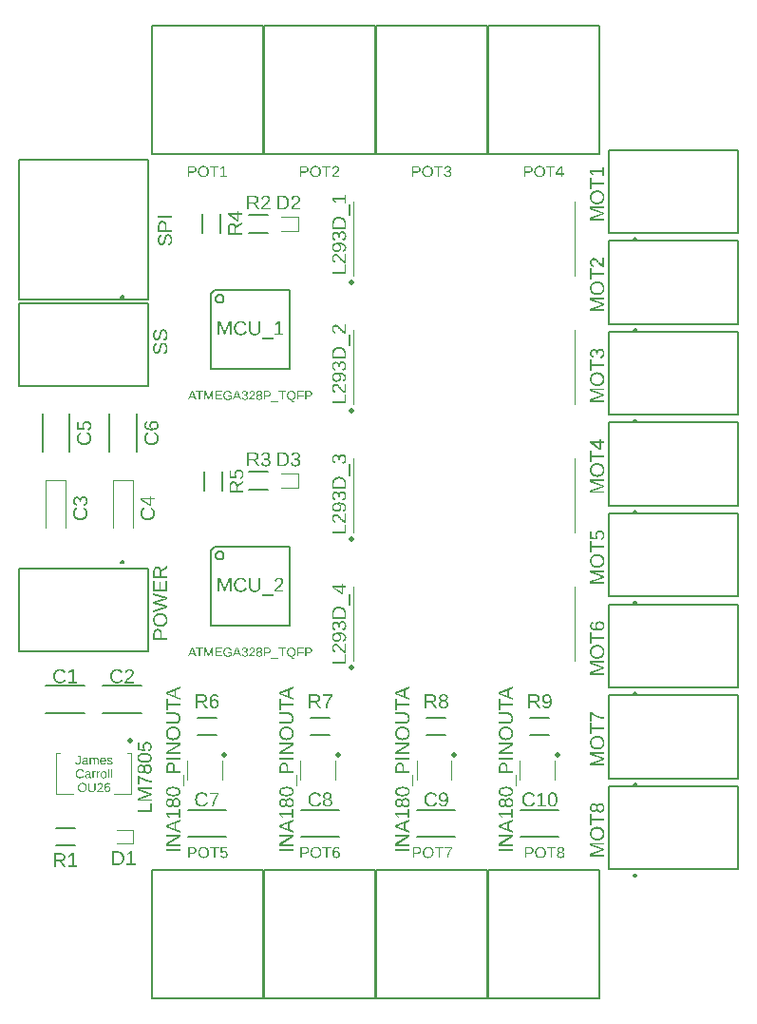
<source format=gbr>
G04 EAGLE Gerber RS-274X export*
G75*
%MOMM*%
%FSLAX34Y34*%
%LPD*%
%INSilkscreen Top*%
%IPPOS*%
%AMOC8*
5,1,8,0,0,1.08239X$1,22.5*%
G01*
G04 Define Apertures*
%ADD10C,0.127000*%
%ADD11C,0.120000*%
%ADD12C,0.500000*%
%ADD13C,0.152400*%
%ADD14C,0.200000*%
G36*
X53448Y180332D02*
X53150Y180340D01*
X52861Y180363D01*
X52584Y180401D01*
X52316Y180455D01*
X52059Y180524D01*
X51813Y180609D01*
X51577Y180709D01*
X51351Y180825D01*
X51137Y180955D01*
X50936Y181099D01*
X50748Y181256D01*
X50573Y181427D01*
X50412Y181613D01*
X50263Y181811D01*
X50127Y182024D01*
X50004Y182250D01*
X49895Y182488D01*
X49801Y182736D01*
X49721Y182993D01*
X49656Y183260D01*
X49605Y183537D01*
X49568Y183823D01*
X49547Y184120D01*
X49539Y184426D01*
X49556Y184886D01*
X49604Y185320D01*
X49685Y185729D01*
X49798Y186112D01*
X49944Y186469D01*
X50122Y186800D01*
X50333Y187106D01*
X50575Y187385D01*
X50847Y187635D01*
X51144Y187852D01*
X51467Y188035D01*
X51814Y188185D01*
X52188Y188302D01*
X52586Y188385D01*
X53010Y188435D01*
X53459Y188452D01*
X53755Y188444D01*
X54041Y188422D01*
X54318Y188385D01*
X54584Y188332D01*
X54840Y188265D01*
X55086Y188183D01*
X55322Y188085D01*
X55548Y187973D01*
X55763Y187847D01*
X55965Y187707D01*
X56153Y187553D01*
X56329Y187386D01*
X56491Y187205D01*
X56641Y187011D01*
X56777Y186803D01*
X56901Y186582D01*
X57010Y186348D01*
X57105Y186105D01*
X57186Y185851D01*
X57251Y185586D01*
X57302Y185312D01*
X57339Y185027D01*
X57361Y184731D01*
X57368Y184426D01*
X57361Y184121D01*
X57339Y183826D01*
X57302Y183541D01*
X57250Y183265D01*
X57183Y182999D01*
X57102Y182742D01*
X57006Y182496D01*
X56895Y182258D01*
X56770Y182033D01*
X56633Y181821D01*
X56482Y181622D01*
X56319Y181437D01*
X56143Y181265D01*
X55954Y181107D01*
X55752Y180962D01*
X55537Y180830D01*
X55311Y180714D01*
X55075Y180612D01*
X54829Y180527D01*
X54572Y180457D01*
X54306Y180402D01*
X54030Y180363D01*
X53744Y180340D01*
X53448Y180332D01*
G37*
%LPC*%
G36*
X53448Y181200D02*
X53780Y181213D01*
X54092Y181253D01*
X54384Y181319D01*
X54656Y181411D01*
X54908Y181529D01*
X55140Y181674D01*
X55353Y181845D01*
X55545Y182043D01*
X55717Y182264D01*
X55865Y182508D01*
X55991Y182773D01*
X56094Y183060D01*
X56173Y183369D01*
X56231Y183699D01*
X56265Y184051D01*
X56276Y184426D01*
X56265Y184784D01*
X56230Y185122D01*
X56173Y185441D01*
X56092Y185740D01*
X55989Y186019D01*
X55862Y186279D01*
X55712Y186518D01*
X55540Y186738D01*
X55346Y186935D01*
X55134Y187106D01*
X54902Y187250D01*
X54652Y187368D01*
X54382Y187460D01*
X54093Y187526D01*
X53786Y187565D01*
X53459Y187578D01*
X53130Y187565D01*
X52820Y187527D01*
X52530Y187462D01*
X52258Y187371D01*
X52006Y187255D01*
X51773Y187112D01*
X51559Y186944D01*
X51365Y186750D01*
X51192Y186532D01*
X51042Y186294D01*
X50915Y186034D01*
X50811Y185754D01*
X50730Y185453D01*
X50672Y185132D01*
X50637Y184789D01*
X50626Y184426D01*
X50638Y184064D01*
X50673Y183722D01*
X50731Y183399D01*
X50813Y183095D01*
X50918Y182810D01*
X51046Y182545D01*
X51198Y182298D01*
X51373Y182071D01*
X51569Y181867D01*
X51783Y181690D01*
X52016Y181540D01*
X52266Y181418D01*
X52534Y181322D01*
X52821Y181254D01*
X53125Y181214D01*
X53448Y181200D01*
G37*
%LPD*%
G36*
X72520Y192524D02*
X72198Y192537D01*
X71897Y192575D01*
X71616Y192638D01*
X71355Y192726D01*
X71114Y192840D01*
X70894Y192979D01*
X70694Y193144D01*
X70515Y193333D01*
X70356Y193547D01*
X70218Y193783D01*
X70102Y194041D01*
X70007Y194322D01*
X69933Y194626D01*
X69880Y194952D01*
X69848Y195300D01*
X69837Y195671D01*
X69848Y196051D01*
X69880Y196406D01*
X69933Y196737D01*
X70007Y197043D01*
X70102Y197325D01*
X70219Y197582D01*
X70357Y197815D01*
X70516Y198023D01*
X70697Y198207D01*
X70898Y198366D01*
X71121Y198501D01*
X71365Y198611D01*
X71630Y198697D01*
X71917Y198758D01*
X72224Y198795D01*
X72553Y198807D01*
X72889Y198795D01*
X73202Y198759D01*
X73492Y198700D01*
X73759Y198616D01*
X74003Y198509D01*
X74224Y198377D01*
X74422Y198222D01*
X74597Y198043D01*
X74751Y197839D01*
X74884Y197608D01*
X74996Y197351D01*
X75089Y197068D01*
X75160Y196758D01*
X75211Y196422D01*
X75242Y196060D01*
X75252Y195671D01*
X75241Y195286D01*
X75209Y194927D01*
X75154Y194593D01*
X75077Y194284D01*
X74979Y194000D01*
X74859Y193742D01*
X74716Y193510D01*
X74552Y193302D01*
X74368Y193120D01*
X74163Y192962D01*
X73938Y192828D01*
X73694Y192719D01*
X73430Y192633D01*
X73146Y192573D01*
X72843Y192536D01*
X72520Y192524D01*
G37*
%LPC*%
G36*
X72508Y193269D02*
X72727Y193278D01*
X72930Y193305D01*
X73116Y193351D01*
X73286Y193414D01*
X73440Y193496D01*
X73578Y193596D01*
X73699Y193715D01*
X73805Y193851D01*
X73896Y194007D01*
X73975Y194183D01*
X74042Y194380D01*
X74097Y194597D01*
X74139Y194835D01*
X74170Y195093D01*
X74188Y195372D01*
X74194Y195671D01*
X74188Y195974D01*
X74171Y196256D01*
X74142Y196516D01*
X74101Y196754D01*
X74049Y196971D01*
X73985Y197167D01*
X73909Y197341D01*
X73822Y197494D01*
X73721Y197627D01*
X73604Y197743D01*
X73471Y197840D01*
X73323Y197920D01*
X73158Y197982D01*
X72978Y198027D01*
X72782Y198053D01*
X72570Y198062D01*
X72356Y198053D01*
X72158Y198026D01*
X71975Y197981D01*
X71808Y197917D01*
X71655Y197836D01*
X71518Y197736D01*
X71397Y197619D01*
X71290Y197483D01*
X71198Y197328D01*
X71118Y197152D01*
X71050Y196956D01*
X70994Y196740D01*
X70951Y196503D01*
X70920Y196246D01*
X70902Y195969D01*
X70896Y195671D01*
X70902Y195381D01*
X70920Y195109D01*
X70950Y194856D01*
X70993Y194622D01*
X71048Y194406D01*
X71115Y194209D01*
X71194Y194031D01*
X71285Y193871D01*
X71389Y193730D01*
X71507Y193607D01*
X71639Y193504D01*
X71785Y193419D01*
X71945Y193353D01*
X72119Y193306D01*
X72307Y193278D01*
X72508Y193269D01*
G37*
%LPD*%
G36*
X75885Y180332D02*
X75562Y180348D01*
X75258Y180394D01*
X74974Y180471D01*
X74709Y180580D01*
X74464Y180719D01*
X74239Y180890D01*
X74033Y181091D01*
X73847Y181323D01*
X73681Y181585D01*
X73538Y181875D01*
X73417Y182193D01*
X73318Y182540D01*
X73240Y182914D01*
X73185Y183317D01*
X73152Y183748D01*
X73141Y184207D01*
X73153Y184705D01*
X73187Y185172D01*
X73244Y185611D01*
X73325Y186019D01*
X73428Y186397D01*
X73554Y186746D01*
X73703Y187065D01*
X73875Y187354D01*
X74068Y187612D01*
X74280Y187835D01*
X74512Y188023D01*
X74764Y188178D01*
X75035Y188298D01*
X75325Y188383D01*
X75634Y188435D01*
X75964Y188452D01*
X76182Y188446D01*
X76389Y188427D01*
X76587Y188395D01*
X76774Y188352D01*
X76951Y188295D01*
X77117Y188226D01*
X77274Y188144D01*
X77420Y188050D01*
X77680Y187824D01*
X77900Y187548D01*
X78078Y187221D01*
X78215Y186845D01*
X77252Y186671D01*
X77166Y186897D01*
X77059Y187093D01*
X76930Y187258D01*
X76778Y187394D01*
X76605Y187499D01*
X76409Y187574D01*
X76192Y187619D01*
X75952Y187634D01*
X75743Y187622D01*
X75545Y187584D01*
X75360Y187521D01*
X75187Y187433D01*
X75026Y187320D01*
X74878Y187182D01*
X74741Y187019D01*
X74617Y186831D01*
X74506Y186619D01*
X74410Y186384D01*
X74328Y186127D01*
X74262Y185847D01*
X74210Y185545D01*
X74173Y185221D01*
X74151Y184874D01*
X74144Y184504D01*
X74295Y184744D01*
X74474Y184953D01*
X74681Y185131D01*
X74916Y185280D01*
X75175Y185396D01*
X75451Y185479D01*
X75746Y185529D01*
X76059Y185546D01*
X76325Y185535D01*
X76577Y185503D01*
X76814Y185450D01*
X77038Y185375D01*
X77248Y185279D01*
X77443Y185161D01*
X77625Y185023D01*
X77792Y184862D01*
X77942Y184684D01*
X78072Y184491D01*
X78183Y184284D01*
X78273Y184062D01*
X78343Y183825D01*
X78393Y183573D01*
X78423Y183307D01*
X78433Y183026D01*
X78423Y182722D01*
X78391Y182434D01*
X78338Y182163D01*
X78264Y181908D01*
X78168Y181670D01*
X78052Y181448D01*
X77914Y181243D01*
X77756Y181054D01*
X77578Y180885D01*
X77385Y180738D01*
X77175Y180614D01*
X76949Y180513D01*
X76707Y180434D01*
X76449Y180377D01*
X76175Y180343D01*
X75885Y180332D01*
G37*
%LPC*%
G36*
X75852Y181144D02*
X76029Y181152D01*
X76196Y181175D01*
X76353Y181213D01*
X76501Y181266D01*
X76639Y181335D01*
X76767Y181420D01*
X76885Y181519D01*
X76994Y181634D01*
X77091Y181762D01*
X77175Y181902D01*
X77246Y182053D01*
X77305Y182216D01*
X77350Y182390D01*
X77382Y182575D01*
X77402Y182772D01*
X77408Y182981D01*
X77402Y183189D01*
X77382Y183385D01*
X77349Y183568D01*
X77303Y183740D01*
X77244Y183899D01*
X77172Y184045D01*
X77087Y184180D01*
X76988Y184302D01*
X76878Y184411D01*
X76758Y184506D01*
X76627Y184586D01*
X76486Y184651D01*
X76334Y184702D01*
X76172Y184738D01*
X76000Y184760D01*
X75818Y184767D01*
X75646Y184761D01*
X75482Y184741D01*
X75327Y184709D01*
X75180Y184664D01*
X74912Y184536D01*
X74678Y184356D01*
X74577Y184248D01*
X74488Y184130D01*
X74414Y184003D01*
X74353Y183866D01*
X74305Y183720D01*
X74271Y183563D01*
X74251Y183397D01*
X74244Y183222D01*
X74251Y182999D01*
X74273Y182786D01*
X74308Y182583D01*
X74357Y182391D01*
X74420Y182210D01*
X74498Y182038D01*
X74589Y181877D01*
X74695Y181726D01*
X74812Y181590D01*
X74936Y181472D01*
X75069Y181371D01*
X75210Y181290D01*
X75358Y181226D01*
X75515Y181180D01*
X75679Y181153D01*
X75852Y181144D01*
G37*
%LPD*%
G36*
X55127Y204716D02*
X54906Y204724D01*
X54699Y204746D01*
X54506Y204784D01*
X54328Y204836D01*
X54163Y204904D01*
X54013Y204987D01*
X53877Y205085D01*
X53755Y205198D01*
X53648Y205324D01*
X53554Y205461D01*
X53475Y205609D01*
X53411Y205769D01*
X53361Y205940D01*
X53325Y206122D01*
X53303Y206315D01*
X53296Y206519D01*
X53306Y206748D01*
X53335Y206962D01*
X53383Y207163D01*
X53451Y207351D01*
X53538Y207525D01*
X53644Y207685D01*
X53770Y207831D01*
X53915Y207964D01*
X54081Y208083D01*
X54272Y208187D01*
X54486Y208276D01*
X54723Y208350D01*
X54985Y208410D01*
X55270Y208455D01*
X55579Y208486D01*
X55911Y208502D01*
X57272Y208524D01*
X57272Y208854D01*
X57252Y209198D01*
X57194Y209489D01*
X57096Y209727D01*
X56958Y209913D01*
X56779Y210052D01*
X56555Y210152D01*
X56286Y210212D01*
X55973Y210232D01*
X55657Y210218D01*
X55388Y210175D01*
X55164Y210103D01*
X54987Y210002D01*
X54849Y209870D01*
X54741Y209704D01*
X54664Y209504D01*
X54618Y209269D01*
X53565Y209364D01*
X53604Y209562D01*
X53659Y209747D01*
X53729Y209920D01*
X53813Y210079D01*
X53913Y210226D01*
X54027Y210360D01*
X54157Y210482D01*
X54301Y210590D01*
X54461Y210686D01*
X54635Y210769D01*
X54824Y210839D01*
X55028Y210897D01*
X55248Y210942D01*
X55482Y210974D01*
X55731Y210993D01*
X55995Y210999D01*
X56272Y210991D01*
X56531Y210966D01*
X56772Y210926D01*
X56996Y210868D01*
X57202Y210795D01*
X57391Y210705D01*
X57561Y210598D01*
X57714Y210476D01*
X57850Y210337D01*
X57967Y210185D01*
X58066Y210017D01*
X58147Y209835D01*
X58210Y209638D01*
X58255Y209427D01*
X58282Y209201D01*
X58291Y208961D01*
X58291Y206351D01*
X58298Y206141D01*
X58321Y205958D01*
X58357Y205804D01*
X58409Y205676D01*
X58481Y205577D01*
X58580Y205506D01*
X58705Y205464D01*
X58857Y205450D01*
X59012Y205459D01*
X59187Y205489D01*
X59187Y204862D01*
X58802Y204794D01*
X58409Y204772D01*
X58148Y204790D01*
X57925Y204845D01*
X57740Y204937D01*
X57594Y205066D01*
X57480Y205234D01*
X57394Y205443D01*
X57336Y205694D01*
X57306Y205987D01*
X57272Y205987D01*
X57071Y205665D01*
X56854Y205394D01*
X56621Y205174D01*
X56373Y205004D01*
X56103Y204878D01*
X55805Y204788D01*
X55480Y204734D01*
X55127Y204716D01*
G37*
%LPC*%
G36*
X55357Y205472D02*
X55626Y205488D01*
X55880Y205535D01*
X56119Y205614D01*
X56342Y205724D01*
X56547Y205862D01*
X56728Y206023D01*
X56887Y206208D01*
X57023Y206416D01*
X57132Y206637D01*
X57210Y206861D01*
X57256Y207089D01*
X57272Y207320D01*
X57272Y207818D01*
X56169Y207796D01*
X55835Y207783D01*
X55544Y207754D01*
X55296Y207710D01*
X55091Y207650D01*
X54918Y207574D01*
X54767Y207480D01*
X54637Y207367D01*
X54528Y207236D01*
X54442Y207085D01*
X54381Y206913D01*
X54344Y206718D01*
X54332Y206502D01*
X54349Y206270D01*
X54398Y206066D01*
X54482Y205889D01*
X54598Y205741D01*
X54745Y205623D01*
X54921Y205539D01*
X55125Y205489D01*
X55357Y205472D01*
G37*
%LPD*%
G36*
X57674Y192524D02*
X57453Y192532D01*
X57246Y192554D01*
X57053Y192592D01*
X56875Y192644D01*
X56710Y192712D01*
X56560Y192795D01*
X56424Y192893D01*
X56302Y193006D01*
X56194Y193132D01*
X56101Y193269D01*
X56022Y193417D01*
X55958Y193577D01*
X55907Y193748D01*
X55872Y193930D01*
X55850Y194123D01*
X55843Y194327D01*
X55852Y194556D01*
X55881Y194770D01*
X55930Y194971D01*
X55998Y195159D01*
X56085Y195333D01*
X56191Y195493D01*
X56317Y195639D01*
X56462Y195772D01*
X56628Y195891D01*
X56818Y195995D01*
X57032Y196084D01*
X57270Y196158D01*
X57532Y196218D01*
X57817Y196263D01*
X58125Y196294D01*
X58458Y196310D01*
X59819Y196332D01*
X59819Y196662D01*
X59799Y197006D01*
X59740Y197297D01*
X59642Y197535D01*
X59505Y197721D01*
X59326Y197860D01*
X59102Y197960D01*
X58833Y198020D01*
X58520Y198040D01*
X58204Y198026D01*
X57934Y197983D01*
X57711Y197911D01*
X57534Y197810D01*
X57395Y197678D01*
X57288Y197512D01*
X57211Y197312D01*
X57164Y197077D01*
X56112Y197172D01*
X56151Y197370D01*
X56206Y197555D01*
X56276Y197728D01*
X56360Y197887D01*
X56460Y198034D01*
X56574Y198168D01*
X56704Y198290D01*
X56848Y198398D01*
X57007Y198494D01*
X57182Y198577D01*
X57371Y198647D01*
X57575Y198705D01*
X57795Y198750D01*
X58029Y198782D01*
X58278Y198801D01*
X58542Y198807D01*
X58819Y198799D01*
X59078Y198774D01*
X59319Y198734D01*
X59543Y198676D01*
X59749Y198603D01*
X59937Y198513D01*
X60108Y198406D01*
X60261Y198284D01*
X60396Y198145D01*
X60514Y197993D01*
X60613Y197825D01*
X60694Y197643D01*
X60757Y197446D01*
X60802Y197235D01*
X60829Y197009D01*
X60838Y196769D01*
X60838Y194159D01*
X60845Y193949D01*
X60867Y193766D01*
X60904Y193612D01*
X60956Y193484D01*
X61028Y193385D01*
X61126Y193314D01*
X61252Y193272D01*
X61404Y193258D01*
X61559Y193267D01*
X61734Y193297D01*
X61734Y192670D01*
X61349Y192602D01*
X60956Y192580D01*
X60695Y192598D01*
X60472Y192653D01*
X60287Y192745D01*
X60141Y192874D01*
X60027Y193042D01*
X59941Y193251D01*
X59883Y193502D01*
X59852Y193795D01*
X59819Y193795D01*
X59618Y193473D01*
X59401Y193202D01*
X59168Y192982D01*
X58920Y192812D01*
X58650Y192686D01*
X58352Y192596D01*
X58027Y192542D01*
X57674Y192524D01*
G37*
%LPC*%
G36*
X57904Y193280D02*
X58173Y193296D01*
X58427Y193343D01*
X58666Y193422D01*
X58889Y193532D01*
X59093Y193670D01*
X59275Y193831D01*
X59434Y194016D01*
X59570Y194224D01*
X59679Y194445D01*
X59757Y194669D01*
X59803Y194897D01*
X59819Y195128D01*
X59819Y195626D01*
X58716Y195604D01*
X58382Y195591D01*
X58091Y195562D01*
X57843Y195518D01*
X57638Y195458D01*
X57465Y195382D01*
X57314Y195288D01*
X57183Y195175D01*
X57075Y195044D01*
X56989Y194893D01*
X56928Y194721D01*
X56891Y194526D01*
X56879Y194310D01*
X56895Y194078D01*
X56945Y193874D01*
X57028Y193697D01*
X57145Y193549D01*
X57292Y193431D01*
X57468Y193347D01*
X57671Y193297D01*
X57904Y193280D01*
G37*
%LPD*%
G36*
X60981Y204828D02*
X59979Y204828D01*
X59979Y209594D01*
X59971Y210446D01*
X59945Y210887D01*
X60897Y210887D01*
X60909Y210736D01*
X60923Y210453D01*
X60942Y209851D01*
X60959Y209851D01*
X61127Y210149D01*
X61308Y210397D01*
X61500Y210597D01*
X61704Y210747D01*
X61925Y210857D01*
X62170Y210936D01*
X62438Y210983D01*
X62729Y210999D01*
X63055Y210982D01*
X63345Y210931D01*
X63600Y210845D01*
X63818Y210725D01*
X64003Y210567D01*
X64157Y210369D01*
X64281Y210130D01*
X64375Y209851D01*
X64392Y209851D01*
X64557Y210135D01*
X64738Y210376D01*
X64936Y210575D01*
X65151Y210730D01*
X65385Y210848D01*
X65643Y210932D01*
X65924Y210982D01*
X66229Y210999D01*
X66450Y210991D01*
X66656Y210968D01*
X66847Y210929D01*
X67022Y210875D01*
X67181Y210804D01*
X67324Y210719D01*
X67452Y210618D01*
X67564Y210501D01*
X67662Y210366D01*
X67747Y210212D01*
X67818Y210037D01*
X67877Y209843D01*
X67923Y209628D01*
X67955Y209394D01*
X67975Y209140D01*
X67981Y208866D01*
X67981Y204828D01*
X66985Y204828D01*
X66985Y208670D01*
X66969Y209075D01*
X66924Y209413D01*
X66849Y209683D01*
X66744Y209885D01*
X66599Y210032D01*
X66406Y210137D01*
X66165Y210200D01*
X65876Y210221D01*
X65715Y210213D01*
X65564Y210190D01*
X65421Y210152D01*
X65288Y210098D01*
X65165Y210029D01*
X65050Y209945D01*
X64944Y209846D01*
X64848Y209731D01*
X64762Y209602D01*
X64688Y209460D01*
X64625Y209305D01*
X64573Y209138D01*
X64504Y208764D01*
X64481Y208339D01*
X64481Y204828D01*
X63485Y204828D01*
X63485Y208670D01*
X63469Y209075D01*
X63424Y209413D01*
X63349Y209683D01*
X63244Y209885D01*
X63099Y210032D01*
X62906Y210137D01*
X62665Y210200D01*
X62376Y210221D01*
X62219Y210213D01*
X62071Y210190D01*
X61931Y210151D01*
X61799Y210098D01*
X61676Y210028D01*
X61561Y209944D01*
X61455Y209843D01*
X61357Y209728D01*
X61269Y209598D01*
X61192Y209456D01*
X61128Y209302D01*
X61075Y209134D01*
X61034Y208954D01*
X61005Y208762D01*
X60987Y208557D01*
X60981Y208339D01*
X60981Y204828D01*
G37*
G36*
X71983Y204716D02*
X71657Y204729D01*
X71351Y204766D01*
X71065Y204829D01*
X70799Y204916D01*
X70554Y205029D01*
X70328Y205166D01*
X70122Y205329D01*
X69936Y205517D01*
X69772Y205729D01*
X69629Y205966D01*
X69508Y206227D01*
X69409Y206512D01*
X69332Y206822D01*
X69277Y207156D01*
X69244Y207514D01*
X69233Y207897D01*
X69244Y208261D01*
X69277Y208603D01*
X69332Y208924D01*
X69409Y209223D01*
X69508Y209499D01*
X69629Y209754D01*
X69772Y209987D01*
X69936Y210198D01*
X70121Y210386D01*
X70325Y210549D01*
X70548Y210686D01*
X70790Y210799D01*
X71050Y210887D01*
X71329Y210949D01*
X71627Y210987D01*
X71944Y210999D01*
X72267Y210987D01*
X72570Y210949D01*
X72852Y210886D01*
X73112Y210798D01*
X73352Y210685D01*
X73572Y210546D01*
X73770Y210383D01*
X73947Y210194D01*
X74104Y209980D01*
X74239Y209741D01*
X74354Y209477D01*
X74448Y209188D01*
X74521Y208873D01*
X74573Y208534D01*
X74605Y208169D01*
X74615Y207779D01*
X74615Y207645D01*
X70292Y207645D01*
X70299Y207392D01*
X70319Y207154D01*
X70352Y206931D01*
X70400Y206722D01*
X70460Y206529D01*
X70534Y206350D01*
X70622Y206186D01*
X70723Y206038D01*
X70837Y205905D01*
X70963Y205790D01*
X71102Y205693D01*
X71254Y205613D01*
X71417Y205552D01*
X71593Y205507D01*
X71782Y205481D01*
X71983Y205472D01*
X72294Y205488D01*
X72573Y205538D01*
X72819Y205620D01*
X73033Y205735D01*
X73215Y205876D01*
X73364Y206033D01*
X73482Y206209D01*
X73568Y206402D01*
X74453Y206150D01*
X74295Y205814D01*
X74095Y205522D01*
X73851Y205276D01*
X73564Y205074D01*
X73233Y204918D01*
X72860Y204806D01*
X72443Y204738D01*
X71983Y204716D01*
G37*
%LPC*%
G36*
X73573Y208418D02*
X73511Y208864D01*
X73410Y209246D01*
X73344Y209412D01*
X73268Y209563D01*
X73182Y209697D01*
X73086Y209815D01*
X72980Y209918D01*
X72863Y210007D01*
X72734Y210083D01*
X72595Y210144D01*
X72444Y210193D01*
X72283Y210227D01*
X72111Y210248D01*
X71927Y210254D01*
X71748Y210247D01*
X71579Y210224D01*
X71420Y210185D01*
X71270Y210132D01*
X71129Y210063D01*
X70998Y209979D01*
X70877Y209879D01*
X70765Y209764D01*
X70664Y209636D01*
X70576Y209496D01*
X70499Y209345D01*
X70435Y209183D01*
X70384Y209009D01*
X70345Y208823D01*
X70318Y208626D01*
X70303Y208418D01*
X73573Y208418D01*
G37*
%LPD*%
G36*
X61996Y180332D02*
X61527Y180354D01*
X61089Y180420D01*
X60681Y180530D01*
X60305Y180685D01*
X59964Y180881D01*
X59664Y181117D01*
X59404Y181394D01*
X59185Y181710D01*
X59011Y182062D01*
X58887Y182446D01*
X58843Y182650D01*
X58812Y182862D01*
X58794Y183083D01*
X58787Y183311D01*
X58787Y188334D01*
X59857Y188334D01*
X59857Y183401D01*
X59865Y183139D01*
X59891Y182893D01*
X59934Y182663D01*
X59994Y182450D01*
X60071Y182253D01*
X60166Y182073D01*
X60277Y181908D01*
X60406Y181760D01*
X60551Y181629D01*
X60711Y181515D01*
X60886Y181419D01*
X61076Y181340D01*
X61282Y181279D01*
X61503Y181235D01*
X61739Y181209D01*
X61990Y181200D01*
X62249Y181209D01*
X62493Y181236D01*
X62722Y181282D01*
X62936Y181345D01*
X63136Y181426D01*
X63320Y181526D01*
X63490Y181644D01*
X63645Y181780D01*
X63784Y181933D01*
X63904Y182103D01*
X64005Y182289D01*
X64088Y182493D01*
X64153Y182713D01*
X64199Y182950D01*
X64227Y183203D01*
X64236Y183474D01*
X64236Y188334D01*
X65300Y188334D01*
X65300Y183412D01*
X65294Y183177D01*
X65275Y182950D01*
X65243Y182731D01*
X65199Y182520D01*
X65072Y182124D01*
X64894Y181760D01*
X64670Y181433D01*
X64404Y181147D01*
X64096Y180903D01*
X63746Y180699D01*
X63358Y180538D01*
X62938Y180424D01*
X62483Y180355D01*
X61996Y180332D01*
G37*
G36*
X51504Y192524D02*
X51211Y192532D01*
X50928Y192555D01*
X50655Y192594D01*
X50392Y192648D01*
X50139Y192718D01*
X49896Y192803D01*
X49663Y192903D01*
X49440Y193020D01*
X49229Y193150D01*
X49031Y193294D01*
X48846Y193451D01*
X48673Y193622D01*
X48514Y193805D01*
X48367Y194002D01*
X48234Y194213D01*
X48113Y194436D01*
X48006Y194672D01*
X47913Y194918D01*
X47835Y195175D01*
X47771Y195442D01*
X47721Y195720D01*
X47685Y196009D01*
X47664Y196308D01*
X47657Y196618D01*
X47673Y197077D01*
X47720Y197510D01*
X47800Y197918D01*
X47912Y198300D01*
X48055Y198657D01*
X48230Y198988D01*
X48437Y199294D01*
X48676Y199574D01*
X48943Y199825D01*
X49235Y200042D01*
X49551Y200226D01*
X49891Y200377D01*
X50256Y200494D01*
X50646Y200577D01*
X51060Y200627D01*
X51498Y200644D01*
X51807Y200636D01*
X52102Y200613D01*
X52385Y200575D01*
X52655Y200521D01*
X52911Y200451D01*
X53155Y200367D01*
X53386Y200267D01*
X53604Y200151D01*
X53808Y200021D01*
X53999Y199875D01*
X54175Y199715D01*
X54338Y199539D01*
X54486Y199349D01*
X54620Y199144D01*
X54741Y198924D01*
X54847Y198690D01*
X53834Y198354D01*
X53676Y198678D01*
X53476Y198961D01*
X53235Y199204D01*
X52952Y199406D01*
X52634Y199566D01*
X52287Y199679D01*
X51913Y199748D01*
X51510Y199770D01*
X51191Y199757D01*
X50891Y199718D01*
X50609Y199652D01*
X50345Y199560D01*
X50099Y199441D01*
X49872Y199296D01*
X49662Y199125D01*
X49471Y198928D01*
X49301Y198707D01*
X49153Y198467D01*
X49028Y198208D01*
X48925Y197929D01*
X48846Y197630D01*
X48789Y197312D01*
X48755Y196975D01*
X48743Y196618D01*
X48755Y196264D01*
X48791Y195928D01*
X48850Y195610D01*
X48933Y195309D01*
X49040Y195027D01*
X49170Y194762D01*
X49324Y194515D01*
X49502Y194285D01*
X49700Y194078D01*
X49915Y193899D01*
X50146Y193748D01*
X50394Y193624D01*
X50659Y193527D01*
X50941Y193458D01*
X51239Y193417D01*
X51554Y193403D01*
X51758Y193410D01*
X51956Y193429D01*
X52147Y193461D01*
X52332Y193506D01*
X52682Y193634D01*
X53006Y193813D01*
X53305Y194044D01*
X53578Y194326D01*
X53825Y194659D01*
X54046Y195044D01*
X54920Y194607D01*
X54792Y194360D01*
X54652Y194128D01*
X54499Y193911D01*
X54334Y193710D01*
X54157Y193524D01*
X53967Y193352D01*
X53765Y193197D01*
X53551Y193056D01*
X53326Y192931D01*
X53092Y192823D01*
X52849Y192732D01*
X52598Y192657D01*
X52338Y192599D01*
X52069Y192557D01*
X51791Y192532D01*
X51504Y192524D01*
G37*
G36*
X71985Y180444D02*
X66761Y180444D01*
X66761Y181155D01*
X66911Y181473D01*
X67078Y181772D01*
X67260Y182051D01*
X67458Y182312D01*
X67880Y182789D01*
X68323Y183219D01*
X68774Y183610D01*
X69222Y183972D01*
X69645Y184319D01*
X70025Y184666D01*
X70349Y185022D01*
X70486Y185206D01*
X70605Y185394D01*
X70702Y185591D01*
X70771Y185800D01*
X70812Y186022D01*
X70826Y186257D01*
X70802Y186563D01*
X70731Y186834D01*
X70612Y187067D01*
X70445Y187265D01*
X70236Y187422D01*
X69990Y187534D01*
X69707Y187601D01*
X69387Y187623D01*
X69079Y187601D01*
X68800Y187536D01*
X68549Y187426D01*
X68326Y187273D01*
X68139Y187080D01*
X67995Y186852D01*
X67894Y186589D01*
X67836Y186290D01*
X66805Y186386D01*
X66842Y186616D01*
X66898Y186835D01*
X66971Y187041D01*
X67062Y187235D01*
X67172Y187418D01*
X67299Y187588D01*
X67445Y187746D01*
X67609Y187892D01*
X67788Y188023D01*
X67979Y188137D01*
X68183Y188233D01*
X68399Y188312D01*
X68628Y188373D01*
X68868Y188417D01*
X69122Y188443D01*
X69387Y188452D01*
X69677Y188443D01*
X69949Y188417D01*
X70204Y188373D01*
X70442Y188311D01*
X70662Y188232D01*
X70866Y188135D01*
X71052Y188021D01*
X71221Y187889D01*
X71371Y187741D01*
X71501Y187578D01*
X71612Y187401D01*
X71702Y187208D01*
X71772Y187001D01*
X71822Y186779D01*
X71852Y186542D01*
X71862Y186290D01*
X71849Y186061D01*
X71810Y185833D01*
X71744Y185605D01*
X71652Y185378D01*
X71534Y185151D01*
X71391Y184924D01*
X71222Y184697D01*
X71028Y184470D01*
X70773Y184212D01*
X70424Y183892D01*
X69443Y183065D01*
X68865Y182564D01*
X68418Y182116D01*
X68241Y181906D01*
X68091Y181700D01*
X67967Y181499D01*
X67869Y181301D01*
X71985Y181301D01*
X71985Y180444D01*
G37*
G36*
X77983Y204716D02*
X77708Y204722D01*
X77450Y204739D01*
X77207Y204768D01*
X76981Y204809D01*
X76771Y204861D01*
X76577Y204925D01*
X76400Y205001D01*
X76238Y205088D01*
X76092Y205188D01*
X75959Y205301D01*
X75839Y205426D01*
X75732Y205565D01*
X75639Y205717D01*
X75560Y205882D01*
X75493Y206060D01*
X75440Y206250D01*
X76331Y206424D01*
X76412Y206197D01*
X76528Y206002D01*
X76678Y205840D01*
X76863Y205710D01*
X77084Y205611D01*
X77344Y205540D01*
X77644Y205497D01*
X77983Y205483D01*
X78341Y205498D01*
X78647Y205542D01*
X78902Y205615D01*
X79106Y205718D01*
X79261Y205851D01*
X79372Y206012D01*
X79439Y206203D01*
X79461Y206424D01*
X79446Y206595D01*
X79400Y206749D01*
X79323Y206886D01*
X79215Y207006D01*
X79073Y207113D01*
X78893Y207211D01*
X78675Y207298D01*
X78420Y207376D01*
X77697Y207566D01*
X77295Y207678D01*
X76955Y207788D01*
X76677Y207898D01*
X76462Y208006D01*
X76289Y208120D01*
X76136Y208245D01*
X76002Y208381D01*
X75888Y208530D01*
X75798Y208692D01*
X75733Y208873D01*
X75694Y209070D01*
X75681Y209286D01*
X75690Y209487D01*
X75718Y209675D01*
X75764Y209852D01*
X75829Y210016D01*
X75912Y210167D01*
X76014Y210307D01*
X76134Y210434D01*
X76272Y210548D01*
X76428Y210650D01*
X76601Y210738D01*
X76791Y210813D01*
X76998Y210874D01*
X77222Y210921D01*
X77462Y210955D01*
X77720Y210976D01*
X77994Y210982D01*
X78470Y210960D01*
X78894Y210894D01*
X79266Y210784D01*
X79587Y210630D01*
X79728Y210535D01*
X79856Y210427D01*
X79969Y210305D01*
X80070Y210170D01*
X80156Y210022D01*
X80229Y209861D01*
X80289Y209686D01*
X80335Y209498D01*
X79428Y209386D01*
X79368Y209576D01*
X79273Y209743D01*
X79143Y209886D01*
X78977Y210005D01*
X78778Y210100D01*
X78548Y210167D01*
X78286Y210207D01*
X77994Y210221D01*
X77675Y210208D01*
X77400Y210169D01*
X77171Y210104D01*
X76986Y210014D01*
X76844Y209897D01*
X76742Y209753D01*
X76682Y209583D01*
X76661Y209386D01*
X76670Y209263D01*
X76695Y209151D01*
X76737Y209050D01*
X76796Y208961D01*
X76962Y208805D01*
X77193Y208675D01*
X77602Y208535D01*
X78302Y208350D01*
X78991Y208156D01*
X79251Y208065D01*
X79456Y207978D01*
X79771Y207798D01*
X80013Y207600D01*
X80194Y207377D01*
X80329Y207121D01*
X80378Y206981D01*
X80413Y206831D01*
X80434Y206671D01*
X80441Y206502D01*
X80431Y206294D01*
X80401Y206098D01*
X80350Y205915D01*
X80280Y205744D01*
X80189Y205585D01*
X80077Y205438D01*
X79946Y205303D01*
X79794Y205181D01*
X79625Y205072D01*
X79439Y204977D01*
X79236Y204898D01*
X79018Y204832D01*
X78784Y204781D01*
X78533Y204745D01*
X78266Y204723D01*
X77983Y204716D01*
G37*
G36*
X49618Y204716D02*
X49374Y204724D01*
X49142Y204748D01*
X48923Y204789D01*
X48717Y204845D01*
X48524Y204918D01*
X48344Y205007D01*
X48176Y205113D01*
X48021Y205234D01*
X47878Y205372D01*
X47749Y205525D01*
X47632Y205695D01*
X47527Y205881D01*
X47436Y206084D01*
X47357Y206302D01*
X47291Y206537D01*
X47238Y206788D01*
X48285Y206962D01*
X48351Y206655D01*
X48449Y206383D01*
X48578Y206148D01*
X48739Y205948D01*
X48926Y205789D01*
X49136Y205675D01*
X49369Y205607D01*
X49624Y205584D01*
X49765Y205590D01*
X49899Y205609D01*
X50144Y205684D01*
X50359Y205809D01*
X50542Y205984D01*
X50689Y206208D01*
X50794Y206478D01*
X50857Y206794D01*
X50878Y207158D01*
X50878Y211845D01*
X49360Y211845D01*
X49360Y212718D01*
X51942Y212718D01*
X51942Y207180D01*
X51932Y206901D01*
X51903Y206637D01*
X51855Y206388D01*
X51787Y206154D01*
X51699Y205936D01*
X51592Y205734D01*
X51466Y205546D01*
X51320Y205374D01*
X51158Y205220D01*
X50981Y205086D01*
X50790Y204973D01*
X50584Y204880D01*
X50364Y204809D01*
X50130Y204757D01*
X49881Y204726D01*
X49618Y204716D01*
G37*
G36*
X77511Y192636D02*
X76503Y192636D01*
X76503Y200946D01*
X77511Y200946D01*
X77511Y192636D01*
G37*
G36*
X80074Y192636D02*
X79066Y192636D01*
X79066Y200946D01*
X80074Y200946D01*
X80074Y192636D01*
G37*
G36*
X63534Y192636D02*
X62526Y192636D01*
X62526Y197284D01*
X62517Y197956D01*
X62492Y198695D01*
X63444Y198695D01*
X63489Y197458D01*
X63511Y197458D01*
X63636Y197816D01*
X63770Y198113D01*
X63914Y198348D01*
X64066Y198522D01*
X64239Y198647D01*
X64444Y198736D01*
X64681Y198789D01*
X64951Y198807D01*
X65154Y198793D01*
X65359Y198751D01*
X65359Y197827D01*
X65124Y197869D01*
X64822Y197883D01*
X64670Y197875D01*
X64527Y197849D01*
X64393Y197807D01*
X64269Y197748D01*
X64154Y197672D01*
X64048Y197579D01*
X63951Y197469D01*
X63864Y197343D01*
X63787Y197200D01*
X63720Y197043D01*
X63616Y196685D01*
X63554Y196269D01*
X63534Y195794D01*
X63534Y192636D01*
G37*
G36*
X67346Y192636D02*
X66338Y192636D01*
X66338Y197284D01*
X66330Y197956D01*
X66305Y198695D01*
X67257Y198695D01*
X67302Y197458D01*
X67324Y197458D01*
X67449Y197816D01*
X67583Y198113D01*
X67726Y198348D01*
X67878Y198522D01*
X68051Y198647D01*
X68256Y198736D01*
X68494Y198789D01*
X68763Y198807D01*
X68966Y198793D01*
X69172Y198751D01*
X69172Y197827D01*
X68937Y197869D01*
X68634Y197883D01*
X68482Y197875D01*
X68339Y197849D01*
X68206Y197807D01*
X68081Y197748D01*
X67966Y197672D01*
X67860Y197579D01*
X67764Y197469D01*
X67677Y197343D01*
X67599Y197200D01*
X67532Y197043D01*
X67429Y196685D01*
X67367Y196269D01*
X67346Y195794D01*
X67346Y192636D01*
G37*
G36*
X84359Y277066D02*
X83901Y277078D01*
X83458Y277114D01*
X83031Y277175D01*
X82620Y277260D01*
X82224Y277369D01*
X81844Y277502D01*
X81480Y277659D01*
X81132Y277841D01*
X80801Y278045D01*
X80491Y278270D01*
X80201Y278516D01*
X79932Y278783D01*
X79682Y279070D01*
X79453Y279378D01*
X79245Y279707D01*
X79056Y280057D01*
X78889Y280425D01*
X78744Y280810D01*
X78621Y281212D01*
X78521Y281630D01*
X78443Y282065D01*
X78387Y282516D01*
X78353Y282984D01*
X78342Y283468D01*
X78348Y283832D01*
X78367Y284186D01*
X78398Y284530D01*
X78442Y284864D01*
X78498Y285188D01*
X78566Y285502D01*
X78647Y285806D01*
X78741Y286100D01*
X78847Y286384D01*
X78965Y286658D01*
X79239Y287176D01*
X79563Y287655D01*
X79936Y288093D01*
X80354Y288485D01*
X80810Y288825D01*
X81052Y288975D01*
X81304Y289112D01*
X81566Y289236D01*
X81837Y289347D01*
X82117Y289446D01*
X82408Y289530D01*
X82708Y289602D01*
X83017Y289661D01*
X83336Y289707D01*
X83665Y289740D01*
X84003Y289759D01*
X84351Y289766D01*
X84833Y289754D01*
X85295Y289718D01*
X85737Y289657D01*
X86159Y289573D01*
X86561Y289465D01*
X86942Y289332D01*
X87303Y289176D01*
X87644Y288995D01*
X87963Y288791D01*
X88261Y288563D01*
X88537Y288312D01*
X88791Y288038D01*
X89023Y287741D01*
X89233Y287420D01*
X89422Y287076D01*
X89588Y286709D01*
X88003Y286183D01*
X87887Y286445D01*
X87756Y286690D01*
X87608Y286920D01*
X87443Y287134D01*
X87263Y287332D01*
X87066Y287514D01*
X86853Y287680D01*
X86623Y287830D01*
X86380Y287964D01*
X86126Y288079D01*
X85861Y288177D01*
X85584Y288257D01*
X85297Y288319D01*
X84998Y288364D01*
X84689Y288390D01*
X84368Y288399D01*
X83870Y288379D01*
X83400Y288317D01*
X82959Y288214D01*
X82546Y288070D01*
X82162Y287884D01*
X81806Y287658D01*
X81479Y287390D01*
X81180Y287081D01*
X80913Y286736D01*
X80682Y286361D01*
X80486Y285955D01*
X80326Y285519D01*
X80201Y285052D01*
X80112Y284555D01*
X80059Y284027D01*
X80041Y283468D01*
X80060Y282915D01*
X80115Y282390D01*
X80208Y281892D01*
X80338Y281422D01*
X80505Y280980D01*
X80709Y280566D01*
X80950Y280179D01*
X81228Y279820D01*
X81538Y279497D01*
X81874Y279217D01*
X82236Y278980D01*
X82624Y278786D01*
X83038Y278635D01*
X83479Y278527D01*
X83945Y278462D01*
X84438Y278441D01*
X84757Y278451D01*
X85066Y278481D01*
X85365Y278531D01*
X85654Y278601D01*
X85933Y278692D01*
X86201Y278802D01*
X86460Y278932D01*
X86709Y279082D01*
X86947Y279253D01*
X87176Y279443D01*
X87394Y279654D01*
X87603Y279884D01*
X87801Y280135D01*
X87989Y280406D01*
X88167Y280696D01*
X88336Y281007D01*
X89702Y280324D01*
X89502Y279937D01*
X89282Y279575D01*
X89044Y279236D01*
X88786Y278920D01*
X88508Y278629D01*
X88212Y278362D01*
X87896Y278118D01*
X87561Y277898D01*
X87209Y277703D01*
X86843Y277534D01*
X86464Y277391D01*
X86070Y277274D01*
X85663Y277183D01*
X85243Y277118D01*
X84808Y277079D01*
X84359Y277066D01*
G37*
G36*
X99474Y277241D02*
X91302Y277241D01*
X91302Y278353D01*
X91538Y278851D01*
X91798Y279318D01*
X92083Y279755D01*
X92393Y280162D01*
X92719Y280545D01*
X93053Y280909D01*
X93395Y281254D01*
X93746Y281581D01*
X94452Y282193D01*
X95152Y282759D01*
X95814Y283302D01*
X96408Y283845D01*
X96675Y284120D01*
X96915Y284401D01*
X97128Y284689D01*
X97315Y284984D01*
X97466Y285291D01*
X97574Y285619D01*
X97639Y285966D01*
X97661Y286332D01*
X97652Y286579D01*
X97624Y286812D01*
X97577Y287030D01*
X97512Y287234D01*
X97428Y287424D01*
X97326Y287600D01*
X97205Y287762D01*
X97065Y287909D01*
X96909Y288040D01*
X96738Y288154D01*
X96553Y288250D01*
X96354Y288329D01*
X96139Y288391D01*
X95911Y288434D01*
X95668Y288461D01*
X95410Y288469D01*
X95164Y288461D01*
X94928Y288435D01*
X94704Y288392D01*
X94491Y288333D01*
X94289Y288256D01*
X94099Y288162D01*
X93919Y288050D01*
X93750Y287922D01*
X93595Y287778D01*
X93458Y287621D01*
X93337Y287449D01*
X93232Y287264D01*
X93145Y287065D01*
X93074Y286852D01*
X93021Y286625D01*
X92984Y286385D01*
X91372Y286534D01*
X91430Y286894D01*
X91516Y287236D01*
X91631Y287559D01*
X91774Y287863D01*
X91945Y288148D01*
X92145Y288414D01*
X92373Y288661D01*
X92629Y288890D01*
X92909Y289095D01*
X93208Y289273D01*
X93527Y289424D01*
X93865Y289547D01*
X94222Y289643D01*
X94599Y289711D01*
X94995Y289752D01*
X95410Y289766D01*
X95863Y289752D01*
X96289Y289711D01*
X96688Y289642D01*
X97060Y289546D01*
X97405Y289422D01*
X97723Y289271D01*
X98014Y289092D01*
X98278Y288885D01*
X98513Y288654D01*
X98717Y288399D01*
X98889Y288121D01*
X99030Y287820D01*
X99140Y287496D01*
X99218Y287149D01*
X99265Y286778D01*
X99281Y286385D01*
X99261Y286026D01*
X99199Y285669D01*
X99096Y285313D01*
X98953Y284957D01*
X98769Y284603D01*
X98544Y284248D01*
X98280Y283893D01*
X97976Y283538D01*
X97578Y283135D01*
X97032Y282634D01*
X96339Y282036D01*
X95497Y281340D01*
X95020Y280938D01*
X94593Y280557D01*
X94218Y280196D01*
X93895Y279855D01*
X93618Y279528D01*
X93382Y279206D01*
X93189Y278891D01*
X93036Y278581D01*
X99474Y278581D01*
X99474Y277241D01*
G37*
G36*
X33559Y277066D02*
X33101Y277078D01*
X32658Y277114D01*
X32231Y277175D01*
X31820Y277260D01*
X31424Y277369D01*
X31044Y277502D01*
X30680Y277659D01*
X30332Y277841D01*
X30001Y278045D01*
X29691Y278270D01*
X29401Y278516D01*
X29132Y278783D01*
X28882Y279070D01*
X28653Y279378D01*
X28445Y279707D01*
X28256Y280057D01*
X28089Y280425D01*
X27944Y280810D01*
X27821Y281212D01*
X27721Y281630D01*
X27643Y282065D01*
X27587Y282516D01*
X27553Y282984D01*
X27542Y283468D01*
X27548Y283832D01*
X27567Y284186D01*
X27598Y284530D01*
X27642Y284864D01*
X27698Y285188D01*
X27766Y285502D01*
X27847Y285806D01*
X27941Y286100D01*
X28047Y286384D01*
X28165Y286658D01*
X28439Y287176D01*
X28763Y287655D01*
X29136Y288093D01*
X29554Y288485D01*
X30010Y288825D01*
X30252Y288975D01*
X30504Y289112D01*
X30766Y289236D01*
X31037Y289347D01*
X31317Y289446D01*
X31608Y289530D01*
X31908Y289602D01*
X32217Y289661D01*
X32536Y289707D01*
X32865Y289740D01*
X33203Y289759D01*
X33551Y289766D01*
X34033Y289754D01*
X34495Y289718D01*
X34937Y289657D01*
X35359Y289573D01*
X35761Y289465D01*
X36142Y289332D01*
X36503Y289176D01*
X36844Y288995D01*
X37163Y288791D01*
X37461Y288563D01*
X37737Y288312D01*
X37991Y288038D01*
X38223Y287741D01*
X38433Y287420D01*
X38622Y287076D01*
X38788Y286709D01*
X37203Y286183D01*
X37087Y286445D01*
X36956Y286690D01*
X36808Y286920D01*
X36643Y287134D01*
X36463Y287332D01*
X36266Y287514D01*
X36053Y287680D01*
X35823Y287830D01*
X35580Y287964D01*
X35326Y288079D01*
X35061Y288177D01*
X34784Y288257D01*
X34497Y288319D01*
X34198Y288364D01*
X33889Y288390D01*
X33568Y288399D01*
X33070Y288379D01*
X32600Y288317D01*
X32159Y288214D01*
X31746Y288070D01*
X31362Y287884D01*
X31006Y287658D01*
X30679Y287390D01*
X30380Y287081D01*
X30113Y286736D01*
X29882Y286361D01*
X29686Y285955D01*
X29526Y285519D01*
X29401Y285052D01*
X29312Y284555D01*
X29259Y284027D01*
X29241Y283468D01*
X29260Y282915D01*
X29315Y282390D01*
X29408Y281892D01*
X29538Y281422D01*
X29705Y280980D01*
X29909Y280566D01*
X30150Y280179D01*
X30428Y279820D01*
X30738Y279497D01*
X31074Y279217D01*
X31436Y278980D01*
X31824Y278786D01*
X32238Y278635D01*
X32679Y278527D01*
X33145Y278462D01*
X33638Y278441D01*
X33957Y278451D01*
X34266Y278481D01*
X34565Y278531D01*
X34854Y278601D01*
X35133Y278692D01*
X35401Y278802D01*
X35660Y278932D01*
X35909Y279082D01*
X36147Y279253D01*
X36376Y279443D01*
X36594Y279654D01*
X36803Y279884D01*
X37001Y280135D01*
X37189Y280406D01*
X37367Y280696D01*
X37536Y281007D01*
X38902Y280324D01*
X38702Y279937D01*
X38482Y279575D01*
X38244Y279236D01*
X37986Y278920D01*
X37708Y278629D01*
X37412Y278362D01*
X37096Y278118D01*
X36761Y277898D01*
X36409Y277703D01*
X36043Y277534D01*
X35664Y277391D01*
X35270Y277274D01*
X34863Y277183D01*
X34443Y277118D01*
X34008Y277079D01*
X33559Y277066D01*
G37*
G36*
X48700Y277241D02*
X40966Y277241D01*
X40966Y278581D01*
X44111Y278581D01*
X44111Y288075D01*
X41325Y286087D01*
X41325Y287576D01*
X44242Y289582D01*
X45696Y289582D01*
X45696Y278581D01*
X48700Y278581D01*
X48700Y277241D01*
G37*
G36*
X159998Y167325D02*
X159540Y167337D01*
X159097Y167373D01*
X158670Y167434D01*
X158259Y167519D01*
X157863Y167628D01*
X157483Y167761D01*
X157119Y167918D01*
X156771Y168100D01*
X156440Y168304D01*
X156130Y168529D01*
X155840Y168775D01*
X155571Y169042D01*
X155321Y169329D01*
X155092Y169637D01*
X154884Y169966D01*
X154695Y170316D01*
X154528Y170684D01*
X154383Y171069D01*
X154260Y171471D01*
X154160Y171889D01*
X154082Y172324D01*
X154026Y172775D01*
X153992Y173243D01*
X153981Y173727D01*
X153987Y174091D01*
X154006Y174445D01*
X154037Y174789D01*
X154081Y175123D01*
X154137Y175447D01*
X154205Y175761D01*
X154286Y176065D01*
X154380Y176359D01*
X154486Y176643D01*
X154604Y176917D01*
X154878Y177435D01*
X155202Y177914D01*
X155575Y178352D01*
X155993Y178744D01*
X156449Y179084D01*
X156691Y179234D01*
X156943Y179371D01*
X157205Y179495D01*
X157476Y179606D01*
X157756Y179705D01*
X158047Y179789D01*
X158347Y179861D01*
X158656Y179920D01*
X158975Y179966D01*
X159304Y179999D01*
X159642Y180018D01*
X159990Y180025D01*
X160472Y180013D01*
X160934Y179977D01*
X161376Y179916D01*
X161798Y179832D01*
X162200Y179724D01*
X162581Y179591D01*
X162942Y179435D01*
X163283Y179254D01*
X163602Y179050D01*
X163900Y178822D01*
X164176Y178571D01*
X164430Y178297D01*
X164662Y178000D01*
X164872Y177679D01*
X165061Y177335D01*
X165227Y176968D01*
X163642Y176442D01*
X163526Y176704D01*
X163395Y176949D01*
X163247Y177179D01*
X163082Y177393D01*
X162902Y177591D01*
X162705Y177773D01*
X162492Y177939D01*
X162262Y178089D01*
X162019Y178223D01*
X161765Y178338D01*
X161500Y178436D01*
X161223Y178516D01*
X160936Y178578D01*
X160637Y178623D01*
X160328Y178649D01*
X160007Y178658D01*
X159509Y178638D01*
X159039Y178576D01*
X158598Y178473D01*
X158185Y178329D01*
X157801Y178143D01*
X157445Y177917D01*
X157118Y177649D01*
X156819Y177340D01*
X156552Y176995D01*
X156321Y176620D01*
X156125Y176214D01*
X155965Y175778D01*
X155840Y175311D01*
X155751Y174814D01*
X155698Y174286D01*
X155680Y173727D01*
X155699Y173174D01*
X155754Y172649D01*
X155847Y172151D01*
X155977Y171681D01*
X156144Y171239D01*
X156348Y170825D01*
X156589Y170438D01*
X156867Y170079D01*
X157177Y169756D01*
X157513Y169476D01*
X157875Y169239D01*
X158263Y169045D01*
X158677Y168894D01*
X159118Y168786D01*
X159584Y168721D01*
X160077Y168700D01*
X160396Y168710D01*
X160705Y168740D01*
X161004Y168790D01*
X161293Y168860D01*
X161572Y168951D01*
X161840Y169061D01*
X162099Y169191D01*
X162348Y169341D01*
X162586Y169512D01*
X162815Y169702D01*
X163033Y169913D01*
X163242Y170143D01*
X163440Y170394D01*
X163628Y170665D01*
X163806Y170955D01*
X163975Y171266D01*
X165341Y170583D01*
X165141Y170196D01*
X164921Y169834D01*
X164683Y169495D01*
X164425Y169179D01*
X164147Y168888D01*
X163851Y168621D01*
X163535Y168377D01*
X163200Y168157D01*
X162848Y167962D01*
X162482Y167793D01*
X162103Y167650D01*
X161709Y167533D01*
X161302Y167442D01*
X160882Y167377D01*
X160447Y167338D01*
X159998Y167325D01*
G37*
G36*
X170882Y167500D02*
X169236Y167500D01*
X169252Y168095D01*
X169299Y168698D01*
X169377Y169309D01*
X169487Y169927D01*
X169628Y170554D01*
X169800Y171188D01*
X170004Y171830D01*
X170239Y172479D01*
X170510Y173145D01*
X170824Y173836D01*
X171180Y174552D01*
X171578Y175292D01*
X172017Y176057D01*
X172499Y176847D01*
X173023Y177661D01*
X173589Y178501D01*
X166959Y178501D01*
X166959Y179841D01*
X175113Y179841D01*
X175113Y178562D01*
X174236Y177195D01*
X173499Y175985D01*
X172901Y174931D01*
X172441Y174034D01*
X172076Y173218D01*
X171759Y172407D01*
X171491Y171602D01*
X171272Y170802D01*
X171102Y169998D01*
X170980Y169179D01*
X170907Y168347D01*
X170889Y167925D01*
X170882Y167500D01*
G37*
G36*
X51607Y422442D02*
X51243Y422448D01*
X50889Y422467D01*
X50545Y422498D01*
X50211Y422542D01*
X49887Y422598D01*
X49573Y422666D01*
X49269Y422747D01*
X48975Y422841D01*
X48691Y422947D01*
X48417Y423065D01*
X47899Y423339D01*
X47420Y423663D01*
X46982Y424036D01*
X46590Y424454D01*
X46250Y424910D01*
X46100Y425152D01*
X45963Y425404D01*
X45839Y425666D01*
X45728Y425937D01*
X45630Y426217D01*
X45545Y426508D01*
X45473Y426808D01*
X45414Y427117D01*
X45368Y427436D01*
X45335Y427765D01*
X45316Y428103D01*
X45309Y428451D01*
X45321Y428933D01*
X45357Y429395D01*
X45418Y429837D01*
X45502Y430259D01*
X45610Y430661D01*
X45743Y431042D01*
X45899Y431403D01*
X46080Y431744D01*
X46284Y432063D01*
X46512Y432361D01*
X46763Y432637D01*
X47037Y432891D01*
X47334Y433123D01*
X47655Y433333D01*
X47999Y433522D01*
X48366Y433688D01*
X48892Y432103D01*
X48630Y431987D01*
X48385Y431856D01*
X48155Y431708D01*
X47941Y431543D01*
X47743Y431363D01*
X47561Y431166D01*
X47395Y430953D01*
X47245Y430723D01*
X47112Y430480D01*
X46996Y430226D01*
X46898Y429961D01*
X46818Y429684D01*
X46756Y429397D01*
X46711Y429098D01*
X46685Y428789D01*
X46676Y428468D01*
X46696Y427970D01*
X46758Y427500D01*
X46861Y427059D01*
X47005Y426646D01*
X47191Y426262D01*
X47417Y425906D01*
X47685Y425579D01*
X47994Y425280D01*
X48339Y425013D01*
X48714Y424782D01*
X49120Y424586D01*
X49556Y424426D01*
X50023Y424301D01*
X50520Y424212D01*
X51048Y424159D01*
X51607Y424141D01*
X52160Y424160D01*
X52685Y424215D01*
X53183Y424308D01*
X53653Y424438D01*
X54095Y424605D01*
X54509Y424809D01*
X54896Y425050D01*
X55255Y425328D01*
X55578Y425638D01*
X55858Y425974D01*
X56095Y426336D01*
X56289Y426724D01*
X56440Y427138D01*
X56548Y427579D01*
X56613Y428045D01*
X56634Y428538D01*
X56624Y428857D01*
X56594Y429166D01*
X56544Y429465D01*
X56474Y429754D01*
X56383Y430033D01*
X56273Y430301D01*
X56143Y430560D01*
X55993Y430809D01*
X55822Y431047D01*
X55632Y431276D01*
X55421Y431494D01*
X55191Y431703D01*
X54940Y431901D01*
X54669Y432089D01*
X54379Y432267D01*
X54068Y432436D01*
X54751Y433802D01*
X55138Y433602D01*
X55500Y433382D01*
X55839Y433144D01*
X56155Y432886D01*
X56446Y432608D01*
X56713Y432312D01*
X56957Y431996D01*
X57177Y431661D01*
X57372Y431309D01*
X57541Y430943D01*
X57684Y430564D01*
X57801Y430170D01*
X57892Y429763D01*
X57957Y429343D01*
X57996Y428908D01*
X58009Y428459D01*
X57997Y428001D01*
X57961Y427558D01*
X57900Y427131D01*
X57815Y426720D01*
X57706Y426324D01*
X57573Y425944D01*
X57416Y425580D01*
X57234Y425232D01*
X57030Y424901D01*
X56805Y424591D01*
X56559Y424301D01*
X56293Y424032D01*
X56005Y423782D01*
X55697Y423553D01*
X55368Y423345D01*
X55018Y423156D01*
X54650Y422989D01*
X54265Y422844D01*
X53863Y422721D01*
X53445Y422621D01*
X53010Y422543D01*
X52559Y422487D01*
X52091Y422453D01*
X51607Y422442D01*
G37*
G36*
X54663Y435183D02*
X54515Y436812D01*
X54780Y436860D01*
X55028Y436923D01*
X55259Y437003D01*
X55473Y437099D01*
X55669Y437210D01*
X55849Y437338D01*
X56011Y437482D01*
X56157Y437642D01*
X56285Y437818D01*
X56396Y438010D01*
X56490Y438219D01*
X56567Y438443D01*
X56627Y438683D01*
X56670Y438940D01*
X56696Y439212D01*
X56704Y439501D01*
X56695Y439791D01*
X56668Y440065D01*
X56622Y440322D01*
X56557Y440564D01*
X56475Y440790D01*
X56374Y441000D01*
X56255Y441193D01*
X56117Y441371D01*
X55962Y441530D01*
X55788Y441668D01*
X55597Y441785D01*
X55388Y441880D01*
X55161Y441954D01*
X54917Y442007D01*
X54655Y442039D01*
X54374Y442050D01*
X54130Y442038D01*
X53898Y442001D01*
X53681Y441941D01*
X53478Y441856D01*
X53288Y441747D01*
X53112Y441614D01*
X52950Y441456D01*
X52802Y441275D01*
X52670Y441070D01*
X52555Y440844D01*
X52458Y440597D01*
X52379Y440328D01*
X52317Y440037D01*
X52273Y439725D01*
X52246Y439392D01*
X52237Y439037D01*
X52237Y438144D01*
X50871Y438144D01*
X50871Y439002D01*
X50862Y439317D01*
X50836Y439614D01*
X50792Y439892D01*
X50730Y440153D01*
X50650Y440395D01*
X50553Y440619D01*
X50438Y440824D01*
X50306Y441012D01*
X50158Y441179D01*
X49997Y441324D01*
X49821Y441447D01*
X49633Y441547D01*
X49431Y441625D01*
X49215Y441681D01*
X48986Y441715D01*
X48743Y441726D01*
X48502Y441717D01*
X48274Y441689D01*
X48059Y441644D01*
X47857Y441580D01*
X47668Y441498D01*
X47492Y441398D01*
X47329Y441280D01*
X47179Y441143D01*
X47045Y440989D01*
X46928Y440817D01*
X46830Y440627D01*
X46749Y440420D01*
X46686Y440195D01*
X46641Y439952D01*
X46615Y439692D01*
X46606Y439414D01*
X46614Y439159D01*
X46639Y438917D01*
X46681Y438688D01*
X46739Y438471D01*
X46814Y438266D01*
X46906Y438074D01*
X47015Y437895D01*
X47140Y437728D01*
X47280Y437575D01*
X47434Y437439D01*
X47602Y437320D01*
X47784Y437218D01*
X47979Y437133D01*
X48188Y437065D01*
X48410Y437013D01*
X48646Y436979D01*
X48524Y435393D01*
X48155Y435451D01*
X47808Y435538D01*
X47481Y435652D01*
X47175Y435795D01*
X46890Y435966D01*
X46625Y436166D01*
X46382Y436394D01*
X46159Y436650D01*
X45960Y436930D01*
X45787Y437230D01*
X45641Y437548D01*
X45522Y437886D01*
X45429Y438244D01*
X45362Y438620D01*
X45323Y439016D01*
X45309Y439431D01*
X45323Y439882D01*
X45363Y440308D01*
X45431Y440707D01*
X45525Y441081D01*
X45646Y441429D01*
X45795Y441751D01*
X45970Y442047D01*
X46172Y442317D01*
X46398Y442558D01*
X46646Y442767D01*
X46915Y442944D01*
X47204Y443089D01*
X47516Y443201D01*
X47848Y443282D01*
X48201Y443330D01*
X48576Y443346D01*
X48865Y443336D01*
X49140Y443305D01*
X49401Y443253D01*
X49648Y443181D01*
X49881Y443088D01*
X50101Y442974D01*
X50307Y442840D01*
X50499Y442685D01*
X50676Y442510D01*
X50839Y442317D01*
X50987Y442105D01*
X51120Y441874D01*
X51237Y441624D01*
X51340Y441355D01*
X51428Y441068D01*
X51502Y440762D01*
X51537Y440762D01*
X51584Y441099D01*
X51650Y441416D01*
X51737Y441714D01*
X51843Y441993D01*
X51969Y442253D01*
X52115Y442493D01*
X52280Y442715D01*
X52465Y442917D01*
X52666Y443098D01*
X52880Y443254D01*
X53106Y443387D01*
X53345Y443495D01*
X53597Y443579D01*
X53861Y443640D01*
X54138Y443676D01*
X54427Y443688D01*
X54842Y443671D01*
X55233Y443620D01*
X55600Y443535D01*
X55942Y443416D01*
X56261Y443263D01*
X56555Y443077D01*
X56826Y442856D01*
X57072Y442602D01*
X57292Y442316D01*
X57482Y442001D01*
X57643Y441657D01*
X57775Y441283D01*
X57877Y440881D01*
X57951Y440450D01*
X57995Y439990D01*
X58009Y439501D01*
X57996Y439044D01*
X57956Y438611D01*
X57890Y438202D01*
X57798Y437816D01*
X57679Y437454D01*
X57534Y437116D01*
X57362Y436801D01*
X57164Y436510D01*
X56940Y436245D01*
X56691Y436008D01*
X56416Y435800D01*
X56116Y435620D01*
X55791Y435468D01*
X55440Y435345D01*
X55065Y435250D01*
X54663Y435183D01*
G37*
G36*
X272018Y167325D02*
X271537Y167340D01*
X271083Y167383D01*
X270655Y167457D01*
X270255Y167559D01*
X269881Y167691D01*
X269535Y167852D01*
X269215Y168042D01*
X268922Y168262D01*
X268660Y168509D01*
X268434Y168780D01*
X268242Y169076D01*
X268085Y169396D01*
X267963Y169741D01*
X267875Y170111D01*
X267823Y170506D01*
X267806Y170925D01*
X267816Y171221D01*
X267849Y171505D01*
X267903Y171777D01*
X267978Y172037D01*
X268076Y172285D01*
X268195Y172521D01*
X268335Y172745D01*
X268497Y172957D01*
X268676Y173152D01*
X268867Y173328D01*
X269071Y173483D01*
X269286Y173618D01*
X269513Y173733D01*
X269752Y173827D01*
X270003Y173901D01*
X270267Y173955D01*
X270267Y173990D01*
X270021Y174058D01*
X269790Y174143D01*
X269571Y174245D01*
X269366Y174365D01*
X269174Y174501D01*
X268995Y174655D01*
X268829Y174826D01*
X268677Y175015D01*
X268540Y175216D01*
X268422Y175426D01*
X268322Y175644D01*
X268240Y175871D01*
X268176Y176106D01*
X268131Y176350D01*
X268104Y176602D01*
X268095Y176863D01*
X268111Y177207D01*
X268161Y177535D01*
X268243Y177845D01*
X268358Y178139D01*
X268507Y178417D01*
X268688Y178678D01*
X268903Y178922D01*
X269150Y179149D01*
X269425Y179354D01*
X269723Y179532D01*
X270043Y179683D01*
X270386Y179806D01*
X270751Y179902D01*
X271140Y179970D01*
X271550Y180011D01*
X271983Y180025D01*
X272427Y180011D01*
X272846Y179971D01*
X273242Y179904D01*
X273614Y179810D01*
X273961Y179689D01*
X274285Y179542D01*
X274585Y179368D01*
X274861Y179166D01*
X275108Y178942D01*
X275322Y178699D01*
X275504Y178438D01*
X275652Y178157D01*
X275768Y177857D01*
X275850Y177539D01*
X275899Y177202D01*
X275916Y176845D01*
X275907Y176585D01*
X275879Y176332D01*
X275833Y176089D01*
X275769Y175853D01*
X275687Y175627D01*
X275586Y175408D01*
X275467Y175199D01*
X275329Y174997D01*
X275176Y174809D01*
X275009Y174640D01*
X274991Y174625D01*
X274829Y174489D01*
X274635Y174356D01*
X274428Y174241D01*
X274207Y174145D01*
X273974Y174067D01*
X273726Y174008D01*
X273726Y173973D01*
X274014Y173915D01*
X274285Y173838D01*
X274539Y173741D01*
X274777Y173626D01*
X274999Y173491D01*
X275204Y173336D01*
X275393Y173163D01*
X275532Y173007D01*
X275566Y172970D01*
X275720Y172761D01*
X275853Y172539D01*
X275966Y172305D01*
X276058Y172058D01*
X276130Y171798D01*
X276181Y171525D01*
X276212Y171240D01*
X276222Y170942D01*
X276206Y170527D01*
X276155Y170135D01*
X276070Y169767D01*
X275951Y169423D01*
X275798Y169101D01*
X275612Y168804D01*
X275391Y168530D01*
X275136Y168280D01*
X274850Y168056D01*
X274534Y167862D01*
X274189Y167698D01*
X273814Y167563D01*
X273409Y167459D01*
X272975Y167385D01*
X272512Y167340D01*
X272018Y167325D01*
G37*
%LPC*%
G36*
X272036Y168507D02*
X272348Y168517D01*
X272639Y168546D01*
X272909Y168594D01*
X273159Y168662D01*
X273389Y168748D01*
X273598Y168855D01*
X273786Y168980D01*
X273954Y169125D01*
X274102Y169291D01*
X274230Y169479D01*
X274338Y169691D01*
X274427Y169925D01*
X274496Y170182D01*
X274545Y170462D01*
X274575Y170765D01*
X274585Y171091D01*
X274574Y171369D01*
X274542Y171629D01*
X274489Y171872D01*
X274414Y172097D01*
X274318Y172305D01*
X274200Y172494D01*
X274062Y172666D01*
X273901Y172821D01*
X273722Y172957D01*
X273525Y173076D01*
X273311Y173176D01*
X273080Y173258D01*
X272832Y173321D01*
X272566Y173367D01*
X272283Y173394D01*
X271983Y173403D01*
X271692Y173393D01*
X271416Y173364D01*
X271157Y173315D01*
X270915Y173247D01*
X270689Y173159D01*
X270479Y173051D01*
X270286Y172924D01*
X270109Y172777D01*
X269951Y172613D01*
X269814Y172435D01*
X269698Y172241D01*
X269603Y172034D01*
X269529Y171811D01*
X269477Y171574D01*
X269445Y171322D01*
X269435Y171056D01*
X269445Y170747D01*
X269475Y170459D01*
X269526Y170190D01*
X269597Y169941D01*
X269689Y169712D01*
X269800Y169503D01*
X269933Y169314D01*
X270085Y169144D01*
X270258Y168995D01*
X270451Y168866D01*
X270664Y168756D01*
X270898Y168667D01*
X271152Y168597D01*
X271426Y168547D01*
X271721Y168517D01*
X272036Y168507D01*
G37*
G36*
X272001Y174586D02*
X272271Y174594D01*
X272524Y174618D01*
X272761Y174658D01*
X272981Y174714D01*
X273184Y174786D01*
X273371Y174874D01*
X273542Y174978D01*
X273696Y175098D01*
X273832Y175236D01*
X273950Y175394D01*
X274051Y175572D01*
X274132Y175769D01*
X274196Y175987D01*
X274242Y176224D01*
X274269Y176481D01*
X274278Y176758D01*
X274269Y177011D01*
X274242Y177248D01*
X274197Y177469D01*
X274135Y177674D01*
X274054Y177862D01*
X273955Y178033D01*
X273839Y178189D01*
X273704Y178328D01*
X273552Y178450D01*
X273382Y178557D01*
X273193Y178647D01*
X272987Y178720D01*
X272763Y178777D01*
X272521Y178818D01*
X272261Y178843D01*
X271983Y178851D01*
X271714Y178843D01*
X271460Y178818D01*
X271224Y178777D01*
X271003Y178720D01*
X270800Y178646D01*
X270613Y178555D01*
X270442Y178449D01*
X270289Y178326D01*
X270152Y178186D01*
X270034Y178031D01*
X269934Y177859D01*
X269852Y177671D01*
X269788Y177467D01*
X269743Y177247D01*
X269715Y177010D01*
X269706Y176758D01*
X269715Y176501D01*
X269744Y176259D01*
X269790Y176034D01*
X269856Y175824D01*
X269940Y175630D01*
X270044Y175451D01*
X270165Y175289D01*
X270306Y175142D01*
X270464Y175011D01*
X270637Y174899D01*
X270826Y174803D01*
X271030Y174725D01*
X271249Y174664D01*
X271484Y174620D01*
X271735Y174594D01*
X272001Y174586D01*
G37*
%LPD*%
G36*
X260985Y167325D02*
X260527Y167337D01*
X260084Y167373D01*
X259657Y167434D01*
X259246Y167519D01*
X258850Y167628D01*
X258470Y167761D01*
X258106Y167918D01*
X257758Y168100D01*
X257427Y168304D01*
X257117Y168529D01*
X256827Y168775D01*
X256558Y169042D01*
X256308Y169329D01*
X256079Y169637D01*
X255871Y169966D01*
X255682Y170316D01*
X255515Y170684D01*
X255370Y171069D01*
X255247Y171471D01*
X255147Y171889D01*
X255069Y172324D01*
X255013Y172775D01*
X254979Y173243D01*
X254968Y173727D01*
X254974Y174091D01*
X254993Y174445D01*
X255024Y174789D01*
X255068Y175123D01*
X255124Y175447D01*
X255192Y175761D01*
X255273Y176065D01*
X255367Y176359D01*
X255473Y176643D01*
X255591Y176917D01*
X255865Y177435D01*
X256189Y177914D01*
X256562Y178352D01*
X256980Y178744D01*
X257436Y179084D01*
X257678Y179234D01*
X257930Y179371D01*
X258192Y179495D01*
X258463Y179606D01*
X258743Y179705D01*
X259034Y179789D01*
X259334Y179861D01*
X259643Y179920D01*
X259962Y179966D01*
X260291Y179999D01*
X260629Y180018D01*
X260977Y180025D01*
X261459Y180013D01*
X261921Y179977D01*
X262363Y179916D01*
X262785Y179832D01*
X263187Y179724D01*
X263568Y179591D01*
X263929Y179435D01*
X264270Y179254D01*
X264589Y179050D01*
X264887Y178822D01*
X265163Y178571D01*
X265417Y178297D01*
X265649Y178000D01*
X265859Y177679D01*
X266048Y177335D01*
X266214Y176968D01*
X264629Y176442D01*
X264513Y176704D01*
X264382Y176949D01*
X264234Y177179D01*
X264069Y177393D01*
X263889Y177591D01*
X263692Y177773D01*
X263479Y177939D01*
X263249Y178089D01*
X263006Y178223D01*
X262752Y178338D01*
X262487Y178436D01*
X262210Y178516D01*
X261923Y178578D01*
X261624Y178623D01*
X261315Y178649D01*
X260994Y178658D01*
X260496Y178638D01*
X260026Y178576D01*
X259585Y178473D01*
X259172Y178329D01*
X258788Y178143D01*
X258432Y177917D01*
X258105Y177649D01*
X257806Y177340D01*
X257539Y176995D01*
X257308Y176620D01*
X257112Y176214D01*
X256952Y175778D01*
X256827Y175311D01*
X256738Y174814D01*
X256685Y174286D01*
X256667Y173727D01*
X256686Y173174D01*
X256741Y172649D01*
X256834Y172151D01*
X256964Y171681D01*
X257131Y171239D01*
X257335Y170825D01*
X257576Y170438D01*
X257854Y170079D01*
X258164Y169756D01*
X258500Y169476D01*
X258862Y169239D01*
X259250Y169045D01*
X259664Y168894D01*
X260105Y168786D01*
X260571Y168721D01*
X261064Y168700D01*
X261383Y168710D01*
X261692Y168740D01*
X261991Y168790D01*
X262280Y168860D01*
X262559Y168951D01*
X262827Y169061D01*
X263086Y169191D01*
X263335Y169341D01*
X263573Y169512D01*
X263802Y169702D01*
X264020Y169913D01*
X264229Y170143D01*
X264427Y170394D01*
X264615Y170665D01*
X264793Y170955D01*
X264962Y171266D01*
X266328Y170583D01*
X266128Y170196D01*
X265908Y169834D01*
X265670Y169495D01*
X265412Y169179D01*
X265134Y168888D01*
X264838Y168621D01*
X264522Y168377D01*
X264187Y168157D01*
X263835Y167962D01*
X263469Y167793D01*
X263090Y167650D01*
X262696Y167533D01*
X262289Y167442D01*
X261869Y167377D01*
X261434Y167338D01*
X260985Y167325D01*
G37*
G36*
X375034Y167325D02*
X374681Y167334D01*
X374347Y167363D01*
X374030Y167410D01*
X373732Y167477D01*
X373451Y167563D01*
X373189Y167667D01*
X372944Y167791D01*
X372717Y167934D01*
X372507Y168097D01*
X372312Y168285D01*
X372133Y168495D01*
X371969Y168729D01*
X371821Y168987D01*
X371688Y169268D01*
X371571Y169572D01*
X371469Y169900D01*
X372975Y170136D01*
X373111Y169775D01*
X373283Y169462D01*
X373490Y169197D01*
X373733Y168980D01*
X374011Y168812D01*
X374325Y168691D01*
X374675Y168619D01*
X374863Y168601D01*
X375060Y168595D01*
X375390Y168615D01*
X375700Y168674D01*
X375992Y168772D01*
X376264Y168910D01*
X376517Y169087D01*
X376751Y169304D01*
X376966Y169560D01*
X377162Y169856D01*
X377337Y170188D01*
X377490Y170554D01*
X377620Y170953D01*
X377729Y171387D01*
X377815Y171853D01*
X377880Y172354D01*
X377922Y172888D01*
X377941Y173456D01*
X377846Y173264D01*
X377735Y173081D01*
X377608Y172908D01*
X377466Y172745D01*
X377308Y172592D01*
X377135Y172448D01*
X376946Y172314D01*
X376741Y172190D01*
X376526Y172078D01*
X376306Y171981D01*
X376081Y171899D01*
X375850Y171832D01*
X375614Y171780D01*
X375373Y171743D01*
X375127Y171720D01*
X374876Y171713D01*
X374470Y171731D01*
X374085Y171784D01*
X373721Y171873D01*
X373378Y171998D01*
X373056Y172158D01*
X372754Y172353D01*
X372473Y172585D01*
X372213Y172851D01*
X371979Y173148D01*
X371776Y173467D01*
X371605Y173810D01*
X371464Y174176D01*
X371355Y174566D01*
X371277Y174978D01*
X371230Y175414D01*
X371215Y175873D01*
X371232Y176344D01*
X371283Y176789D01*
X371368Y177209D01*
X371486Y177602D01*
X371639Y177969D01*
X371826Y178311D01*
X372046Y178627D01*
X372301Y178917D01*
X372586Y179176D01*
X372897Y179401D01*
X373235Y179592D01*
X373599Y179748D01*
X373990Y179869D01*
X374408Y179955D01*
X374852Y180007D01*
X375323Y180025D01*
X375576Y180019D01*
X375822Y180001D01*
X376289Y179929D01*
X376726Y179810D01*
X377131Y179644D01*
X377505Y179429D01*
X377848Y179167D01*
X378160Y178858D01*
X378441Y178501D01*
X378689Y178096D01*
X378904Y177643D01*
X379086Y177142D01*
X379235Y176594D01*
X379351Y175997D01*
X379434Y175353D01*
X379484Y174660D01*
X379500Y173920D01*
X379482Y173148D01*
X379428Y172422D01*
X379337Y171742D01*
X379210Y171109D01*
X379047Y170521D01*
X378848Y169979D01*
X378612Y169483D01*
X378340Y169033D01*
X378034Y168632D01*
X377698Y168286D01*
X377331Y167992D01*
X376933Y167752D01*
X376504Y167565D01*
X376278Y167492D01*
X376045Y167432D01*
X375804Y167385D01*
X375555Y167352D01*
X375298Y167332D01*
X375034Y167325D01*
G37*
%LPC*%
G36*
X375253Y172957D02*
X375588Y172976D01*
X375912Y173034D01*
X376223Y173131D01*
X376522Y173268D01*
X376800Y173439D01*
X377047Y173643D01*
X377262Y173879D01*
X377447Y174148D01*
X377594Y174442D01*
X377699Y174756D01*
X377763Y175090D01*
X377784Y175444D01*
X377773Y175807D01*
X377741Y176152D01*
X377688Y176479D01*
X377613Y176787D01*
X377517Y177078D01*
X377399Y177350D01*
X377261Y177604D01*
X377101Y177839D01*
X376923Y178052D01*
X376730Y178236D01*
X376523Y178392D01*
X376301Y178519D01*
X376065Y178618D01*
X375815Y178689D01*
X375550Y178732D01*
X375270Y178746D01*
X374993Y178734D01*
X374731Y178698D01*
X374484Y178637D01*
X374252Y178552D01*
X374035Y178443D01*
X373833Y178310D01*
X373646Y178153D01*
X373475Y177971D01*
X373321Y177769D01*
X373187Y177549D01*
X373074Y177313D01*
X372982Y177059D01*
X372910Y176788D01*
X372859Y176500D01*
X372828Y176195D01*
X372818Y175873D01*
X372828Y175545D01*
X372859Y175234D01*
X372910Y174941D01*
X372982Y174666D01*
X373074Y174408D01*
X373187Y174168D01*
X373321Y173945D01*
X373475Y173740D01*
X373646Y173557D01*
X373832Y173398D01*
X374032Y173263D01*
X374247Y173153D01*
X374477Y173067D01*
X374721Y173006D01*
X374979Y172969D01*
X375253Y172957D01*
G37*
%LPD*%
G36*
X364333Y167325D02*
X363875Y167337D01*
X363432Y167373D01*
X363005Y167434D01*
X362594Y167519D01*
X362198Y167628D01*
X361818Y167761D01*
X361454Y167918D01*
X361106Y168100D01*
X360775Y168304D01*
X360465Y168529D01*
X360175Y168775D01*
X359906Y169042D01*
X359656Y169329D01*
X359427Y169637D01*
X359219Y169966D01*
X359030Y170316D01*
X358863Y170684D01*
X358718Y171069D01*
X358595Y171471D01*
X358495Y171889D01*
X358417Y172324D01*
X358361Y172775D01*
X358327Y173243D01*
X358316Y173727D01*
X358322Y174091D01*
X358341Y174445D01*
X358372Y174789D01*
X358416Y175123D01*
X358472Y175447D01*
X358540Y175761D01*
X358621Y176065D01*
X358715Y176359D01*
X358821Y176643D01*
X358939Y176917D01*
X359213Y177435D01*
X359537Y177914D01*
X359910Y178352D01*
X360328Y178744D01*
X360784Y179084D01*
X361026Y179234D01*
X361278Y179371D01*
X361540Y179495D01*
X361811Y179606D01*
X362091Y179705D01*
X362382Y179789D01*
X362682Y179861D01*
X362991Y179920D01*
X363310Y179966D01*
X363639Y179999D01*
X363977Y180018D01*
X364325Y180025D01*
X364807Y180013D01*
X365269Y179977D01*
X365711Y179916D01*
X366133Y179832D01*
X366535Y179724D01*
X366916Y179591D01*
X367277Y179435D01*
X367618Y179254D01*
X367937Y179050D01*
X368235Y178822D01*
X368511Y178571D01*
X368765Y178297D01*
X368997Y178000D01*
X369207Y177679D01*
X369396Y177335D01*
X369562Y176968D01*
X367977Y176442D01*
X367861Y176704D01*
X367730Y176949D01*
X367582Y177179D01*
X367417Y177393D01*
X367237Y177591D01*
X367040Y177773D01*
X366827Y177939D01*
X366597Y178089D01*
X366354Y178223D01*
X366100Y178338D01*
X365835Y178436D01*
X365558Y178516D01*
X365271Y178578D01*
X364972Y178623D01*
X364663Y178649D01*
X364342Y178658D01*
X363844Y178638D01*
X363374Y178576D01*
X362933Y178473D01*
X362520Y178329D01*
X362136Y178143D01*
X361780Y177917D01*
X361453Y177649D01*
X361154Y177340D01*
X360887Y176995D01*
X360656Y176620D01*
X360460Y176214D01*
X360300Y175778D01*
X360175Y175311D01*
X360086Y174814D01*
X360033Y174286D01*
X360015Y173727D01*
X360034Y173174D01*
X360089Y172649D01*
X360182Y172151D01*
X360312Y171681D01*
X360479Y171239D01*
X360683Y170825D01*
X360924Y170438D01*
X361202Y170079D01*
X361512Y169756D01*
X361848Y169476D01*
X362210Y169239D01*
X362598Y169045D01*
X363012Y168894D01*
X363453Y168786D01*
X363919Y168721D01*
X364412Y168700D01*
X364731Y168710D01*
X365040Y168740D01*
X365339Y168790D01*
X365628Y168860D01*
X365907Y168951D01*
X366175Y169061D01*
X366434Y169191D01*
X366683Y169341D01*
X366921Y169512D01*
X367150Y169702D01*
X367368Y169913D01*
X367577Y170143D01*
X367775Y170394D01*
X367963Y170665D01*
X368141Y170955D01*
X368310Y171266D01*
X369676Y170583D01*
X369476Y170196D01*
X369256Y169834D01*
X369018Y169495D01*
X368760Y169179D01*
X368482Y168888D01*
X368186Y168621D01*
X367870Y168377D01*
X367535Y168157D01*
X367183Y167962D01*
X366817Y167793D01*
X366438Y167650D01*
X366044Y167533D01*
X365637Y167442D01*
X365217Y167377D01*
X364782Y167338D01*
X364333Y167325D01*
G37*
G36*
X115040Y434912D02*
X113814Y434912D01*
X105493Y440561D01*
X105493Y442216D01*
X113796Y442216D01*
X113796Y443950D01*
X115040Y443950D01*
X115040Y442216D01*
X117834Y442216D01*
X117834Y440727D01*
X115040Y440727D01*
X115040Y434912D01*
G37*
%LPC*%
G36*
X113796Y436366D02*
X113796Y440727D01*
X107271Y440727D01*
X107735Y440482D01*
X108313Y440141D01*
X112973Y436979D01*
X113621Y436506D01*
X113796Y436366D01*
G37*
%LPD*%
G36*
X111607Y422442D02*
X111243Y422448D01*
X110889Y422467D01*
X110545Y422498D01*
X110211Y422542D01*
X109887Y422598D01*
X109573Y422666D01*
X109269Y422747D01*
X108975Y422841D01*
X108691Y422947D01*
X108417Y423065D01*
X107899Y423339D01*
X107420Y423663D01*
X106982Y424036D01*
X106590Y424454D01*
X106250Y424910D01*
X106100Y425152D01*
X105963Y425404D01*
X105839Y425666D01*
X105728Y425937D01*
X105630Y426217D01*
X105545Y426508D01*
X105473Y426808D01*
X105414Y427117D01*
X105368Y427436D01*
X105335Y427765D01*
X105316Y428103D01*
X105309Y428451D01*
X105321Y428933D01*
X105357Y429395D01*
X105418Y429837D01*
X105502Y430259D01*
X105610Y430661D01*
X105743Y431042D01*
X105899Y431403D01*
X106080Y431744D01*
X106284Y432063D01*
X106512Y432361D01*
X106763Y432637D01*
X107037Y432891D01*
X107334Y433123D01*
X107655Y433333D01*
X107999Y433522D01*
X108366Y433688D01*
X108892Y432103D01*
X108630Y431987D01*
X108385Y431856D01*
X108155Y431708D01*
X107941Y431543D01*
X107743Y431363D01*
X107561Y431166D01*
X107395Y430953D01*
X107245Y430723D01*
X107112Y430480D01*
X106996Y430226D01*
X106898Y429961D01*
X106818Y429684D01*
X106756Y429397D01*
X106711Y429098D01*
X106685Y428789D01*
X106676Y428468D01*
X106696Y427970D01*
X106758Y427500D01*
X106861Y427059D01*
X107005Y426646D01*
X107191Y426262D01*
X107417Y425906D01*
X107685Y425579D01*
X107994Y425280D01*
X108339Y425013D01*
X108714Y424782D01*
X109120Y424586D01*
X109556Y424426D01*
X110023Y424301D01*
X110520Y424212D01*
X111048Y424159D01*
X111607Y424141D01*
X112160Y424160D01*
X112685Y424215D01*
X113183Y424308D01*
X113653Y424438D01*
X114095Y424605D01*
X114509Y424809D01*
X114896Y425050D01*
X115255Y425328D01*
X115578Y425638D01*
X115858Y425974D01*
X116095Y426336D01*
X116289Y426724D01*
X116440Y427138D01*
X116548Y427579D01*
X116613Y428045D01*
X116634Y428538D01*
X116624Y428857D01*
X116594Y429166D01*
X116544Y429465D01*
X116474Y429754D01*
X116383Y430033D01*
X116273Y430301D01*
X116143Y430560D01*
X115993Y430809D01*
X115822Y431047D01*
X115632Y431276D01*
X115421Y431494D01*
X115191Y431703D01*
X114940Y431901D01*
X114669Y432089D01*
X114379Y432267D01*
X114068Y432436D01*
X114751Y433802D01*
X115138Y433602D01*
X115500Y433382D01*
X115839Y433144D01*
X116155Y432886D01*
X116446Y432608D01*
X116713Y432312D01*
X116957Y431996D01*
X117177Y431661D01*
X117372Y431309D01*
X117541Y430943D01*
X117684Y430564D01*
X117801Y430170D01*
X117892Y429763D01*
X117957Y429343D01*
X117996Y428908D01*
X118009Y428459D01*
X117997Y428001D01*
X117961Y427558D01*
X117900Y427131D01*
X117815Y426720D01*
X117706Y426324D01*
X117573Y425944D01*
X117416Y425580D01*
X117234Y425232D01*
X117030Y424901D01*
X116805Y424591D01*
X116559Y424301D01*
X116293Y424032D01*
X116005Y423782D01*
X115697Y423553D01*
X115368Y423345D01*
X115018Y423156D01*
X114650Y422989D01*
X114265Y422844D01*
X113863Y422721D01*
X113445Y422621D01*
X113010Y422543D01*
X112559Y422487D01*
X112091Y422453D01*
X111607Y422442D01*
G37*
G36*
X472537Y167325D02*
X472276Y167331D01*
X472022Y167350D01*
X471777Y167382D01*
X471540Y167426D01*
X471090Y167553D01*
X470674Y167730D01*
X470291Y167958D01*
X469941Y168236D01*
X469624Y168565D01*
X469341Y168945D01*
X469090Y169374D01*
X468873Y169848D01*
X468689Y170370D01*
X468539Y170938D01*
X468422Y171552D01*
X468339Y172213D01*
X468289Y172921D01*
X468272Y173675D01*
X468288Y174445D01*
X468337Y175165D01*
X468418Y175835D01*
X468532Y176456D01*
X468677Y177026D01*
X468856Y177547D01*
X469067Y178018D01*
X469310Y178439D01*
X469588Y178811D01*
X469904Y179133D01*
X470258Y179405D01*
X470649Y179628D01*
X471078Y179802D01*
X471306Y179870D01*
X471544Y179926D01*
X471792Y179969D01*
X472048Y180000D01*
X472314Y180019D01*
X472590Y180025D01*
X472858Y180018D01*
X473117Y180000D01*
X473368Y179968D01*
X473609Y179925D01*
X473841Y179868D01*
X474065Y179799D01*
X474485Y179624D01*
X474870Y179399D01*
X475218Y179123D01*
X475531Y178798D01*
X475809Y178422D01*
X476052Y177997D01*
X476263Y177524D01*
X476441Y177003D01*
X476587Y176434D01*
X476701Y175816D01*
X476782Y175151D01*
X476830Y174437D01*
X476847Y173675D01*
X476830Y172925D01*
X476779Y172220D01*
X476693Y171562D01*
X476574Y170949D01*
X476421Y170381D01*
X476233Y169860D01*
X476012Y169384D01*
X475756Y168954D01*
X475467Y168572D01*
X475146Y168241D01*
X474792Y167961D01*
X474406Y167732D01*
X473988Y167554D01*
X473537Y167427D01*
X473299Y167382D01*
X473053Y167350D01*
X472799Y167331D01*
X472537Y167325D01*
G37*
%LPC*%
G36*
X472555Y168612D02*
X472892Y168632D01*
X473205Y168690D01*
X473495Y168787D01*
X473761Y168923D01*
X474005Y169098D01*
X474225Y169312D01*
X474422Y169565D01*
X474596Y169856D01*
X474748Y170188D01*
X474879Y170561D01*
X474991Y170976D01*
X475082Y171433D01*
X475153Y171931D01*
X475203Y172470D01*
X475234Y173052D01*
X475244Y173675D01*
X475234Y174320D01*
X475205Y174918D01*
X475157Y175471D01*
X475089Y175978D01*
X475003Y176439D01*
X474897Y176854D01*
X474771Y177223D01*
X474626Y177546D01*
X474459Y177827D01*
X474268Y178071D01*
X474051Y178277D01*
X473809Y178446D01*
X473541Y178577D01*
X473249Y178671D01*
X472932Y178727D01*
X472590Y178746D01*
X472239Y178727D01*
X471914Y178672D01*
X471615Y178580D01*
X471341Y178450D01*
X471093Y178284D01*
X470870Y178081D01*
X470673Y177841D01*
X470501Y177564D01*
X470352Y177244D01*
X470223Y176877D01*
X470114Y176462D01*
X470025Y176000D01*
X469955Y175490D01*
X469906Y174933D01*
X469876Y174328D01*
X469866Y173675D01*
X469876Y173040D01*
X469906Y172449D01*
X469957Y171902D01*
X470027Y171400D01*
X470118Y170941D01*
X470228Y170527D01*
X470359Y170156D01*
X470510Y169830D01*
X470683Y169544D01*
X470879Y169297D01*
X471099Y169088D01*
X471343Y168917D01*
X471611Y168784D01*
X471902Y168688D01*
X472216Y168631D01*
X472555Y168612D01*
G37*
%LPD*%
G36*
X451562Y167325D02*
X451103Y167337D01*
X450661Y167373D01*
X450234Y167434D01*
X449822Y167519D01*
X449427Y167628D01*
X449047Y167761D01*
X448683Y167918D01*
X448334Y168100D01*
X448004Y168304D01*
X447694Y168529D01*
X447404Y168775D01*
X447134Y169042D01*
X446885Y169329D01*
X446656Y169637D01*
X446447Y169966D01*
X446259Y170316D01*
X446091Y170684D01*
X445946Y171069D01*
X445824Y171471D01*
X445723Y171889D01*
X445645Y172324D01*
X445589Y172775D01*
X445556Y173243D01*
X445545Y173727D01*
X445551Y174091D01*
X445570Y174445D01*
X445601Y174789D01*
X445644Y175123D01*
X445700Y175447D01*
X445769Y175761D01*
X445850Y176065D01*
X445943Y176359D01*
X446049Y176643D01*
X446167Y176917D01*
X446441Y177435D01*
X446765Y177914D01*
X447139Y178352D01*
X447556Y178744D01*
X448012Y179084D01*
X448255Y179234D01*
X448507Y179371D01*
X448768Y179495D01*
X449039Y179606D01*
X449320Y179705D01*
X449610Y179789D01*
X449910Y179861D01*
X450220Y179920D01*
X450539Y179966D01*
X450867Y179999D01*
X451205Y180018D01*
X451553Y180025D01*
X452036Y180013D01*
X452498Y179977D01*
X452940Y179916D01*
X453362Y179832D01*
X453763Y179724D01*
X454145Y179591D01*
X454506Y179435D01*
X454846Y179254D01*
X455166Y179050D01*
X455464Y178822D01*
X455740Y178571D01*
X455994Y178297D01*
X456226Y178000D01*
X456436Y177679D01*
X456624Y177335D01*
X456791Y176968D01*
X455205Y176442D01*
X455090Y176704D01*
X454958Y176949D01*
X454810Y177179D01*
X454646Y177393D01*
X454465Y177591D01*
X454269Y177773D01*
X454055Y177939D01*
X453826Y178089D01*
X453583Y178223D01*
X453329Y178338D01*
X453063Y178436D01*
X452787Y178516D01*
X452500Y178578D01*
X452201Y178623D01*
X451891Y178649D01*
X451571Y178658D01*
X451073Y178638D01*
X450603Y178576D01*
X450162Y178473D01*
X449749Y178329D01*
X449365Y178143D01*
X449009Y177917D01*
X448681Y177649D01*
X448383Y177340D01*
X448116Y176995D01*
X447884Y176620D01*
X447689Y176214D01*
X447529Y175778D01*
X447404Y175311D01*
X447315Y174814D01*
X447262Y174286D01*
X447244Y173727D01*
X447262Y173174D01*
X447318Y172649D01*
X447411Y172151D01*
X447541Y171681D01*
X447708Y171239D01*
X447911Y170825D01*
X448153Y170438D01*
X448431Y170079D01*
X448740Y169756D01*
X449076Y169476D01*
X449438Y169239D01*
X449827Y169045D01*
X450241Y168894D01*
X450681Y168786D01*
X451148Y168721D01*
X451641Y168700D01*
X451960Y168710D01*
X452269Y168740D01*
X452568Y168790D01*
X452857Y168860D01*
X453135Y168951D01*
X453404Y169061D01*
X453663Y169191D01*
X453911Y169341D01*
X454150Y169512D01*
X454378Y169702D01*
X454597Y169913D01*
X454805Y170143D01*
X455004Y170394D01*
X455192Y170665D01*
X455370Y170955D01*
X455538Y171266D01*
X456905Y170583D01*
X456704Y170196D01*
X456485Y169834D01*
X456246Y169495D01*
X455988Y169179D01*
X455711Y168888D01*
X455414Y168621D01*
X455098Y168377D01*
X454763Y168157D01*
X454411Y167962D01*
X454046Y167793D01*
X453666Y167650D01*
X453273Y167533D01*
X452866Y167442D01*
X452445Y167377D01*
X452010Y167338D01*
X451562Y167325D01*
G37*
G36*
X466703Y167500D02*
X458969Y167500D01*
X458969Y168840D01*
X462113Y168840D01*
X462113Y178334D01*
X459328Y176346D01*
X459328Y177835D01*
X462245Y179841D01*
X463699Y179841D01*
X463699Y168840D01*
X466703Y168840D01*
X466703Y167500D01*
G37*
G36*
X84788Y115251D02*
X80173Y115251D01*
X80173Y127592D01*
X84254Y127592D01*
X84641Y127586D01*
X85016Y127567D01*
X85380Y127537D01*
X85732Y127494D01*
X86074Y127438D01*
X86404Y127371D01*
X86724Y127291D01*
X87032Y127199D01*
X87329Y127094D01*
X87614Y126978D01*
X87889Y126849D01*
X88152Y126707D01*
X88404Y126554D01*
X88645Y126388D01*
X88875Y126210D01*
X89093Y126020D01*
X89300Y125818D01*
X89493Y125606D01*
X89672Y125383D01*
X89839Y125151D01*
X89992Y124907D01*
X90131Y124654D01*
X90258Y124390D01*
X90371Y124116D01*
X90471Y123831D01*
X90557Y123536D01*
X90630Y123231D01*
X90690Y122915D01*
X90737Y122589D01*
X90770Y122252D01*
X90790Y121906D01*
X90797Y121548D01*
X90785Y121079D01*
X90750Y120624D01*
X90692Y120183D01*
X90611Y119758D01*
X90506Y119348D01*
X90378Y118953D01*
X90227Y118572D01*
X90052Y118207D01*
X89856Y117859D01*
X89641Y117533D01*
X89407Y117227D01*
X89152Y116942D01*
X88879Y116679D01*
X88586Y116436D01*
X88273Y116214D01*
X87942Y116013D01*
X87593Y115834D01*
X87232Y115680D01*
X86858Y115549D01*
X86470Y115441D01*
X86069Y115358D01*
X85656Y115299D01*
X85229Y115263D01*
X84788Y115251D01*
G37*
%LPC*%
G36*
X84596Y116591D02*
X84930Y116600D01*
X85254Y116628D01*
X85568Y116675D01*
X85871Y116740D01*
X86164Y116824D01*
X86447Y116926D01*
X86720Y117047D01*
X86982Y117187D01*
X87232Y117344D01*
X87467Y117517D01*
X87687Y117707D01*
X87892Y117914D01*
X88082Y118136D01*
X88258Y118376D01*
X88418Y118631D01*
X88563Y118903D01*
X88693Y119190D01*
X88805Y119489D01*
X88900Y119801D01*
X88977Y120125D01*
X89038Y120462D01*
X89081Y120812D01*
X89107Y121174D01*
X89115Y121548D01*
X89096Y122105D01*
X89037Y122628D01*
X88938Y123116D01*
X88801Y123571D01*
X88624Y123991D01*
X88408Y124377D01*
X88153Y124729D01*
X87858Y125047D01*
X87527Y125330D01*
X87160Y125574D01*
X86757Y125781D01*
X86320Y125951D01*
X85848Y126082D01*
X85340Y126176D01*
X84797Y126233D01*
X84219Y126252D01*
X81846Y126252D01*
X81846Y116591D01*
X84596Y116591D01*
G37*
%LPD*%
G36*
X100770Y115251D02*
X93036Y115251D01*
X93036Y116591D01*
X96181Y116591D01*
X96181Y126085D01*
X93395Y124097D01*
X93395Y125586D01*
X96312Y127592D01*
X97766Y127592D01*
X97766Y116591D01*
X100770Y116591D01*
X100770Y115251D01*
G37*
G36*
X231788Y699041D02*
X227173Y699041D01*
X227173Y711382D01*
X231254Y711382D01*
X231641Y711376D01*
X232016Y711357D01*
X232380Y711327D01*
X232732Y711284D01*
X233074Y711228D01*
X233404Y711161D01*
X233724Y711081D01*
X234032Y710989D01*
X234329Y710884D01*
X234614Y710768D01*
X234889Y710639D01*
X235152Y710497D01*
X235404Y710344D01*
X235645Y710178D01*
X235875Y710000D01*
X236093Y709810D01*
X236300Y709608D01*
X236493Y709396D01*
X236672Y709173D01*
X236839Y708941D01*
X236992Y708697D01*
X237131Y708444D01*
X237258Y708180D01*
X237371Y707906D01*
X237471Y707621D01*
X237557Y707326D01*
X237630Y707021D01*
X237690Y706705D01*
X237737Y706379D01*
X237770Y706042D01*
X237790Y705696D01*
X237797Y705338D01*
X237785Y704869D01*
X237750Y704414D01*
X237692Y703973D01*
X237611Y703548D01*
X237506Y703138D01*
X237378Y702743D01*
X237227Y702362D01*
X237052Y701997D01*
X236856Y701649D01*
X236641Y701323D01*
X236407Y701017D01*
X236152Y700732D01*
X235879Y700469D01*
X235586Y700226D01*
X235273Y700004D01*
X234942Y699803D01*
X234593Y699624D01*
X234232Y699470D01*
X233858Y699339D01*
X233470Y699231D01*
X233069Y699148D01*
X232656Y699089D01*
X232229Y699053D01*
X231788Y699041D01*
G37*
%LPC*%
G36*
X231596Y700381D02*
X231930Y700390D01*
X232254Y700418D01*
X232568Y700465D01*
X232871Y700530D01*
X233164Y700614D01*
X233447Y700716D01*
X233720Y700837D01*
X233982Y700977D01*
X234232Y701134D01*
X234467Y701307D01*
X234687Y701497D01*
X234892Y701704D01*
X235082Y701926D01*
X235258Y702166D01*
X235418Y702421D01*
X235563Y702693D01*
X235693Y702980D01*
X235805Y703279D01*
X235900Y703591D01*
X235977Y703915D01*
X236038Y704252D01*
X236081Y704602D01*
X236107Y704964D01*
X236115Y705338D01*
X236096Y705895D01*
X236037Y706418D01*
X235938Y706906D01*
X235801Y707361D01*
X235624Y707781D01*
X235408Y708167D01*
X235153Y708519D01*
X234858Y708837D01*
X234527Y709120D01*
X234160Y709364D01*
X233757Y709571D01*
X233320Y709741D01*
X232848Y709872D01*
X232340Y709966D01*
X231797Y710023D01*
X231219Y710042D01*
X228846Y710042D01*
X228846Y700381D01*
X231596Y700381D01*
G37*
%LPD*%
G36*
X247744Y699041D02*
X239572Y699041D01*
X239572Y700153D01*
X239808Y700651D01*
X240068Y701118D01*
X240353Y701555D01*
X240663Y701962D01*
X240989Y702345D01*
X241323Y702709D01*
X241665Y703054D01*
X242016Y703381D01*
X242722Y703993D01*
X243422Y704559D01*
X244084Y705102D01*
X244678Y705645D01*
X244945Y705920D01*
X245185Y706201D01*
X245398Y706489D01*
X245585Y706784D01*
X245736Y707091D01*
X245844Y707419D01*
X245909Y707766D01*
X245931Y708132D01*
X245922Y708379D01*
X245894Y708612D01*
X245847Y708830D01*
X245782Y709034D01*
X245698Y709224D01*
X245596Y709400D01*
X245475Y709562D01*
X245335Y709709D01*
X245179Y709840D01*
X245008Y709954D01*
X244823Y710050D01*
X244624Y710129D01*
X244409Y710191D01*
X244181Y710234D01*
X243938Y710261D01*
X243680Y710269D01*
X243434Y710261D01*
X243198Y710235D01*
X242974Y710192D01*
X242761Y710133D01*
X242559Y710056D01*
X242369Y709962D01*
X242189Y709850D01*
X242020Y709722D01*
X241865Y709578D01*
X241728Y709421D01*
X241607Y709249D01*
X241502Y709064D01*
X241415Y708865D01*
X241344Y708652D01*
X241291Y708425D01*
X241254Y708185D01*
X239642Y708334D01*
X239700Y708694D01*
X239786Y709036D01*
X239901Y709359D01*
X240044Y709663D01*
X240215Y709948D01*
X240415Y710214D01*
X240643Y710461D01*
X240899Y710690D01*
X241179Y710895D01*
X241478Y711073D01*
X241797Y711224D01*
X242135Y711347D01*
X242492Y711443D01*
X242869Y711511D01*
X243265Y711552D01*
X243680Y711566D01*
X244133Y711552D01*
X244559Y711511D01*
X244958Y711442D01*
X245330Y711346D01*
X245675Y711222D01*
X245993Y711071D01*
X246284Y710892D01*
X246548Y710685D01*
X246783Y710454D01*
X246987Y710199D01*
X247159Y709921D01*
X247300Y709620D01*
X247410Y709296D01*
X247488Y708949D01*
X247535Y708578D01*
X247551Y708185D01*
X247531Y707826D01*
X247469Y707469D01*
X247366Y707113D01*
X247223Y706757D01*
X247039Y706403D01*
X246814Y706048D01*
X246550Y705693D01*
X246246Y705338D01*
X245848Y704935D01*
X245302Y704434D01*
X244609Y703836D01*
X243767Y703140D01*
X243290Y702738D01*
X242863Y702357D01*
X242488Y701996D01*
X242165Y701655D01*
X241888Y701328D01*
X241652Y701006D01*
X241459Y700691D01*
X241306Y700381D01*
X247744Y700381D01*
X247744Y699041D01*
G37*
G36*
X231788Y470441D02*
X227173Y470441D01*
X227173Y482782D01*
X231254Y482782D01*
X231641Y482776D01*
X232016Y482757D01*
X232380Y482727D01*
X232732Y482684D01*
X233074Y482628D01*
X233404Y482561D01*
X233724Y482481D01*
X234032Y482389D01*
X234329Y482284D01*
X234614Y482168D01*
X234889Y482039D01*
X235152Y481897D01*
X235404Y481744D01*
X235645Y481578D01*
X235875Y481400D01*
X236093Y481210D01*
X236300Y481008D01*
X236493Y480796D01*
X236672Y480573D01*
X236839Y480341D01*
X236992Y480097D01*
X237131Y479844D01*
X237258Y479580D01*
X237371Y479306D01*
X237471Y479021D01*
X237557Y478726D01*
X237630Y478421D01*
X237690Y478105D01*
X237737Y477779D01*
X237770Y477442D01*
X237790Y477096D01*
X237797Y476738D01*
X237785Y476269D01*
X237750Y475814D01*
X237692Y475373D01*
X237611Y474948D01*
X237506Y474538D01*
X237378Y474143D01*
X237227Y473762D01*
X237052Y473397D01*
X236856Y473049D01*
X236641Y472723D01*
X236407Y472417D01*
X236152Y472132D01*
X235879Y471869D01*
X235586Y471626D01*
X235273Y471404D01*
X234942Y471203D01*
X234593Y471024D01*
X234232Y470870D01*
X233858Y470739D01*
X233470Y470631D01*
X233069Y470548D01*
X232656Y470489D01*
X232229Y470453D01*
X231788Y470441D01*
G37*
%LPC*%
G36*
X231596Y471781D02*
X231930Y471790D01*
X232254Y471818D01*
X232568Y471865D01*
X232871Y471930D01*
X233164Y472014D01*
X233447Y472116D01*
X233720Y472237D01*
X233982Y472377D01*
X234232Y472534D01*
X234467Y472707D01*
X234687Y472897D01*
X234892Y473104D01*
X235082Y473326D01*
X235258Y473566D01*
X235418Y473821D01*
X235563Y474093D01*
X235693Y474380D01*
X235805Y474679D01*
X235900Y474991D01*
X235977Y475315D01*
X236038Y475652D01*
X236081Y476002D01*
X236107Y476364D01*
X236115Y476738D01*
X236096Y477295D01*
X236037Y477818D01*
X235938Y478306D01*
X235801Y478761D01*
X235624Y479181D01*
X235408Y479567D01*
X235153Y479919D01*
X234858Y480237D01*
X234527Y480520D01*
X234160Y480764D01*
X233757Y480971D01*
X233320Y481141D01*
X232848Y481272D01*
X232340Y481366D01*
X231797Y481423D01*
X231219Y481442D01*
X228846Y481442D01*
X228846Y471781D01*
X231596Y471781D01*
G37*
%LPD*%
G36*
X243671Y470266D02*
X243214Y470279D01*
X242781Y470319D01*
X242372Y470385D01*
X241986Y470477D01*
X241624Y470596D01*
X241286Y470741D01*
X240971Y470913D01*
X240680Y471111D01*
X240415Y471335D01*
X240178Y471584D01*
X239970Y471859D01*
X239790Y472159D01*
X239638Y472484D01*
X239515Y472835D01*
X239420Y473210D01*
X239353Y473612D01*
X240982Y473760D01*
X241030Y473495D01*
X241093Y473247D01*
X241173Y473016D01*
X241269Y472803D01*
X241380Y472606D01*
X241508Y472426D01*
X241652Y472264D01*
X241812Y472118D01*
X241988Y471990D01*
X242180Y471879D01*
X242389Y471785D01*
X242613Y471708D01*
X242853Y471648D01*
X243110Y471605D01*
X243382Y471579D01*
X243671Y471571D01*
X243961Y471580D01*
X244235Y471608D01*
X244492Y471653D01*
X244734Y471718D01*
X244960Y471800D01*
X245170Y471901D01*
X245363Y472020D01*
X245541Y472158D01*
X245700Y472313D01*
X245838Y472487D01*
X245955Y472678D01*
X246050Y472887D01*
X246124Y473114D01*
X246177Y473358D01*
X246209Y473620D01*
X246220Y473901D01*
X246208Y474146D01*
X246171Y474377D01*
X246111Y474594D01*
X246026Y474797D01*
X245917Y474987D01*
X245784Y475163D01*
X245626Y475325D01*
X245445Y475473D01*
X245240Y475605D01*
X245014Y475720D01*
X244767Y475817D01*
X244498Y475896D01*
X244207Y475958D01*
X243895Y476002D01*
X243562Y476029D01*
X243207Y476038D01*
X242314Y476038D01*
X242314Y477404D01*
X243172Y477404D01*
X243487Y477413D01*
X243784Y477439D01*
X244062Y477483D01*
X244323Y477545D01*
X244565Y477625D01*
X244789Y477722D01*
X244994Y477837D01*
X245182Y477969D01*
X245349Y478117D01*
X245494Y478279D01*
X245617Y478454D01*
X245717Y478642D01*
X245795Y478844D01*
X245851Y479060D01*
X245885Y479290D01*
X245896Y479532D01*
X245887Y479773D01*
X245859Y480001D01*
X245814Y480216D01*
X245750Y480418D01*
X245668Y480607D01*
X245568Y480783D01*
X245450Y480946D01*
X245313Y481096D01*
X245159Y481230D01*
X244987Y481347D01*
X244797Y481445D01*
X244590Y481526D01*
X244365Y481589D01*
X244122Y481634D01*
X243862Y481660D01*
X243584Y481669D01*
X243329Y481661D01*
X243087Y481636D01*
X242858Y481594D01*
X242641Y481536D01*
X242436Y481461D01*
X242244Y481369D01*
X242065Y481260D01*
X241898Y481135D01*
X241745Y480995D01*
X241609Y480841D01*
X241490Y480673D01*
X241388Y480491D01*
X241303Y480296D01*
X241235Y480087D01*
X241183Y479865D01*
X241149Y479629D01*
X239563Y479751D01*
X239621Y480120D01*
X239708Y480467D01*
X239822Y480794D01*
X239965Y481100D01*
X240136Y481385D01*
X240336Y481650D01*
X240564Y481893D01*
X240820Y482116D01*
X241100Y482315D01*
X241400Y482488D01*
X241718Y482634D01*
X242056Y482753D01*
X242414Y482846D01*
X242790Y482913D01*
X243186Y482952D01*
X243601Y482966D01*
X244052Y482952D01*
X244478Y482912D01*
X244877Y482844D01*
X245251Y482750D01*
X245599Y482629D01*
X245921Y482480D01*
X246217Y482305D01*
X246487Y482103D01*
X246728Y481877D01*
X246937Y481629D01*
X247114Y481361D01*
X247259Y481071D01*
X247371Y480759D01*
X247452Y480427D01*
X247500Y480074D01*
X247516Y479699D01*
X247506Y479410D01*
X247475Y479135D01*
X247423Y478874D01*
X247351Y478627D01*
X247258Y478394D01*
X247144Y478174D01*
X247010Y477968D01*
X246855Y477776D01*
X246680Y477599D01*
X246487Y477436D01*
X246275Y477288D01*
X246044Y477156D01*
X245794Y477038D01*
X245525Y476935D01*
X245238Y476847D01*
X244932Y476773D01*
X244932Y476738D01*
X245269Y476691D01*
X245586Y476625D01*
X245884Y476538D01*
X246163Y476432D01*
X246423Y476306D01*
X246663Y476160D01*
X246885Y475995D01*
X247087Y475810D01*
X247268Y475609D01*
X247424Y475395D01*
X247557Y475169D01*
X247665Y474930D01*
X247749Y474678D01*
X247810Y474414D01*
X247846Y474137D01*
X247858Y473848D01*
X247841Y473433D01*
X247790Y473042D01*
X247705Y472676D01*
X247586Y472333D01*
X247433Y472014D01*
X247247Y471720D01*
X247026Y471449D01*
X246772Y471203D01*
X246486Y470983D01*
X246171Y470793D01*
X245827Y470632D01*
X245453Y470500D01*
X245051Y470398D01*
X244620Y470324D01*
X244160Y470281D01*
X243671Y470266D01*
G37*
G36*
X288507Y334756D02*
X276166Y334756D01*
X276166Y338837D01*
X276172Y339224D01*
X276191Y339599D01*
X276222Y339963D01*
X276265Y340316D01*
X276320Y340657D01*
X276387Y340988D01*
X276467Y341307D01*
X276559Y341615D01*
X276664Y341912D01*
X276780Y342197D01*
X276909Y342472D01*
X277051Y342735D01*
X277204Y342987D01*
X277370Y343228D01*
X277548Y343458D01*
X277738Y343676D01*
X277940Y343883D01*
X278152Y344076D01*
X278375Y344255D01*
X278607Y344422D01*
X278851Y344575D01*
X279104Y344714D01*
X279368Y344841D01*
X279642Y344954D01*
X279927Y345054D01*
X280222Y345140D01*
X280527Y345214D01*
X280843Y345273D01*
X281169Y345320D01*
X281506Y345353D01*
X281852Y345373D01*
X282210Y345380D01*
X282680Y345368D01*
X283134Y345333D01*
X283575Y345275D01*
X284000Y345194D01*
X284410Y345089D01*
X284805Y344961D01*
X285186Y344810D01*
X285551Y344635D01*
X285899Y344440D01*
X286225Y344224D01*
X286531Y343990D01*
X286816Y343736D01*
X287079Y343462D01*
X287322Y343169D01*
X287544Y342857D01*
X287745Y342525D01*
X287924Y342176D01*
X288078Y341815D01*
X288209Y341441D01*
X288317Y341053D01*
X288400Y340653D01*
X288459Y340239D01*
X288495Y339812D01*
X288507Y339372D01*
X288507Y334756D01*
G37*
%LPC*%
G36*
X287167Y336429D02*
X287167Y339179D01*
X287158Y339513D01*
X287130Y339837D01*
X287083Y340151D01*
X287018Y340454D01*
X286934Y340748D01*
X286832Y341030D01*
X286711Y341303D01*
X286571Y341566D01*
X286414Y341815D01*
X286241Y342050D01*
X286051Y342270D01*
X285844Y342475D01*
X285622Y342666D01*
X285382Y342841D01*
X285127Y343001D01*
X284855Y343146D01*
X284568Y343276D01*
X284269Y343388D01*
X283957Y343483D01*
X283633Y343560D01*
X283296Y343621D01*
X282946Y343664D01*
X282584Y343690D01*
X282210Y343698D01*
X281653Y343679D01*
X281130Y343620D01*
X280642Y343522D01*
X280188Y343384D01*
X279767Y343207D01*
X279381Y342991D01*
X279029Y342736D01*
X278711Y342441D01*
X278428Y342110D01*
X278184Y341743D01*
X277977Y341341D01*
X277807Y340903D01*
X277676Y340431D01*
X277582Y339923D01*
X277525Y339380D01*
X277506Y338802D01*
X277506Y336429D01*
X287167Y336429D01*
G37*
%LPD*%
G36*
X280134Y314188D02*
X279663Y314205D01*
X279218Y314256D01*
X278799Y314340D01*
X278405Y314459D01*
X278038Y314612D01*
X277696Y314799D01*
X277380Y315019D01*
X277090Y315274D01*
X276831Y315559D01*
X276606Y315870D01*
X276415Y316208D01*
X276259Y316572D01*
X276138Y316963D01*
X276052Y317381D01*
X276000Y317825D01*
X275982Y318295D01*
X275988Y318549D01*
X276006Y318794D01*
X276078Y319262D01*
X276197Y319699D01*
X276363Y320104D01*
X276578Y320478D01*
X276840Y320821D01*
X277149Y321133D01*
X277506Y321413D01*
X277911Y321662D01*
X278364Y321877D01*
X278865Y322059D01*
X279413Y322208D01*
X280010Y322324D01*
X280654Y322407D01*
X281347Y322457D01*
X282087Y322473D01*
X282859Y322455D01*
X283585Y322401D01*
X284265Y322310D01*
X284899Y322183D01*
X285486Y322020D01*
X286028Y321820D01*
X286524Y321585D01*
X286974Y321313D01*
X287375Y321007D01*
X287721Y320671D01*
X288015Y320304D01*
X288255Y319906D01*
X288442Y319477D01*
X288515Y319251D01*
X288575Y319018D01*
X288622Y318776D01*
X288655Y318527D01*
X288675Y318271D01*
X288682Y318006D01*
X288673Y317654D01*
X288644Y317320D01*
X288597Y317003D01*
X288530Y316705D01*
X288444Y316424D01*
X288340Y316161D01*
X288216Y315917D01*
X288073Y315690D01*
X287910Y315480D01*
X287722Y315285D01*
X287512Y315106D01*
X287278Y314942D01*
X287020Y314794D01*
X286739Y314661D01*
X286435Y314544D01*
X286107Y314442D01*
X285871Y315948D01*
X286232Y316084D01*
X286545Y316256D01*
X286810Y316463D01*
X287027Y316706D01*
X287195Y316984D01*
X287316Y317298D01*
X287388Y317648D01*
X287406Y317836D01*
X287412Y318033D01*
X287393Y318363D01*
X287333Y318673D01*
X287235Y318965D01*
X287097Y319237D01*
X286920Y319490D01*
X286703Y319724D01*
X286447Y319939D01*
X286151Y320135D01*
X285819Y320310D01*
X285453Y320463D01*
X285054Y320593D01*
X284620Y320702D01*
X284154Y320788D01*
X283653Y320852D01*
X283119Y320894D01*
X282551Y320914D01*
X282743Y320819D01*
X282926Y320708D01*
X283099Y320581D01*
X283262Y320439D01*
X283415Y320281D01*
X283559Y320108D01*
X283693Y319919D01*
X283817Y319714D01*
X283929Y319499D01*
X284026Y319279D01*
X284108Y319054D01*
X284175Y318823D01*
X284227Y318587D01*
X284264Y318346D01*
X284287Y318100D01*
X284294Y317849D01*
X284276Y317443D01*
X284223Y317058D01*
X284134Y316694D01*
X284010Y316351D01*
X283849Y316029D01*
X283654Y315727D01*
X283422Y315446D01*
X283156Y315186D01*
X282859Y314952D01*
X282540Y314749D01*
X282197Y314578D01*
X281831Y314437D01*
X281441Y314328D01*
X281029Y314250D01*
X280593Y314203D01*
X280134Y314188D01*
G37*
%LPC*%
G36*
X280134Y315791D02*
X280462Y315801D01*
X280773Y315832D01*
X281066Y315883D01*
X281341Y315955D01*
X281599Y316047D01*
X281839Y316160D01*
X282062Y316293D01*
X282267Y316447D01*
X282450Y316619D01*
X282610Y316805D01*
X282744Y317005D01*
X282854Y317220D01*
X282940Y317450D01*
X283001Y317694D01*
X283038Y317952D01*
X283050Y318225D01*
X283031Y318561D01*
X282973Y318884D01*
X282876Y319196D01*
X282740Y319495D01*
X282568Y319773D01*
X282364Y320020D01*
X282128Y320235D01*
X281859Y320419D01*
X281565Y320567D01*
X281251Y320672D01*
X280917Y320736D01*
X280563Y320757D01*
X280200Y320746D01*
X279855Y320714D01*
X279528Y320661D01*
X279220Y320586D01*
X278929Y320490D01*
X278657Y320372D01*
X278403Y320234D01*
X278168Y320073D01*
X277955Y319895D01*
X277771Y319703D01*
X277615Y319496D01*
X277488Y319274D01*
X277389Y319038D01*
X277318Y318788D01*
X277275Y318522D01*
X277261Y318243D01*
X277273Y317966D01*
X277310Y317704D01*
X277370Y317457D01*
X277455Y317225D01*
X277564Y317008D01*
X277697Y316806D01*
X277855Y316619D01*
X278036Y316447D01*
X278239Y316293D01*
X278458Y316160D01*
X278695Y316047D01*
X278948Y315955D01*
X279219Y315883D01*
X279507Y315832D01*
X279812Y315801D01*
X280134Y315791D01*
G37*
%LPD*%
G36*
X285713Y356634D02*
X284487Y356634D01*
X276166Y362283D01*
X276166Y363938D01*
X284469Y363938D01*
X284469Y365672D01*
X285713Y365672D01*
X285713Y363938D01*
X288507Y363938D01*
X288507Y362449D01*
X285713Y362449D01*
X285713Y356634D01*
G37*
%LPC*%
G36*
X284469Y358087D02*
X284469Y362449D01*
X277944Y362449D01*
X278408Y362204D01*
X278986Y361862D01*
X283646Y358701D01*
X284294Y358228D01*
X284469Y358087D01*
G37*
%LPD*%
G36*
X285336Y323999D02*
X285188Y325628D01*
X285453Y325675D01*
X285701Y325739D01*
X285932Y325818D01*
X286146Y325914D01*
X286342Y326026D01*
X286522Y326154D01*
X286684Y326298D01*
X286830Y326458D01*
X286958Y326634D01*
X287069Y326826D01*
X287163Y327034D01*
X287240Y327259D01*
X287300Y327499D01*
X287343Y327756D01*
X287369Y328028D01*
X287377Y328317D01*
X287368Y328607D01*
X287341Y328880D01*
X287295Y329138D01*
X287230Y329380D01*
X287148Y329606D01*
X287047Y329815D01*
X286928Y330009D01*
X286790Y330187D01*
X286635Y330346D01*
X286461Y330484D01*
X286270Y330600D01*
X286061Y330696D01*
X285834Y330770D01*
X285590Y330823D01*
X285328Y330855D01*
X285047Y330865D01*
X284803Y330853D01*
X284571Y330817D01*
X284354Y330756D01*
X284151Y330672D01*
X283961Y330563D01*
X283785Y330429D01*
X283623Y330272D01*
X283475Y330090D01*
X283343Y329886D01*
X283228Y329660D01*
X283131Y329412D01*
X283052Y329143D01*
X282990Y328853D01*
X282946Y328541D01*
X282919Y328207D01*
X282910Y327853D01*
X282910Y326959D01*
X281544Y326959D01*
X281544Y327818D01*
X281535Y328132D01*
X281509Y328429D01*
X281465Y328708D01*
X281403Y328968D01*
X281323Y329210D01*
X281226Y329434D01*
X281111Y329640D01*
X280979Y329828D01*
X280831Y329995D01*
X280670Y330140D01*
X280494Y330263D01*
X280306Y330363D01*
X280104Y330441D01*
X279888Y330497D01*
X279659Y330530D01*
X279416Y330541D01*
X279175Y330532D01*
X278947Y330505D01*
X278732Y330460D01*
X278530Y330396D01*
X278341Y330314D01*
X278165Y330214D01*
X278002Y330095D01*
X277852Y329959D01*
X277718Y329805D01*
X277601Y329632D01*
X277503Y329443D01*
X277422Y329235D01*
X277359Y329010D01*
X277314Y328768D01*
X277288Y328507D01*
X277279Y328229D01*
X277287Y327975D01*
X277312Y327733D01*
X277354Y327504D01*
X277412Y327287D01*
X277487Y327082D01*
X277579Y326890D01*
X277688Y326710D01*
X277813Y326543D01*
X277953Y326391D01*
X278107Y326255D01*
X278275Y326136D01*
X278457Y326034D01*
X278652Y325949D01*
X278861Y325881D01*
X279083Y325829D01*
X279319Y325794D01*
X279197Y324209D01*
X278828Y324267D01*
X278481Y324353D01*
X278154Y324468D01*
X277848Y324611D01*
X277563Y324782D01*
X277298Y324982D01*
X277055Y325210D01*
X276832Y325466D01*
X276633Y325746D01*
X276460Y326045D01*
X276314Y326364D01*
X276195Y326702D01*
X276102Y327059D01*
X276035Y327436D01*
X275996Y327832D01*
X275982Y328247D01*
X275996Y328698D01*
X276036Y329123D01*
X276104Y329523D01*
X276198Y329897D01*
X276319Y330244D01*
X276468Y330566D01*
X276643Y330862D01*
X276845Y331133D01*
X277071Y331374D01*
X277319Y331583D01*
X277588Y331760D01*
X277877Y331904D01*
X278189Y332017D01*
X278521Y332097D01*
X278874Y332146D01*
X279249Y332162D01*
X279538Y332151D01*
X279813Y332120D01*
X280074Y332069D01*
X280321Y331996D01*
X280554Y331903D01*
X280774Y331790D01*
X280980Y331655D01*
X281172Y331500D01*
X281349Y331326D01*
X281512Y331132D01*
X281660Y330920D01*
X281793Y330689D01*
X281910Y330440D01*
X282013Y330171D01*
X282101Y329884D01*
X282175Y329578D01*
X282210Y329578D01*
X282257Y329914D01*
X282323Y330232D01*
X282410Y330530D01*
X282516Y330809D01*
X282642Y331068D01*
X282788Y331309D01*
X282953Y331530D01*
X283138Y331733D01*
X283339Y331913D01*
X283553Y332070D01*
X283779Y332202D01*
X284018Y332311D01*
X284270Y332395D01*
X284534Y332455D01*
X284811Y332491D01*
X285100Y332503D01*
X285515Y332486D01*
X285906Y332435D01*
X286273Y332351D01*
X286615Y332232D01*
X286934Y332079D01*
X287228Y331892D01*
X287499Y331672D01*
X287745Y331417D01*
X287965Y331131D01*
X288155Y330816D01*
X288316Y330472D01*
X288448Y330099D01*
X288550Y329697D01*
X288624Y329266D01*
X288668Y328806D01*
X288682Y328317D01*
X288669Y327860D01*
X288629Y327427D01*
X288563Y327018D01*
X288471Y326632D01*
X288352Y326270D01*
X288207Y325931D01*
X288035Y325617D01*
X287837Y325326D01*
X287613Y325061D01*
X287364Y324824D01*
X287089Y324616D01*
X286789Y324436D01*
X286464Y324284D01*
X286113Y324161D01*
X285738Y324066D01*
X285336Y323999D01*
G37*
G36*
X288507Y304280D02*
X287395Y304280D01*
X286897Y304516D01*
X286430Y304776D01*
X285993Y305061D01*
X285586Y305371D01*
X285203Y305697D01*
X284839Y306031D01*
X284494Y306373D01*
X284167Y306724D01*
X283555Y307430D01*
X282989Y308130D01*
X282446Y308792D01*
X281903Y309386D01*
X281628Y309653D01*
X281347Y309893D01*
X281059Y310107D01*
X280764Y310293D01*
X280457Y310444D01*
X280129Y310552D01*
X279782Y310617D01*
X279416Y310639D01*
X279169Y310630D01*
X278936Y310602D01*
X278718Y310555D01*
X278514Y310490D01*
X278324Y310406D01*
X278148Y310304D01*
X277986Y310183D01*
X277839Y310043D01*
X277708Y309887D01*
X277594Y309717D01*
X277498Y309531D01*
X277419Y309332D01*
X277357Y309118D01*
X277314Y308889D01*
X277287Y308646D01*
X277279Y308388D01*
X277287Y308142D01*
X277313Y307907D01*
X277356Y307682D01*
X277415Y307469D01*
X277492Y307268D01*
X277586Y307077D01*
X277698Y306897D01*
X277826Y306728D01*
X277970Y306574D01*
X278127Y306436D01*
X278299Y306315D01*
X278484Y306210D01*
X278683Y306123D01*
X278896Y306052D01*
X279123Y305999D01*
X279363Y305962D01*
X279214Y304350D01*
X278854Y304408D01*
X278512Y304495D01*
X278189Y304609D01*
X277885Y304752D01*
X277600Y304923D01*
X277334Y305123D01*
X277087Y305351D01*
X276858Y305607D01*
X276653Y305887D01*
X276475Y306187D01*
X276324Y306505D01*
X276201Y306843D01*
X276105Y307200D01*
X276037Y307577D01*
X275996Y307973D01*
X275982Y308388D01*
X275996Y308841D01*
X276037Y309267D01*
X276106Y309666D01*
X276202Y310038D01*
X276326Y310383D01*
X276477Y310701D01*
X276656Y310992D01*
X276863Y311256D01*
X277094Y311491D01*
X277349Y311695D01*
X277627Y311868D01*
X277928Y312009D01*
X278252Y312118D01*
X278599Y312197D01*
X278970Y312244D01*
X279363Y312259D01*
X279722Y312239D01*
X280079Y312177D01*
X280435Y312075D01*
X280791Y311931D01*
X281145Y311747D01*
X281500Y311522D01*
X281855Y311258D01*
X282210Y310954D01*
X282613Y310556D01*
X283114Y310011D01*
X283712Y309317D01*
X284408Y308476D01*
X284810Y307998D01*
X285191Y307571D01*
X285552Y307196D01*
X285893Y306873D01*
X286220Y306596D01*
X286542Y306360D01*
X286857Y306167D01*
X287167Y306014D01*
X287167Y312452D01*
X288507Y312452D01*
X288507Y304280D01*
G37*
G36*
X288507Y294881D02*
X276166Y294881D01*
X276166Y296554D01*
X287141Y296554D01*
X287141Y302790D01*
X288507Y302790D01*
X288507Y294881D01*
G37*
G36*
X292072Y345982D02*
X290933Y345982D01*
X290933Y356431D01*
X292072Y356431D01*
X292072Y345982D01*
G37*
G36*
X108945Y206454D02*
X108175Y206470D01*
X107455Y206519D01*
X106785Y206600D01*
X106164Y206713D01*
X105594Y206859D01*
X105073Y207038D01*
X104602Y207248D01*
X104181Y207492D01*
X103809Y207770D01*
X103487Y208086D01*
X103215Y208439D01*
X102992Y208831D01*
X102818Y209259D01*
X102750Y209488D01*
X102694Y209726D01*
X102651Y209973D01*
X102620Y210230D01*
X102602Y210496D01*
X102595Y210772D01*
X102602Y211040D01*
X102620Y211299D01*
X102652Y211549D01*
X102695Y211791D01*
X102752Y212023D01*
X102821Y212247D01*
X102996Y212667D01*
X103221Y213051D01*
X103497Y213400D01*
X103822Y213713D01*
X104198Y213991D01*
X104623Y214234D01*
X105096Y214445D01*
X105617Y214623D01*
X106186Y214769D01*
X106804Y214882D01*
X107469Y214964D01*
X108183Y215012D01*
X108945Y215028D01*
X109695Y215011D01*
X110400Y214960D01*
X111058Y214875D01*
X111671Y214756D01*
X112239Y214602D01*
X112760Y214415D01*
X113236Y214194D01*
X113666Y213938D01*
X114048Y213649D01*
X114379Y213328D01*
X114659Y212974D01*
X114888Y212588D01*
X115066Y212170D01*
X115193Y211719D01*
X115238Y211481D01*
X115270Y211235D01*
X115289Y210981D01*
X115295Y210719D01*
X115289Y210457D01*
X115270Y210204D01*
X115238Y209958D01*
X115194Y209721D01*
X115067Y209272D01*
X114890Y208856D01*
X114662Y208473D01*
X114384Y208123D01*
X114055Y207806D01*
X113675Y207522D01*
X113247Y207272D01*
X112772Y207055D01*
X112250Y206871D01*
X111682Y206721D01*
X111068Y206604D01*
X110407Y206521D01*
X109699Y206471D01*
X108945Y206454D01*
G37*
%LPC*%
G36*
X108945Y208048D02*
X109580Y208058D01*
X110171Y208088D01*
X110718Y208138D01*
X111220Y208209D01*
X111679Y208299D01*
X112093Y208410D01*
X112464Y208541D01*
X112790Y208692D01*
X113076Y208864D01*
X113323Y209061D01*
X113532Y209281D01*
X113703Y209525D01*
X113836Y209792D01*
X113932Y210083D01*
X113989Y210398D01*
X114008Y210737D01*
X113988Y211073D01*
X113930Y211387D01*
X113833Y211677D01*
X113697Y211943D01*
X113522Y212187D01*
X113308Y212407D01*
X113055Y212604D01*
X112764Y212777D01*
X112432Y212929D01*
X112059Y213061D01*
X111644Y213172D01*
X111187Y213264D01*
X110689Y213334D01*
X110150Y213385D01*
X109568Y213415D01*
X108945Y213426D01*
X108300Y213416D01*
X107702Y213387D01*
X107149Y213339D01*
X106642Y213271D01*
X106181Y213184D01*
X105766Y213078D01*
X105397Y212953D01*
X105074Y212808D01*
X104793Y212641D01*
X104549Y212449D01*
X104343Y212232D01*
X104174Y211990D01*
X104043Y211723D01*
X103949Y211431D01*
X103893Y211114D01*
X103874Y210772D01*
X103893Y210421D01*
X103948Y210096D01*
X104040Y209796D01*
X104170Y209523D01*
X104336Y209274D01*
X104539Y209052D01*
X104779Y208854D01*
X105056Y208683D01*
X105376Y208534D01*
X105743Y208405D01*
X106158Y208296D01*
X106620Y208207D01*
X107130Y208137D01*
X107687Y208088D01*
X108292Y208058D01*
X108945Y208048D01*
G37*
%LPD*%
G36*
X111695Y196564D02*
X111399Y196575D01*
X111115Y196607D01*
X110843Y196661D01*
X110583Y196737D01*
X110335Y196834D01*
X110099Y196953D01*
X109875Y197094D01*
X109663Y197256D01*
X109468Y197435D01*
X109292Y197626D01*
X109137Y197829D01*
X109002Y198044D01*
X108888Y198271D01*
X108793Y198510D01*
X108719Y198762D01*
X108665Y199025D01*
X108630Y199025D01*
X108562Y198780D01*
X108477Y198548D01*
X108375Y198329D01*
X108256Y198124D01*
X108119Y197932D01*
X107965Y197753D01*
X107794Y197588D01*
X107605Y197435D01*
X107404Y197299D01*
X107194Y197181D01*
X106976Y197080D01*
X106749Y196999D01*
X106514Y196935D01*
X106270Y196889D01*
X106018Y196862D01*
X105757Y196853D01*
X105413Y196869D01*
X105085Y196919D01*
X104775Y197001D01*
X104481Y197117D01*
X104203Y197265D01*
X103942Y197447D01*
X103698Y197661D01*
X103471Y197908D01*
X103266Y198183D01*
X103088Y198481D01*
X102937Y198801D01*
X102814Y199144D01*
X102718Y199510D01*
X102650Y199898D01*
X102609Y200309D01*
X102595Y200742D01*
X102609Y201185D01*
X102649Y201605D01*
X102716Y202000D01*
X102810Y202372D01*
X102931Y202720D01*
X103078Y203043D01*
X103252Y203343D01*
X103454Y203619D01*
X103678Y203866D01*
X103921Y204081D01*
X104182Y204262D01*
X104463Y204410D01*
X104763Y204526D01*
X105081Y204608D01*
X105418Y204658D01*
X105775Y204674D01*
X106035Y204665D01*
X106288Y204638D01*
X106531Y204592D01*
X106767Y204528D01*
X106993Y204445D01*
X107212Y204344D01*
X107421Y204225D01*
X107623Y204087D01*
X107811Y203934D01*
X107980Y203767D01*
X107995Y203750D01*
X108131Y203587D01*
X108264Y203393D01*
X108379Y203186D01*
X108475Y202966D01*
X108553Y202732D01*
X108612Y202485D01*
X108647Y202485D01*
X108705Y202772D01*
X108782Y203043D01*
X108879Y203298D01*
X108995Y203536D01*
X109130Y203757D01*
X109284Y203963D01*
X109457Y204152D01*
X109613Y204290D01*
X109650Y204324D01*
X109859Y204478D01*
X110081Y204611D01*
X110315Y204724D01*
X110562Y204817D01*
X110822Y204888D01*
X111095Y204940D01*
X111380Y204971D01*
X111678Y204981D01*
X112093Y204964D01*
X112485Y204913D01*
X112853Y204828D01*
X113198Y204709D01*
X113519Y204557D01*
X113816Y204370D01*
X114090Y204149D01*
X114341Y203895D01*
X114564Y203608D01*
X114758Y203293D01*
X114922Y202947D01*
X115057Y202572D01*
X115161Y202168D01*
X115236Y201734D01*
X115280Y201270D01*
X115295Y200777D01*
X115281Y200295D01*
X115237Y199841D01*
X115163Y199413D01*
X115061Y199013D01*
X114929Y198639D01*
X114768Y198293D01*
X114578Y197973D01*
X114358Y197681D01*
X114111Y197419D01*
X113840Y197192D01*
X113544Y197000D01*
X113224Y196843D01*
X112879Y196721D01*
X112509Y196634D01*
X112114Y196581D01*
X111695Y196564D01*
G37*
%LPC*%
G36*
X111564Y198193D02*
X111873Y198203D01*
X112161Y198234D01*
X112430Y198284D01*
X112679Y198356D01*
X112908Y198447D01*
X113117Y198559D01*
X113306Y198691D01*
X113476Y198843D01*
X113625Y199016D01*
X113754Y199209D01*
X113864Y199422D01*
X113954Y199656D01*
X114023Y199910D01*
X114073Y200185D01*
X114103Y200479D01*
X114113Y200794D01*
X114103Y201106D01*
X114074Y201397D01*
X114026Y201668D01*
X113958Y201918D01*
X113872Y202147D01*
X113765Y202356D01*
X113640Y202544D01*
X113495Y202712D01*
X113330Y202860D01*
X113141Y202988D01*
X112929Y203097D01*
X112695Y203185D01*
X112438Y203254D01*
X112158Y203304D01*
X111855Y203333D01*
X111529Y203343D01*
X111251Y203332D01*
X110991Y203300D01*
X110748Y203247D01*
X110523Y203172D01*
X110315Y203076D01*
X110126Y202959D01*
X109954Y202820D01*
X109799Y202660D01*
X109663Y202480D01*
X109544Y202284D01*
X109444Y202070D01*
X109362Y201839D01*
X109299Y201590D01*
X109253Y201325D01*
X109226Y201042D01*
X109217Y200742D01*
X109227Y200450D01*
X109256Y200175D01*
X109305Y199916D01*
X109373Y199673D01*
X109461Y199447D01*
X109569Y199237D01*
X109696Y199044D01*
X109843Y198867D01*
X110007Y198709D01*
X110185Y198572D01*
X110379Y198456D01*
X110586Y198362D01*
X110809Y198288D01*
X111046Y198235D01*
X111298Y198204D01*
X111564Y198193D01*
G37*
G36*
X105862Y198464D02*
X106119Y198474D01*
X106361Y198502D01*
X106586Y198549D01*
X106796Y198614D01*
X106990Y198699D01*
X107169Y198802D01*
X107331Y198924D01*
X107478Y199064D01*
X107609Y199222D01*
X107722Y199395D01*
X107817Y199584D01*
X107895Y199788D01*
X107956Y200008D01*
X108000Y200243D01*
X108026Y200493D01*
X108034Y200759D01*
X108026Y201029D01*
X108002Y201282D01*
X107962Y201519D01*
X107906Y201739D01*
X107834Y201943D01*
X107746Y202130D01*
X107642Y202300D01*
X107522Y202454D01*
X107384Y202591D01*
X107226Y202709D01*
X107048Y202809D01*
X106851Y202891D01*
X106633Y202955D01*
X106396Y203000D01*
X106139Y203027D01*
X105862Y203036D01*
X105609Y203027D01*
X105372Y203001D01*
X105151Y202956D01*
X104946Y202893D01*
X104758Y202812D01*
X104587Y202714D01*
X104431Y202597D01*
X104292Y202463D01*
X104170Y202310D01*
X104063Y202140D01*
X103973Y201952D01*
X103900Y201746D01*
X103843Y201522D01*
X103802Y201280D01*
X103777Y201020D01*
X103769Y200742D01*
X103777Y200472D01*
X103802Y200219D01*
X103843Y199982D01*
X103900Y199762D01*
X103974Y199558D01*
X104065Y199371D01*
X104171Y199201D01*
X104294Y199047D01*
X104434Y198910D01*
X104590Y198792D01*
X104761Y198692D01*
X104949Y198610D01*
X105153Y198546D01*
X105373Y198501D01*
X105610Y198474D01*
X105862Y198464D01*
G37*
%LPD*%
G36*
X115120Y172350D02*
X102779Y172350D01*
X102779Y174548D01*
X111336Y177832D01*
X111872Y178004D01*
X112444Y178170D01*
X113298Y178384D01*
X112857Y178493D01*
X112234Y178678D01*
X111653Y178865D01*
X111336Y178980D01*
X102779Y182203D01*
X102779Y184349D01*
X115120Y184349D01*
X115120Y182842D01*
X106887Y182842D01*
X105547Y182862D01*
X104259Y182921D01*
X105656Y182514D01*
X106227Y182327D01*
X106712Y182150D01*
X115120Y178962D01*
X115120Y177789D01*
X106712Y174557D01*
X105223Y174066D01*
X104259Y173777D01*
X105232Y173803D01*
X106887Y173839D01*
X115120Y173839D01*
X115120Y172350D01*
G37*
G36*
X112361Y216440D02*
X112177Y218034D01*
X112399Y218103D01*
X112606Y218183D01*
X112799Y218276D01*
X112978Y218382D01*
X113142Y218499D01*
X113293Y218629D01*
X113429Y218771D01*
X113550Y218925D01*
X113657Y219092D01*
X113750Y219271D01*
X113829Y219462D01*
X113893Y219665D01*
X113943Y219880D01*
X113979Y220108D01*
X114001Y220348D01*
X114008Y220600D01*
X113996Y220909D01*
X113960Y221201D01*
X113900Y221475D01*
X113816Y221732D01*
X113708Y221972D01*
X113577Y222195D01*
X113421Y222400D01*
X113241Y222589D01*
X113041Y222757D01*
X112822Y222903D01*
X112586Y223026D01*
X112332Y223127D01*
X112059Y223206D01*
X111769Y223262D01*
X111461Y223296D01*
X111135Y223307D01*
X110851Y223295D01*
X110580Y223262D01*
X110324Y223205D01*
X110082Y223126D01*
X109853Y223025D01*
X109639Y222900D01*
X109438Y222754D01*
X109252Y222584D01*
X109083Y222396D01*
X108938Y222191D01*
X108814Y221971D01*
X108713Y221736D01*
X108635Y221484D01*
X108578Y221217D01*
X108545Y220934D01*
X108534Y220635D01*
X108546Y220321D01*
X108584Y220018D01*
X108647Y219726D01*
X108735Y219444D01*
X108853Y219168D01*
X109007Y218892D01*
X109195Y218617D01*
X109418Y218341D01*
X109418Y216799D01*
X102779Y217211D01*
X102779Y224226D01*
X104119Y224226D01*
X104119Y218647D01*
X108034Y218411D01*
X107850Y218675D01*
X107690Y218954D01*
X107554Y219250D01*
X107443Y219560D01*
X107357Y219887D01*
X107295Y220229D01*
X107258Y220586D01*
X107246Y220959D01*
X107263Y221403D01*
X107313Y221824D01*
X107396Y222222D01*
X107513Y222596D01*
X107663Y222948D01*
X107847Y223276D01*
X108064Y223581D01*
X108315Y223863D01*
X108592Y224116D01*
X108889Y224336D01*
X109207Y224522D01*
X109545Y224674D01*
X109903Y224793D01*
X110282Y224877D01*
X110681Y224928D01*
X111100Y224945D01*
X111575Y224926D01*
X112024Y224872D01*
X112448Y224781D01*
X112845Y224654D01*
X113216Y224491D01*
X113562Y224292D01*
X113881Y224056D01*
X114174Y223784D01*
X114437Y223480D01*
X114665Y223148D01*
X114857Y222787D01*
X115015Y222399D01*
X115138Y221983D01*
X115225Y221538D01*
X115278Y221066D01*
X115295Y220565D01*
X115283Y220144D01*
X115248Y219744D01*
X115189Y219365D01*
X115107Y219006D01*
X115001Y218669D01*
X114872Y218352D01*
X114719Y218055D01*
X114542Y217780D01*
X114343Y217527D01*
X114123Y217299D01*
X113882Y217095D01*
X113620Y216915D01*
X113337Y216760D01*
X113033Y216629D01*
X112707Y216522D01*
X112361Y216440D01*
G37*
G36*
X115120Y162381D02*
X102779Y162381D01*
X102779Y164054D01*
X113754Y164054D01*
X113754Y170290D01*
X115120Y170290D01*
X115120Y162381D01*
G37*
G36*
X104119Y186735D02*
X102779Y186735D01*
X102779Y194889D01*
X104058Y194889D01*
X105425Y194013D01*
X106635Y193276D01*
X107689Y192677D01*
X108586Y192218D01*
X109402Y191853D01*
X110213Y191536D01*
X111018Y191268D01*
X111818Y191049D01*
X112622Y190878D01*
X113441Y190757D01*
X114273Y190683D01*
X114695Y190665D01*
X115120Y190659D01*
X115120Y189012D01*
X114525Y189028D01*
X113922Y189075D01*
X113311Y189154D01*
X112693Y189263D01*
X112067Y189404D01*
X111432Y189577D01*
X110791Y189780D01*
X110141Y190015D01*
X109475Y190287D01*
X108784Y190601D01*
X108069Y190957D01*
X107328Y191354D01*
X106563Y191794D01*
X105773Y192276D01*
X104959Y192800D01*
X104119Y193365D01*
X104119Y186735D01*
G37*
G36*
X175754Y587209D02*
X174265Y587209D01*
X174265Y599550D01*
X176464Y599550D01*
X179748Y590993D01*
X179920Y590457D01*
X180085Y589885D01*
X180300Y589031D01*
X180408Y589472D01*
X180593Y590095D01*
X180780Y590676D01*
X180895Y590993D01*
X184119Y599550D01*
X186264Y599550D01*
X186264Y587209D01*
X184758Y587209D01*
X184758Y595442D01*
X184778Y596782D01*
X184837Y598070D01*
X184429Y596673D01*
X184242Y596102D01*
X184066Y595617D01*
X180878Y587209D01*
X179704Y587209D01*
X176472Y595617D01*
X175982Y597106D01*
X175693Y598070D01*
X175719Y597097D01*
X175754Y595442D01*
X175754Y587209D01*
G37*
G36*
X207102Y587034D02*
X206730Y587042D01*
X206369Y587068D01*
X206020Y587111D01*
X205684Y587172D01*
X205359Y587249D01*
X205046Y587344D01*
X204746Y587456D01*
X204457Y587586D01*
X204183Y587731D01*
X203924Y587893D01*
X203681Y588070D01*
X203455Y588262D01*
X203244Y588470D01*
X203048Y588694D01*
X202869Y588933D01*
X202706Y589188D01*
X202560Y589457D01*
X202434Y589739D01*
X202327Y590033D01*
X202239Y590340D01*
X202171Y590660D01*
X202123Y590992D01*
X202094Y591336D01*
X202084Y591693D01*
X202084Y599550D01*
X203757Y599550D01*
X203757Y591834D01*
X203770Y591424D01*
X203810Y591039D01*
X203877Y590680D01*
X203971Y590347D01*
X204092Y590039D01*
X204240Y589756D01*
X204414Y589499D01*
X204615Y589267D01*
X204842Y589062D01*
X205092Y588884D01*
X205366Y588734D01*
X205664Y588610D01*
X205986Y588515D01*
X206331Y588446D01*
X206701Y588405D01*
X207094Y588391D01*
X207498Y588406D01*
X207880Y588448D01*
X208238Y588519D01*
X208573Y588618D01*
X208885Y588746D01*
X209174Y588901D01*
X209439Y589085D01*
X209682Y589298D01*
X209898Y589538D01*
X210086Y589803D01*
X210245Y590095D01*
X210375Y590414D01*
X210476Y590758D01*
X210548Y591128D01*
X210591Y591525D01*
X210606Y591947D01*
X210606Y599550D01*
X212270Y599550D01*
X212270Y591851D01*
X212260Y591483D01*
X212230Y591128D01*
X212181Y590786D01*
X212111Y590456D01*
X212022Y590140D01*
X211913Y589836D01*
X211784Y589545D01*
X211635Y589267D01*
X211468Y589004D01*
X211285Y588756D01*
X211085Y588525D01*
X210869Y588309D01*
X210636Y588110D01*
X210387Y587926D01*
X210121Y587759D01*
X209840Y587608D01*
X209543Y587473D01*
X209233Y587357D01*
X208911Y587258D01*
X208575Y587177D01*
X208226Y587115D01*
X207865Y587070D01*
X207490Y587043D01*
X207102Y587034D01*
G37*
G36*
X194659Y587034D02*
X194201Y587046D01*
X193758Y587082D01*
X193331Y587143D01*
X192920Y587228D01*
X192524Y587337D01*
X192144Y587470D01*
X191780Y587627D01*
X191432Y587809D01*
X191101Y588013D01*
X190791Y588238D01*
X190501Y588484D01*
X190232Y588751D01*
X189982Y589038D01*
X189753Y589346D01*
X189545Y589675D01*
X189356Y590025D01*
X189189Y590393D01*
X189044Y590778D01*
X188921Y591180D01*
X188821Y591598D01*
X188743Y592033D01*
X188687Y592484D01*
X188653Y592952D01*
X188642Y593436D01*
X188648Y593800D01*
X188667Y594154D01*
X188698Y594498D01*
X188742Y594832D01*
X188798Y595156D01*
X188866Y595470D01*
X188947Y595774D01*
X189041Y596068D01*
X189147Y596352D01*
X189265Y596626D01*
X189539Y597144D01*
X189863Y597623D01*
X190236Y598061D01*
X190654Y598453D01*
X191110Y598793D01*
X191352Y598943D01*
X191604Y599080D01*
X191866Y599204D01*
X192137Y599315D01*
X192417Y599414D01*
X192708Y599498D01*
X193008Y599570D01*
X193317Y599629D01*
X193636Y599675D01*
X193965Y599708D01*
X194303Y599727D01*
X194651Y599734D01*
X195133Y599722D01*
X195595Y599686D01*
X196037Y599625D01*
X196459Y599541D01*
X196861Y599433D01*
X197242Y599300D01*
X197603Y599144D01*
X197944Y598963D01*
X198263Y598759D01*
X198561Y598531D01*
X198837Y598280D01*
X199091Y598006D01*
X199323Y597709D01*
X199533Y597388D01*
X199722Y597044D01*
X199888Y596677D01*
X198303Y596151D01*
X198187Y596413D01*
X198056Y596658D01*
X197908Y596888D01*
X197743Y597102D01*
X197563Y597300D01*
X197366Y597482D01*
X197153Y597648D01*
X196923Y597798D01*
X196680Y597932D01*
X196426Y598047D01*
X196161Y598145D01*
X195884Y598225D01*
X195597Y598287D01*
X195298Y598332D01*
X194989Y598358D01*
X194668Y598367D01*
X194170Y598347D01*
X193700Y598285D01*
X193259Y598182D01*
X192846Y598038D01*
X192462Y597852D01*
X192106Y597626D01*
X191779Y597358D01*
X191480Y597049D01*
X191213Y596704D01*
X190982Y596329D01*
X190786Y595923D01*
X190626Y595487D01*
X190501Y595020D01*
X190412Y594523D01*
X190359Y593995D01*
X190341Y593436D01*
X190360Y592883D01*
X190415Y592358D01*
X190508Y591860D01*
X190638Y591390D01*
X190805Y590948D01*
X191009Y590534D01*
X191250Y590147D01*
X191528Y589788D01*
X191838Y589465D01*
X192174Y589185D01*
X192536Y588948D01*
X192924Y588754D01*
X193338Y588603D01*
X193779Y588495D01*
X194245Y588430D01*
X194738Y588409D01*
X195057Y588419D01*
X195366Y588449D01*
X195665Y588499D01*
X195954Y588569D01*
X196233Y588660D01*
X196501Y588770D01*
X196760Y588900D01*
X197009Y589050D01*
X197247Y589221D01*
X197476Y589411D01*
X197694Y589622D01*
X197903Y589852D01*
X198101Y590103D01*
X198289Y590374D01*
X198467Y590664D01*
X198636Y590975D01*
X200002Y590292D01*
X199802Y589905D01*
X199582Y589543D01*
X199344Y589204D01*
X199086Y588888D01*
X198808Y588597D01*
X198512Y588330D01*
X198196Y588086D01*
X197861Y587866D01*
X197509Y587671D01*
X197143Y587502D01*
X196764Y587359D01*
X196370Y587242D01*
X195963Y587151D01*
X195543Y587086D01*
X195108Y587047D01*
X194659Y587034D01*
G37*
G36*
X232738Y587209D02*
X225004Y587209D01*
X225004Y588549D01*
X228148Y588549D01*
X228148Y598043D01*
X225363Y596055D01*
X225363Y597544D01*
X228280Y599550D01*
X229733Y599550D01*
X229733Y588549D01*
X232738Y588549D01*
X232738Y587209D01*
G37*
G36*
X223846Y583644D02*
X213397Y583644D01*
X213397Y584783D01*
X223846Y584783D01*
X223846Y583644D01*
G37*
G36*
X241683Y527395D02*
X241477Y527402D01*
X241279Y527425D01*
X241091Y527462D01*
X240913Y527515D01*
X240743Y527582D01*
X240583Y527664D01*
X240433Y527761D01*
X240292Y527874D01*
X240158Y528003D01*
X240031Y528153D01*
X239795Y528513D01*
X239585Y528953D01*
X239399Y529472D01*
X239126Y529493D01*
X238863Y529529D01*
X238610Y529578D01*
X238366Y529641D01*
X238132Y529718D01*
X237907Y529810D01*
X237692Y529916D01*
X237486Y530035D01*
X237291Y530168D01*
X237108Y530313D01*
X236937Y530471D01*
X236778Y530641D01*
X236630Y530824D01*
X236495Y531019D01*
X236371Y531227D01*
X236260Y531446D01*
X236161Y531677D01*
X236075Y531917D01*
X236002Y532165D01*
X235943Y532423D01*
X235896Y532690D01*
X235863Y532965D01*
X235844Y533250D01*
X235837Y533544D01*
X235853Y534004D01*
X235902Y534438D01*
X235983Y534847D01*
X236096Y535230D01*
X236242Y535587D01*
X236420Y535918D01*
X236630Y536224D01*
X236873Y536503D01*
X237145Y536753D01*
X237442Y536970D01*
X237764Y537153D01*
X238112Y537303D01*
X238485Y537420D01*
X238884Y537503D01*
X239308Y537553D01*
X239757Y537570D01*
X240053Y537562D01*
X240339Y537540D01*
X240615Y537503D01*
X240881Y537450D01*
X241137Y537383D01*
X241383Y537301D01*
X241620Y537203D01*
X241846Y537091D01*
X242060Y536965D01*
X242262Y536825D01*
X242451Y536671D01*
X242626Y536504D01*
X242789Y536323D01*
X242938Y536129D01*
X243075Y535921D01*
X243198Y535700D01*
X243308Y535466D01*
X243403Y535223D01*
X243483Y534969D01*
X243549Y534704D01*
X243600Y534430D01*
X243636Y534145D01*
X243658Y533849D01*
X243666Y533544D01*
X243653Y533136D01*
X243613Y532746D01*
X243548Y532375D01*
X243456Y532023D01*
X243338Y531689D01*
X243193Y531374D01*
X243023Y531078D01*
X242826Y530800D01*
X242605Y530545D01*
X242365Y530317D01*
X242104Y530117D01*
X241822Y529944D01*
X241520Y529799D01*
X241197Y529681D01*
X240854Y529591D01*
X240491Y529528D01*
X240614Y529200D01*
X240756Y528921D01*
X240915Y528691D01*
X241093Y528509D01*
X241291Y528372D01*
X241515Y528274D01*
X241763Y528215D01*
X242036Y528196D01*
X242351Y528214D01*
X242680Y528268D01*
X242680Y527518D01*
X242423Y527464D01*
X242171Y527426D01*
X241924Y527403D01*
X241683Y527395D01*
G37*
%LPC*%
G36*
X239746Y530318D02*
X240077Y530331D01*
X240389Y530371D01*
X240681Y530437D01*
X240953Y530529D01*
X241205Y530647D01*
X241438Y530792D01*
X241650Y530963D01*
X241843Y531161D01*
X242014Y531382D01*
X242163Y531626D01*
X242288Y531891D01*
X242391Y532178D01*
X242471Y532487D01*
X242528Y532817D01*
X242562Y533169D01*
X242574Y533544D01*
X242562Y533902D01*
X242528Y534240D01*
X242470Y534559D01*
X242390Y534858D01*
X242286Y535137D01*
X242159Y535397D01*
X242010Y535636D01*
X241837Y535856D01*
X241644Y536053D01*
X241431Y536224D01*
X241200Y536368D01*
X240949Y536486D01*
X240679Y536578D01*
X240391Y536644D01*
X240083Y536683D01*
X239757Y536696D01*
X239428Y536683D01*
X239118Y536645D01*
X238827Y536580D01*
X238556Y536489D01*
X238304Y536373D01*
X238071Y536230D01*
X237857Y536062D01*
X237663Y535868D01*
X237489Y535650D01*
X237339Y535412D01*
X237212Y535152D01*
X237108Y534872D01*
X237027Y534571D01*
X236970Y534250D01*
X236935Y533907D01*
X236923Y533544D01*
X236935Y533182D01*
X236970Y532840D01*
X237028Y532517D01*
X237110Y532213D01*
X237215Y531928D01*
X237344Y531663D01*
X237496Y531416D01*
X237671Y531189D01*
X237867Y530985D01*
X238081Y530808D01*
X238313Y530658D01*
X238563Y530536D01*
X238832Y530440D01*
X239118Y530372D01*
X239423Y530332D01*
X239746Y530318D01*
G37*
%LPD*%
G36*
X211079Y529450D02*
X210772Y529459D01*
X210481Y529487D01*
X210208Y529534D01*
X209952Y529600D01*
X209713Y529684D01*
X209491Y529787D01*
X209287Y529909D01*
X209100Y530049D01*
X208933Y530207D01*
X208788Y530380D01*
X208665Y530569D01*
X208564Y530774D01*
X208486Y530995D01*
X208431Y531231D01*
X208397Y531484D01*
X208386Y531752D01*
X208393Y531941D01*
X208414Y532123D01*
X208448Y532297D01*
X208496Y532463D01*
X208559Y532621D01*
X208635Y532772D01*
X208828Y533051D01*
X209065Y533288D01*
X209332Y533474D01*
X209630Y533607D01*
X209791Y533655D01*
X209959Y533689D01*
X209959Y533712D01*
X209654Y533809D01*
X209383Y533951D01*
X209146Y534137D01*
X208943Y534367D01*
X208780Y534630D01*
X208664Y534914D01*
X208594Y535220D01*
X208571Y535548D01*
X208581Y535768D01*
X208613Y535978D01*
X208666Y536177D01*
X208739Y536365D01*
X208834Y536542D01*
X208950Y536709D01*
X209087Y536865D01*
X209245Y537010D01*
X209421Y537141D01*
X209612Y537255D01*
X209817Y537351D01*
X210036Y537430D01*
X210269Y537491D01*
X210518Y537535D01*
X210780Y537561D01*
X211057Y537570D01*
X211341Y537561D01*
X211609Y537536D01*
X211862Y537493D01*
X212099Y537433D01*
X212322Y537356D01*
X212529Y537261D01*
X212720Y537150D01*
X212897Y537021D01*
X213055Y536878D01*
X213192Y536723D01*
X213308Y536555D01*
X213403Y536376D01*
X213477Y536184D01*
X213529Y535981D01*
X213561Y535765D01*
X213571Y535537D01*
X213548Y535209D01*
X213478Y534903D01*
X213360Y534618D01*
X213196Y534356D01*
X212992Y534127D01*
X212980Y534118D01*
X212752Y533945D01*
X212479Y533811D01*
X212171Y533723D01*
X212171Y533700D01*
X212355Y533663D01*
X212528Y533614D01*
X212691Y533552D01*
X212843Y533478D01*
X213116Y533294D01*
X213327Y533080D01*
X213347Y533059D01*
X213531Y532784D01*
X213662Y532476D01*
X213708Y532310D01*
X213741Y532136D01*
X213761Y531953D01*
X213767Y531763D01*
X213757Y531497D01*
X213724Y531247D01*
X213670Y531012D01*
X213594Y530791D01*
X213496Y530586D01*
X213377Y530396D01*
X213236Y530221D01*
X213073Y530060D01*
X212890Y529917D01*
X212688Y529793D01*
X212467Y529688D01*
X212227Y529603D01*
X211969Y529536D01*
X211691Y529488D01*
X211395Y529460D01*
X211079Y529450D01*
G37*
%LPC*%
G36*
X211091Y530206D02*
X211290Y530212D01*
X211476Y530231D01*
X211649Y530262D01*
X211809Y530305D01*
X211956Y530360D01*
X212089Y530428D01*
X212210Y530508D01*
X212317Y530601D01*
X212412Y530707D01*
X212493Y530827D01*
X212563Y530963D01*
X212619Y531112D01*
X212664Y531277D01*
X212695Y531456D01*
X212714Y531650D01*
X212720Y531858D01*
X212713Y532036D01*
X212693Y532202D01*
X212659Y532357D01*
X212611Y532501D01*
X212550Y532634D01*
X212475Y532755D01*
X212386Y532865D01*
X212283Y532964D01*
X212043Y533127D01*
X211758Y533243D01*
X211430Y533313D01*
X211057Y533336D01*
X210871Y533330D01*
X210694Y533311D01*
X210529Y533280D01*
X210374Y533236D01*
X210229Y533180D01*
X210095Y533111D01*
X209859Y532936D01*
X209670Y532717D01*
X209596Y532594D01*
X209535Y532461D01*
X209488Y532318D01*
X209454Y532167D01*
X209434Y532006D01*
X209427Y531836D01*
X209434Y531638D01*
X209453Y531454D01*
X209486Y531282D01*
X209531Y531123D01*
X209590Y530976D01*
X209661Y530843D01*
X209746Y530722D01*
X209843Y530613D01*
X209954Y530518D01*
X210077Y530435D01*
X210214Y530365D01*
X210363Y530308D01*
X210525Y530263D01*
X210701Y530231D01*
X210889Y530212D01*
X211091Y530206D01*
G37*
G36*
X211068Y534092D02*
X211403Y534113D01*
X211695Y534174D01*
X211945Y534277D01*
X212152Y534420D01*
X212239Y534508D01*
X212315Y534609D01*
X212379Y534723D01*
X212431Y534849D01*
X212472Y534988D01*
X212501Y535140D01*
X212524Y535481D01*
X212501Y535795D01*
X212433Y536067D01*
X212318Y536297D01*
X212157Y536485D01*
X211951Y536631D01*
X211699Y536736D01*
X211401Y536799D01*
X211057Y536820D01*
X210723Y536799D01*
X210431Y536736D01*
X210181Y536631D01*
X209973Y536484D01*
X209811Y536295D01*
X209694Y536065D01*
X209624Y535794D01*
X209601Y535481D01*
X209607Y535317D01*
X209625Y535163D01*
X209697Y534884D01*
X209817Y534646D01*
X209985Y534448D01*
X210196Y534292D01*
X210447Y534181D01*
X210738Y534115D01*
X211068Y534092D01*
G37*
%LPD*%
G36*
X216273Y529562D02*
X215203Y529562D01*
X215203Y537452D01*
X218524Y537452D01*
X218847Y537443D01*
X219150Y537414D01*
X219435Y537365D01*
X219701Y537297D01*
X219949Y537210D01*
X220178Y537103D01*
X220388Y536976D01*
X220579Y536831D01*
X220750Y536667D01*
X220898Y536488D01*
X221023Y536293D01*
X221125Y536082D01*
X221205Y535855D01*
X221262Y535612D01*
X221296Y535353D01*
X221307Y535078D01*
X221296Y534805D01*
X221262Y534547D01*
X221205Y534303D01*
X221125Y534073D01*
X221022Y533857D01*
X220896Y533656D01*
X220748Y533470D01*
X220576Y533297D01*
X220386Y533142D01*
X220178Y533008D01*
X219955Y532895D01*
X219715Y532802D01*
X219458Y532729D01*
X219186Y532678D01*
X218897Y532647D01*
X218591Y532636D01*
X216273Y532636D01*
X216273Y529562D01*
G37*
%LPC*%
G36*
X218440Y533482D02*
X218657Y533488D01*
X218860Y533507D01*
X219049Y533538D01*
X219224Y533581D01*
X219385Y533637D01*
X219532Y533705D01*
X219665Y533785D01*
X219784Y533878D01*
X219889Y533983D01*
X219980Y534101D01*
X220057Y534231D01*
X220120Y534373D01*
X220169Y534528D01*
X220204Y534695D01*
X220225Y534875D01*
X220232Y535067D01*
X220225Y535252D01*
X220203Y535425D01*
X220167Y535586D01*
X220117Y535736D01*
X220053Y535873D01*
X219974Y535998D01*
X219881Y536112D01*
X219773Y536213D01*
X219651Y536303D01*
X219515Y536381D01*
X219364Y536446D01*
X219199Y536500D01*
X219020Y536542D01*
X218826Y536572D01*
X218618Y536590D01*
X218395Y536596D01*
X216273Y536596D01*
X216273Y533482D01*
X218440Y533482D01*
G37*
%LPD*%
G36*
X253210Y529562D02*
X252141Y529562D01*
X252141Y537452D01*
X255462Y537452D01*
X255784Y537443D01*
X256088Y537414D01*
X256373Y537365D01*
X256639Y537297D01*
X256887Y537210D01*
X257115Y537103D01*
X257325Y536976D01*
X257517Y536831D01*
X257687Y536667D01*
X257835Y536488D01*
X257960Y536293D01*
X258063Y536082D01*
X258142Y535855D01*
X258199Y535612D01*
X258233Y535353D01*
X258245Y535078D01*
X258233Y534805D01*
X258199Y534547D01*
X258142Y534303D01*
X258062Y534073D01*
X257959Y533857D01*
X257834Y533656D01*
X257685Y533470D01*
X257514Y533297D01*
X257323Y533142D01*
X257116Y533008D01*
X256892Y532895D01*
X256652Y532802D01*
X256396Y532729D01*
X256123Y532678D01*
X255834Y532647D01*
X255529Y532636D01*
X253210Y532636D01*
X253210Y529562D01*
G37*
%LPC*%
G36*
X255378Y533482D02*
X255595Y533488D01*
X255798Y533507D01*
X255987Y533538D01*
X256162Y533581D01*
X256323Y533637D01*
X256470Y533705D01*
X256603Y533785D01*
X256722Y533878D01*
X256827Y533983D01*
X256918Y534101D01*
X256995Y534231D01*
X257058Y534373D01*
X257107Y534528D01*
X257142Y534695D01*
X257163Y534875D01*
X257170Y535067D01*
X257162Y535252D01*
X257141Y535425D01*
X257105Y535586D01*
X257055Y535736D01*
X256990Y535873D01*
X256911Y535998D01*
X256818Y536112D01*
X256710Y536213D01*
X256588Y536303D01*
X256452Y536381D01*
X256301Y536446D01*
X256136Y536500D01*
X255957Y536542D01*
X255763Y536572D01*
X255555Y536590D01*
X255333Y536596D01*
X253210Y536596D01*
X253210Y533482D01*
X255378Y533482D01*
G37*
%LPD*%
G36*
X163249Y529562D02*
X162297Y529562D01*
X162297Y537452D01*
X163703Y537452D01*
X165803Y531981D01*
X166018Y531273D01*
X166155Y530727D01*
X166225Y531009D01*
X166343Y531407D01*
X166536Y531981D01*
X168597Y537452D01*
X169969Y537452D01*
X169969Y529562D01*
X169006Y529562D01*
X169006Y534826D01*
X169018Y535683D01*
X169056Y536506D01*
X168796Y535613D01*
X168563Y534938D01*
X166525Y529562D01*
X165775Y529562D01*
X163708Y534938D01*
X163395Y535890D01*
X163210Y536506D01*
X163227Y535884D01*
X163249Y534826D01*
X163249Y529562D01*
G37*
G36*
X148675Y529562D02*
X147566Y529562D01*
X150786Y537452D01*
X152001Y537452D01*
X155171Y529562D01*
X154079Y529562D01*
X153177Y531869D01*
X149582Y531869D01*
X148675Y529562D01*
G37*
%LPC*%
G36*
X152858Y532704D02*
X151845Y535308D01*
X151688Y535719D01*
X151531Y536181D01*
X151380Y536646D01*
X151329Y536489D01*
X151156Y535959D01*
X150915Y535296D01*
X149907Y532704D01*
X152858Y532704D01*
G37*
%LPD*%
G36*
X188612Y529562D02*
X187504Y529562D01*
X190724Y537452D01*
X191939Y537452D01*
X195108Y529562D01*
X194016Y529562D01*
X193115Y531869D01*
X189520Y531869D01*
X188612Y529562D01*
G37*
%LPC*%
G36*
X192796Y532704D02*
X191782Y535308D01*
X191625Y535719D01*
X191468Y536181D01*
X191317Y536646D01*
X191267Y536489D01*
X191093Y535959D01*
X190852Y535296D01*
X189844Y532704D01*
X192796Y532704D01*
G37*
%LPD*%
G36*
X183128Y529450D02*
X182824Y529458D01*
X182530Y529481D01*
X182248Y529519D01*
X181976Y529573D01*
X181714Y529642D01*
X181464Y529727D01*
X181224Y529827D01*
X180994Y529943D01*
X180777Y530073D01*
X180573Y530216D01*
X180382Y530373D01*
X180204Y530544D01*
X180039Y530728D01*
X179888Y530926D01*
X179750Y531137D01*
X179625Y531362D01*
X179514Y531599D01*
X179418Y531846D01*
X179337Y532104D01*
X179270Y532371D01*
X179218Y532649D01*
X179181Y532937D01*
X179159Y533235D01*
X179152Y533544D01*
X179168Y534010D01*
X179216Y534450D01*
X179297Y534862D01*
X179409Y535247D01*
X179554Y535606D01*
X179731Y535937D01*
X179941Y536240D01*
X180182Y536517D01*
X180453Y536764D01*
X180750Y536978D01*
X181072Y537159D01*
X181421Y537307D01*
X181796Y537422D01*
X182197Y537504D01*
X182624Y537554D01*
X183077Y537570D01*
X183397Y537563D01*
X183702Y537542D01*
X183991Y537508D01*
X184265Y537459D01*
X184523Y537397D01*
X184766Y537321D01*
X184993Y537231D01*
X185205Y537128D01*
X185404Y537009D01*
X185591Y536873D01*
X185766Y536721D01*
X185929Y536552D01*
X186081Y536367D01*
X186221Y536165D01*
X186349Y535946D01*
X186465Y535711D01*
X185446Y535408D01*
X185262Y535722D01*
X185046Y535989D01*
X184799Y536212D01*
X184519Y536388D01*
X184206Y536523D01*
X183856Y536619D01*
X183471Y536677D01*
X183049Y536696D01*
X182718Y536683D01*
X182406Y536645D01*
X182115Y536580D01*
X181844Y536490D01*
X181593Y536374D01*
X181362Y536232D01*
X181151Y536064D01*
X180961Y535870D01*
X180791Y535653D01*
X180645Y535415D01*
X180520Y535156D01*
X180419Y534876D01*
X180340Y534574D01*
X180283Y534252D01*
X180249Y533908D01*
X180238Y533544D01*
X180250Y533180D01*
X180286Y532835D01*
X180346Y532511D01*
X180430Y532206D01*
X180538Y531921D01*
X180670Y531655D01*
X180826Y531409D01*
X181005Y531183D01*
X181206Y530980D01*
X181426Y530805D01*
X181663Y530656D01*
X181920Y530534D01*
X182194Y530440D01*
X182487Y530372D01*
X182798Y530332D01*
X183128Y530318D01*
X183508Y530333D01*
X183875Y530377D01*
X184229Y530450D01*
X184570Y530553D01*
X184888Y530681D01*
X185175Y530830D01*
X185430Y531000D01*
X185653Y531192D01*
X185653Y532614D01*
X183296Y532614D01*
X183296Y533510D01*
X186639Y533510D01*
X186639Y530788D01*
X186308Y530487D01*
X185941Y530222D01*
X185539Y529993D01*
X185102Y529800D01*
X184637Y529647D01*
X184153Y529538D01*
X183650Y529472D01*
X183128Y529450D01*
G37*
G36*
X178076Y529562D02*
X171860Y529562D01*
X171860Y537452D01*
X177846Y537452D01*
X177846Y536579D01*
X172929Y536579D01*
X172929Y534048D01*
X177510Y534048D01*
X177510Y533185D01*
X172929Y533185D01*
X172929Y530436D01*
X178076Y530436D01*
X178076Y529562D01*
G37*
G36*
X198335Y529450D02*
X198043Y529458D01*
X197766Y529484D01*
X197504Y529526D01*
X197258Y529585D01*
X197026Y529661D01*
X196810Y529754D01*
X196609Y529864D01*
X196423Y529990D01*
X196253Y530134D01*
X196102Y530293D01*
X195969Y530469D01*
X195854Y530660D01*
X195757Y530868D01*
X195678Y531092D01*
X195617Y531333D01*
X195574Y531589D01*
X196616Y531684D01*
X196687Y531356D01*
X196799Y531072D01*
X196952Y530831D01*
X197146Y530634D01*
X197382Y530481D01*
X197659Y530372D01*
X197976Y530306D01*
X198335Y530284D01*
X198695Y530308D01*
X199015Y530378D01*
X199293Y530495D01*
X199531Y530660D01*
X199632Y530759D01*
X199721Y530870D01*
X199795Y530992D01*
X199856Y531126D01*
X199904Y531271D01*
X199938Y531427D01*
X199958Y531595D01*
X199965Y531774D01*
X199957Y531931D01*
X199934Y532078D01*
X199895Y532217D01*
X199841Y532347D01*
X199771Y532469D01*
X199686Y532581D01*
X199585Y532684D01*
X199469Y532779D01*
X199338Y532864D01*
X199194Y532937D01*
X199036Y532999D01*
X198864Y533050D01*
X198478Y533118D01*
X198038Y533140D01*
X197467Y533140D01*
X197467Y534014D01*
X198016Y534014D01*
X198407Y534037D01*
X198752Y534104D01*
X199050Y534217D01*
X199301Y534375D01*
X199501Y534573D01*
X199579Y534685D01*
X199643Y534806D01*
X199693Y534935D01*
X199729Y535073D01*
X199750Y535220D01*
X199757Y535375D01*
X199734Y535675D01*
X199664Y535941D01*
X199548Y536174D01*
X199385Y536374D01*
X199176Y536535D01*
X198922Y536649D01*
X198623Y536718D01*
X198279Y536741D01*
X197962Y536720D01*
X197676Y536656D01*
X197423Y536549D01*
X197201Y536400D01*
X197017Y536211D01*
X196876Y535988D01*
X196777Y535730D01*
X196722Y535436D01*
X195709Y535515D01*
X195746Y535750D01*
X195801Y535973D01*
X195874Y536182D01*
X195966Y536377D01*
X196075Y536560D01*
X196203Y536729D01*
X196348Y536884D01*
X196512Y537027D01*
X196691Y537154D01*
X196883Y537264D01*
X197087Y537358D01*
X197303Y537434D01*
X197531Y537494D01*
X197772Y537536D01*
X198025Y537561D01*
X198290Y537570D01*
X198579Y537561D01*
X198851Y537535D01*
X199106Y537492D01*
X199345Y537432D01*
X199568Y537354D01*
X199773Y537260D01*
X199963Y537148D01*
X200135Y537018D01*
X200290Y536874D01*
X200423Y536715D01*
X200536Y536544D01*
X200629Y536358D01*
X200701Y536159D01*
X200752Y535947D01*
X200783Y535721D01*
X200793Y535481D01*
X200787Y535297D01*
X200767Y535121D01*
X200734Y534954D01*
X200688Y534796D01*
X200628Y534647D01*
X200556Y534506D01*
X200371Y534252D01*
X200135Y534034D01*
X199852Y533855D01*
X199521Y533714D01*
X199141Y533611D01*
X199141Y533588D01*
X199357Y533558D01*
X199559Y533516D01*
X199750Y533460D01*
X199928Y533392D01*
X200094Y533312D01*
X200248Y533219D01*
X200390Y533113D01*
X200519Y532995D01*
X200635Y532866D01*
X200735Y532729D01*
X200819Y532585D01*
X200889Y532432D01*
X200943Y532271D01*
X200981Y532102D01*
X201004Y531925D01*
X201012Y531740D01*
X201001Y531475D01*
X200968Y531225D01*
X200914Y530991D01*
X200838Y530772D01*
X200741Y530568D01*
X200621Y530380D01*
X200480Y530207D01*
X200317Y530049D01*
X200135Y529909D01*
X199933Y529787D01*
X199713Y529684D01*
X199475Y529600D01*
X199218Y529534D01*
X198942Y529487D01*
X198648Y529459D01*
X198335Y529450D01*
G37*
G36*
X246210Y529562D02*
X245141Y529562D01*
X245141Y537452D01*
X250746Y537452D01*
X250746Y536579D01*
X246210Y536579D01*
X246210Y533644D01*
X250612Y533644D01*
X250612Y532760D01*
X246210Y532760D01*
X246210Y529562D01*
G37*
G36*
X207314Y529562D02*
X202089Y529562D01*
X202089Y530273D01*
X202240Y530591D01*
X202406Y530890D01*
X202589Y531169D01*
X202786Y531430D01*
X203209Y531907D01*
X203652Y532337D01*
X204103Y532728D01*
X204550Y533090D01*
X204974Y533437D01*
X205354Y533784D01*
X205678Y534140D01*
X205815Y534324D01*
X205934Y534512D01*
X206030Y534709D01*
X206100Y534918D01*
X206141Y535140D01*
X206155Y535375D01*
X206131Y535681D01*
X206060Y535952D01*
X205941Y536185D01*
X205774Y536383D01*
X205565Y536540D01*
X205319Y536652D01*
X205036Y536719D01*
X204716Y536741D01*
X204408Y536719D01*
X204128Y536654D01*
X203877Y536544D01*
X203654Y536391D01*
X203467Y536198D01*
X203323Y535970D01*
X203222Y535707D01*
X203164Y535408D01*
X202134Y535504D01*
X202171Y535734D01*
X202226Y535953D01*
X202300Y536159D01*
X202391Y536353D01*
X202501Y536536D01*
X202628Y536706D01*
X202774Y536864D01*
X202938Y537010D01*
X203117Y537141D01*
X203308Y537255D01*
X203512Y537351D01*
X203728Y537430D01*
X203956Y537491D01*
X204197Y537535D01*
X204450Y537561D01*
X204716Y537570D01*
X205005Y537561D01*
X205278Y537535D01*
X205533Y537491D01*
X205771Y537429D01*
X205991Y537350D01*
X206195Y537253D01*
X206381Y537139D01*
X206550Y537007D01*
X206700Y536859D01*
X206830Y536696D01*
X206940Y536519D01*
X207031Y536326D01*
X207101Y536119D01*
X207151Y535897D01*
X207181Y535660D01*
X207191Y535408D01*
X207178Y535179D01*
X207138Y534951D01*
X207073Y534723D01*
X206981Y534496D01*
X206863Y534269D01*
X206720Y534042D01*
X206551Y533815D01*
X206356Y533588D01*
X206102Y533330D01*
X205753Y533010D01*
X204772Y532183D01*
X204193Y531682D01*
X203747Y531234D01*
X203570Y531024D01*
X203419Y530818D01*
X203295Y530617D01*
X203198Y530419D01*
X207314Y530419D01*
X207314Y529562D01*
G37*
G36*
X158388Y529562D02*
X157324Y529562D01*
X157324Y536579D01*
X154614Y536579D01*
X154614Y537452D01*
X161099Y537452D01*
X161099Y536579D01*
X158388Y536579D01*
X158388Y529562D01*
G37*
G36*
X232326Y529562D02*
X231262Y529562D01*
X231262Y536579D01*
X228551Y536579D01*
X228551Y537452D01*
X235036Y537452D01*
X235036Y536579D01*
X232326Y536579D01*
X232326Y529562D01*
G37*
G36*
X228426Y527283D02*
X221745Y527283D01*
X221745Y528011D01*
X228426Y528011D01*
X228426Y527283D01*
G37*
G36*
X288507Y681856D02*
X276166Y681856D01*
X276166Y685937D01*
X276172Y686324D01*
X276191Y686699D01*
X276222Y687063D01*
X276265Y687416D01*
X276320Y687757D01*
X276387Y688088D01*
X276467Y688407D01*
X276559Y688715D01*
X276664Y689012D01*
X276780Y689297D01*
X276909Y689572D01*
X277051Y689835D01*
X277204Y690087D01*
X277370Y690328D01*
X277548Y690558D01*
X277738Y690776D01*
X277940Y690983D01*
X278152Y691176D01*
X278375Y691355D01*
X278607Y691522D01*
X278851Y691675D01*
X279104Y691814D01*
X279368Y691941D01*
X279642Y692054D01*
X279927Y692154D01*
X280222Y692240D01*
X280527Y692314D01*
X280843Y692373D01*
X281169Y692420D01*
X281506Y692453D01*
X281852Y692473D01*
X282210Y692480D01*
X282680Y692468D01*
X283134Y692433D01*
X283575Y692375D01*
X284000Y692294D01*
X284410Y692189D01*
X284805Y692061D01*
X285186Y691910D01*
X285551Y691735D01*
X285899Y691540D01*
X286225Y691324D01*
X286531Y691090D01*
X286816Y690836D01*
X287079Y690562D01*
X287322Y690269D01*
X287544Y689957D01*
X287745Y689625D01*
X287924Y689276D01*
X288078Y688915D01*
X288209Y688541D01*
X288317Y688153D01*
X288400Y687753D01*
X288459Y687339D01*
X288495Y686912D01*
X288507Y686472D01*
X288507Y681856D01*
G37*
%LPC*%
G36*
X287167Y683529D02*
X287167Y686279D01*
X287158Y686613D01*
X287130Y686937D01*
X287083Y687251D01*
X287018Y687554D01*
X286934Y687848D01*
X286832Y688130D01*
X286711Y688403D01*
X286571Y688666D01*
X286414Y688915D01*
X286241Y689150D01*
X286051Y689370D01*
X285844Y689575D01*
X285622Y689766D01*
X285382Y689941D01*
X285127Y690101D01*
X284855Y690246D01*
X284568Y690376D01*
X284269Y690488D01*
X283957Y690583D01*
X283633Y690660D01*
X283296Y690721D01*
X282946Y690764D01*
X282584Y690790D01*
X282210Y690798D01*
X281653Y690779D01*
X281130Y690720D01*
X280642Y690622D01*
X280188Y690484D01*
X279767Y690307D01*
X279381Y690091D01*
X279029Y689836D01*
X278711Y689541D01*
X278428Y689210D01*
X278184Y688843D01*
X277977Y688441D01*
X277807Y688003D01*
X277676Y687531D01*
X277582Y687023D01*
X277525Y686480D01*
X277506Y685902D01*
X277506Y683529D01*
X287167Y683529D01*
G37*
%LPD*%
G36*
X280134Y661288D02*
X279663Y661305D01*
X279218Y661356D01*
X278799Y661440D01*
X278405Y661559D01*
X278038Y661712D01*
X277696Y661899D01*
X277380Y662119D01*
X277090Y662374D01*
X276831Y662659D01*
X276606Y662970D01*
X276415Y663308D01*
X276259Y663672D01*
X276138Y664063D01*
X276052Y664481D01*
X276000Y664925D01*
X275982Y665395D01*
X275988Y665649D01*
X276006Y665894D01*
X276078Y666362D01*
X276197Y666799D01*
X276363Y667204D01*
X276578Y667578D01*
X276840Y667921D01*
X277149Y668233D01*
X277506Y668513D01*
X277911Y668762D01*
X278364Y668977D01*
X278865Y669159D01*
X279413Y669308D01*
X280010Y669424D01*
X280654Y669507D01*
X281347Y669557D01*
X282087Y669573D01*
X282859Y669555D01*
X283585Y669501D01*
X284265Y669410D01*
X284899Y669283D01*
X285486Y669120D01*
X286028Y668920D01*
X286524Y668685D01*
X286974Y668413D01*
X287375Y668107D01*
X287721Y667771D01*
X288015Y667404D01*
X288255Y667006D01*
X288442Y666577D01*
X288515Y666351D01*
X288575Y666118D01*
X288622Y665876D01*
X288655Y665627D01*
X288675Y665371D01*
X288682Y665106D01*
X288673Y664754D01*
X288644Y664420D01*
X288597Y664103D01*
X288530Y663805D01*
X288444Y663524D01*
X288340Y663261D01*
X288216Y663017D01*
X288073Y662790D01*
X287910Y662580D01*
X287722Y662385D01*
X287512Y662206D01*
X287278Y662042D01*
X287020Y661894D01*
X286739Y661761D01*
X286435Y661644D01*
X286107Y661542D01*
X285871Y663048D01*
X286232Y663184D01*
X286545Y663356D01*
X286810Y663563D01*
X287027Y663806D01*
X287195Y664084D01*
X287316Y664398D01*
X287388Y664748D01*
X287406Y664936D01*
X287412Y665133D01*
X287393Y665463D01*
X287333Y665773D01*
X287235Y666065D01*
X287097Y666337D01*
X286920Y666590D01*
X286703Y666824D01*
X286447Y667039D01*
X286151Y667235D01*
X285819Y667410D01*
X285453Y667563D01*
X285054Y667693D01*
X284620Y667802D01*
X284154Y667888D01*
X283653Y667952D01*
X283119Y667994D01*
X282551Y668014D01*
X282743Y667919D01*
X282926Y667808D01*
X283099Y667681D01*
X283262Y667539D01*
X283415Y667381D01*
X283559Y667208D01*
X283693Y667019D01*
X283817Y666814D01*
X283929Y666599D01*
X284026Y666379D01*
X284108Y666154D01*
X284175Y665923D01*
X284227Y665687D01*
X284264Y665446D01*
X284287Y665200D01*
X284294Y664949D01*
X284276Y664543D01*
X284223Y664158D01*
X284134Y663794D01*
X284010Y663451D01*
X283849Y663129D01*
X283654Y662827D01*
X283422Y662546D01*
X283156Y662286D01*
X282859Y662052D01*
X282540Y661849D01*
X282197Y661678D01*
X281831Y661537D01*
X281441Y661428D01*
X281029Y661350D01*
X280593Y661303D01*
X280134Y661288D01*
G37*
%LPC*%
G36*
X280134Y662891D02*
X280462Y662901D01*
X280773Y662932D01*
X281066Y662983D01*
X281341Y663055D01*
X281599Y663147D01*
X281839Y663260D01*
X282062Y663393D01*
X282267Y663547D01*
X282450Y663719D01*
X282610Y663905D01*
X282744Y664105D01*
X282854Y664320D01*
X282940Y664550D01*
X283001Y664794D01*
X283038Y665052D01*
X283050Y665325D01*
X283031Y665661D01*
X282973Y665984D01*
X282876Y666296D01*
X282740Y666595D01*
X282568Y666873D01*
X282364Y667120D01*
X282128Y667335D01*
X281859Y667519D01*
X281565Y667667D01*
X281251Y667772D01*
X280917Y667836D01*
X280563Y667857D01*
X280200Y667846D01*
X279855Y667814D01*
X279528Y667761D01*
X279220Y667686D01*
X278929Y667590D01*
X278657Y667472D01*
X278403Y667334D01*
X278168Y667173D01*
X277955Y666995D01*
X277771Y666803D01*
X277615Y666596D01*
X277488Y666374D01*
X277389Y666138D01*
X277318Y665888D01*
X277275Y665622D01*
X277261Y665343D01*
X277273Y665066D01*
X277310Y664804D01*
X277370Y664557D01*
X277455Y664325D01*
X277564Y664108D01*
X277697Y663906D01*
X277855Y663719D01*
X278036Y663547D01*
X278239Y663393D01*
X278458Y663260D01*
X278695Y663147D01*
X278948Y663055D01*
X279219Y662983D01*
X279507Y662932D01*
X279812Y662901D01*
X280134Y662891D01*
G37*
%LPD*%
G36*
X285336Y671099D02*
X285188Y672728D01*
X285453Y672775D01*
X285701Y672839D01*
X285932Y672918D01*
X286146Y673014D01*
X286342Y673126D01*
X286522Y673254D01*
X286684Y673398D01*
X286830Y673558D01*
X286958Y673734D01*
X287069Y673926D01*
X287163Y674134D01*
X287240Y674359D01*
X287300Y674599D01*
X287343Y674856D01*
X287369Y675128D01*
X287377Y675417D01*
X287368Y675707D01*
X287341Y675980D01*
X287295Y676238D01*
X287230Y676480D01*
X287148Y676706D01*
X287047Y676915D01*
X286928Y677109D01*
X286790Y677287D01*
X286635Y677446D01*
X286461Y677584D01*
X286270Y677700D01*
X286061Y677796D01*
X285834Y677870D01*
X285590Y677923D01*
X285328Y677955D01*
X285047Y677965D01*
X284803Y677953D01*
X284571Y677917D01*
X284354Y677856D01*
X284151Y677772D01*
X283961Y677663D01*
X283785Y677529D01*
X283623Y677372D01*
X283475Y677190D01*
X283343Y676986D01*
X283228Y676760D01*
X283131Y676512D01*
X283052Y676243D01*
X282990Y675953D01*
X282946Y675641D01*
X282919Y675307D01*
X282910Y674953D01*
X282910Y674059D01*
X281544Y674059D01*
X281544Y674918D01*
X281535Y675232D01*
X281509Y675529D01*
X281465Y675808D01*
X281403Y676068D01*
X281323Y676310D01*
X281226Y676534D01*
X281111Y676740D01*
X280979Y676928D01*
X280831Y677095D01*
X280670Y677240D01*
X280494Y677363D01*
X280306Y677463D01*
X280104Y677541D01*
X279888Y677597D01*
X279659Y677630D01*
X279416Y677641D01*
X279175Y677632D01*
X278947Y677605D01*
X278732Y677560D01*
X278530Y677496D01*
X278341Y677414D01*
X278165Y677314D01*
X278002Y677195D01*
X277852Y677059D01*
X277718Y676905D01*
X277601Y676732D01*
X277503Y676543D01*
X277422Y676335D01*
X277359Y676110D01*
X277314Y675868D01*
X277288Y675607D01*
X277279Y675329D01*
X277287Y675075D01*
X277312Y674833D01*
X277354Y674604D01*
X277412Y674387D01*
X277487Y674182D01*
X277579Y673990D01*
X277688Y673810D01*
X277813Y673643D01*
X277953Y673491D01*
X278107Y673355D01*
X278275Y673236D01*
X278457Y673134D01*
X278652Y673049D01*
X278861Y672981D01*
X279083Y672929D01*
X279319Y672894D01*
X279197Y671309D01*
X278828Y671367D01*
X278481Y671453D01*
X278154Y671568D01*
X277848Y671711D01*
X277563Y671882D01*
X277298Y672082D01*
X277055Y672310D01*
X276832Y672566D01*
X276633Y672846D01*
X276460Y673145D01*
X276314Y673464D01*
X276195Y673802D01*
X276102Y674159D01*
X276035Y674536D01*
X275996Y674932D01*
X275982Y675347D01*
X275996Y675798D01*
X276036Y676223D01*
X276104Y676623D01*
X276198Y676997D01*
X276319Y677344D01*
X276468Y677666D01*
X276643Y677962D01*
X276845Y678233D01*
X277071Y678474D01*
X277319Y678683D01*
X277588Y678860D01*
X277877Y679004D01*
X278189Y679117D01*
X278521Y679197D01*
X278874Y679246D01*
X279249Y679262D01*
X279538Y679251D01*
X279813Y679220D01*
X280074Y679169D01*
X280321Y679096D01*
X280554Y679003D01*
X280774Y678890D01*
X280980Y678755D01*
X281172Y678600D01*
X281349Y678426D01*
X281512Y678232D01*
X281660Y678020D01*
X281793Y677789D01*
X281910Y677540D01*
X282013Y677271D01*
X282101Y676984D01*
X282175Y676678D01*
X282210Y676678D01*
X282257Y677014D01*
X282323Y677332D01*
X282410Y677630D01*
X282516Y677909D01*
X282642Y678168D01*
X282788Y678409D01*
X282953Y678630D01*
X283138Y678833D01*
X283339Y679013D01*
X283553Y679170D01*
X283779Y679302D01*
X284018Y679411D01*
X284270Y679495D01*
X284534Y679555D01*
X284811Y679591D01*
X285100Y679603D01*
X285515Y679586D01*
X285906Y679535D01*
X286273Y679451D01*
X286615Y679332D01*
X286934Y679179D01*
X287228Y678992D01*
X287499Y678772D01*
X287745Y678517D01*
X287965Y678231D01*
X288155Y677916D01*
X288316Y677572D01*
X288448Y677199D01*
X288550Y676797D01*
X288624Y676366D01*
X288668Y675906D01*
X288682Y675417D01*
X288669Y674960D01*
X288629Y674527D01*
X288563Y674118D01*
X288471Y673732D01*
X288352Y673370D01*
X288207Y673031D01*
X288035Y672717D01*
X287837Y672426D01*
X287613Y672161D01*
X287364Y671924D01*
X287089Y671716D01*
X286789Y671536D01*
X286464Y671384D01*
X286113Y671261D01*
X285738Y671166D01*
X285336Y671099D01*
G37*
G36*
X288507Y651380D02*
X287395Y651380D01*
X286897Y651616D01*
X286430Y651876D01*
X285993Y652161D01*
X285586Y652471D01*
X285203Y652797D01*
X284839Y653131D01*
X284494Y653473D01*
X284167Y653824D01*
X283555Y654530D01*
X282989Y655230D01*
X282446Y655892D01*
X281903Y656486D01*
X281628Y656753D01*
X281347Y656993D01*
X281059Y657207D01*
X280764Y657393D01*
X280457Y657544D01*
X280129Y657652D01*
X279782Y657717D01*
X279416Y657739D01*
X279169Y657730D01*
X278936Y657702D01*
X278718Y657655D01*
X278514Y657590D01*
X278324Y657506D01*
X278148Y657404D01*
X277986Y657283D01*
X277839Y657143D01*
X277708Y656987D01*
X277594Y656817D01*
X277498Y656631D01*
X277419Y656432D01*
X277357Y656218D01*
X277314Y655989D01*
X277287Y655746D01*
X277279Y655488D01*
X277287Y655242D01*
X277313Y655007D01*
X277356Y654782D01*
X277415Y654569D01*
X277492Y654368D01*
X277586Y654177D01*
X277698Y653997D01*
X277826Y653828D01*
X277970Y653674D01*
X278127Y653536D01*
X278299Y653415D01*
X278484Y653310D01*
X278683Y653223D01*
X278896Y653152D01*
X279123Y653099D01*
X279363Y653062D01*
X279214Y651450D01*
X278854Y651508D01*
X278512Y651595D01*
X278189Y651709D01*
X277885Y651852D01*
X277600Y652023D01*
X277334Y652223D01*
X277087Y652451D01*
X276858Y652707D01*
X276653Y652987D01*
X276475Y653287D01*
X276324Y653605D01*
X276201Y653943D01*
X276105Y654300D01*
X276037Y654677D01*
X275996Y655073D01*
X275982Y655488D01*
X275996Y655941D01*
X276037Y656367D01*
X276106Y656766D01*
X276202Y657138D01*
X276326Y657483D01*
X276477Y657801D01*
X276656Y658092D01*
X276863Y658356D01*
X277094Y658591D01*
X277349Y658795D01*
X277627Y658968D01*
X277928Y659109D01*
X278252Y659218D01*
X278599Y659297D01*
X278970Y659344D01*
X279363Y659359D01*
X279722Y659339D01*
X280079Y659277D01*
X280435Y659175D01*
X280791Y659031D01*
X281145Y658847D01*
X281500Y658622D01*
X281855Y658358D01*
X282210Y658054D01*
X282613Y657656D01*
X283114Y657111D01*
X283712Y656417D01*
X284408Y655576D01*
X284810Y655098D01*
X285191Y654671D01*
X285552Y654296D01*
X285893Y653973D01*
X286220Y653696D01*
X286542Y653460D01*
X286857Y653267D01*
X287167Y653114D01*
X287167Y659552D01*
X288507Y659552D01*
X288507Y651380D01*
G37*
G36*
X288507Y704688D02*
X287167Y704688D01*
X287167Y707833D01*
X277673Y707833D01*
X279661Y705047D01*
X278172Y705047D01*
X276166Y707964D01*
X276166Y709418D01*
X287167Y709418D01*
X287167Y712422D01*
X288507Y712422D01*
X288507Y704688D01*
G37*
G36*
X288507Y641981D02*
X276166Y641981D01*
X276166Y643654D01*
X287141Y643654D01*
X287141Y649890D01*
X288507Y649890D01*
X288507Y641981D01*
G37*
G36*
X292072Y693082D02*
X290933Y693082D01*
X290933Y703531D01*
X292072Y703531D01*
X292072Y693082D01*
G37*
G36*
X288507Y566156D02*
X276166Y566156D01*
X276166Y570237D01*
X276172Y570624D01*
X276191Y570999D01*
X276222Y571363D01*
X276265Y571716D01*
X276320Y572057D01*
X276387Y572388D01*
X276467Y572707D01*
X276559Y573015D01*
X276664Y573312D01*
X276780Y573597D01*
X276909Y573872D01*
X277051Y574135D01*
X277204Y574387D01*
X277370Y574628D01*
X277548Y574858D01*
X277738Y575076D01*
X277940Y575283D01*
X278152Y575476D01*
X278375Y575655D01*
X278607Y575822D01*
X278851Y575975D01*
X279104Y576114D01*
X279368Y576241D01*
X279642Y576354D01*
X279927Y576454D01*
X280222Y576540D01*
X280527Y576614D01*
X280843Y576673D01*
X281169Y576720D01*
X281506Y576753D01*
X281852Y576773D01*
X282210Y576780D01*
X282680Y576768D01*
X283134Y576733D01*
X283575Y576675D01*
X284000Y576594D01*
X284410Y576489D01*
X284805Y576361D01*
X285186Y576210D01*
X285551Y576035D01*
X285899Y575840D01*
X286225Y575624D01*
X286531Y575390D01*
X286816Y575136D01*
X287079Y574862D01*
X287322Y574569D01*
X287544Y574257D01*
X287745Y573925D01*
X287924Y573576D01*
X288078Y573215D01*
X288209Y572841D01*
X288317Y572453D01*
X288400Y572053D01*
X288459Y571639D01*
X288495Y571212D01*
X288507Y570772D01*
X288507Y566156D01*
G37*
%LPC*%
G36*
X287167Y567829D02*
X287167Y570579D01*
X287158Y570913D01*
X287130Y571237D01*
X287083Y571551D01*
X287018Y571854D01*
X286934Y572148D01*
X286832Y572430D01*
X286711Y572703D01*
X286571Y572966D01*
X286414Y573215D01*
X286241Y573450D01*
X286051Y573670D01*
X285844Y573875D01*
X285622Y574066D01*
X285382Y574241D01*
X285127Y574401D01*
X284855Y574546D01*
X284568Y574676D01*
X284269Y574788D01*
X283957Y574883D01*
X283633Y574960D01*
X283296Y575021D01*
X282946Y575064D01*
X282584Y575090D01*
X282210Y575098D01*
X281653Y575079D01*
X281130Y575020D01*
X280642Y574922D01*
X280188Y574784D01*
X279767Y574607D01*
X279381Y574391D01*
X279029Y574136D01*
X278711Y573841D01*
X278428Y573510D01*
X278184Y573143D01*
X277977Y572741D01*
X277807Y572303D01*
X277676Y571831D01*
X277582Y571323D01*
X277525Y570780D01*
X277506Y570202D01*
X277506Y567829D01*
X287167Y567829D01*
G37*
%LPD*%
G36*
X280134Y545588D02*
X279663Y545605D01*
X279218Y545656D01*
X278799Y545740D01*
X278405Y545859D01*
X278038Y546012D01*
X277696Y546199D01*
X277380Y546419D01*
X277090Y546674D01*
X276831Y546959D01*
X276606Y547270D01*
X276415Y547608D01*
X276259Y547972D01*
X276138Y548363D01*
X276052Y548781D01*
X276000Y549225D01*
X275982Y549695D01*
X275988Y549949D01*
X276006Y550194D01*
X276078Y550662D01*
X276197Y551099D01*
X276363Y551504D01*
X276578Y551878D01*
X276840Y552221D01*
X277149Y552533D01*
X277506Y552813D01*
X277911Y553062D01*
X278364Y553277D01*
X278865Y553459D01*
X279413Y553608D01*
X280010Y553724D01*
X280654Y553807D01*
X281347Y553857D01*
X282087Y553873D01*
X282859Y553855D01*
X283585Y553801D01*
X284265Y553710D01*
X284899Y553583D01*
X285486Y553420D01*
X286028Y553220D01*
X286524Y552985D01*
X286974Y552713D01*
X287375Y552407D01*
X287721Y552071D01*
X288015Y551704D01*
X288255Y551306D01*
X288442Y550877D01*
X288515Y550651D01*
X288575Y550418D01*
X288622Y550176D01*
X288655Y549927D01*
X288675Y549671D01*
X288682Y549406D01*
X288673Y549054D01*
X288644Y548720D01*
X288597Y548403D01*
X288530Y548105D01*
X288444Y547824D01*
X288340Y547561D01*
X288216Y547317D01*
X288073Y547090D01*
X287910Y546880D01*
X287722Y546685D01*
X287512Y546506D01*
X287278Y546342D01*
X287020Y546194D01*
X286739Y546061D01*
X286435Y545944D01*
X286107Y545842D01*
X285871Y547348D01*
X286232Y547484D01*
X286545Y547656D01*
X286810Y547863D01*
X287027Y548106D01*
X287195Y548384D01*
X287316Y548698D01*
X287388Y549048D01*
X287406Y549236D01*
X287412Y549433D01*
X287393Y549763D01*
X287333Y550073D01*
X287235Y550365D01*
X287097Y550637D01*
X286920Y550890D01*
X286703Y551124D01*
X286447Y551339D01*
X286151Y551535D01*
X285819Y551710D01*
X285453Y551863D01*
X285054Y551993D01*
X284620Y552102D01*
X284154Y552188D01*
X283653Y552252D01*
X283119Y552294D01*
X282551Y552314D01*
X282743Y552219D01*
X282926Y552108D01*
X283099Y551981D01*
X283262Y551839D01*
X283415Y551681D01*
X283559Y551508D01*
X283693Y551319D01*
X283817Y551114D01*
X283929Y550899D01*
X284026Y550679D01*
X284108Y550454D01*
X284175Y550223D01*
X284227Y549987D01*
X284264Y549746D01*
X284287Y549500D01*
X284294Y549249D01*
X284276Y548843D01*
X284223Y548458D01*
X284134Y548094D01*
X284010Y547751D01*
X283849Y547429D01*
X283654Y547127D01*
X283422Y546846D01*
X283156Y546586D01*
X282859Y546352D01*
X282540Y546149D01*
X282197Y545978D01*
X281831Y545837D01*
X281441Y545728D01*
X281029Y545650D01*
X280593Y545603D01*
X280134Y545588D01*
G37*
%LPC*%
G36*
X280134Y547191D02*
X280462Y547201D01*
X280773Y547232D01*
X281066Y547283D01*
X281341Y547355D01*
X281599Y547447D01*
X281839Y547560D01*
X282062Y547693D01*
X282267Y547847D01*
X282450Y548019D01*
X282610Y548205D01*
X282744Y548405D01*
X282854Y548620D01*
X282940Y548850D01*
X283001Y549094D01*
X283038Y549352D01*
X283050Y549625D01*
X283031Y549961D01*
X282973Y550284D01*
X282876Y550596D01*
X282740Y550895D01*
X282568Y551173D01*
X282364Y551420D01*
X282128Y551635D01*
X281859Y551819D01*
X281565Y551967D01*
X281251Y552072D01*
X280917Y552136D01*
X280563Y552157D01*
X280200Y552146D01*
X279855Y552114D01*
X279528Y552061D01*
X279220Y551986D01*
X278929Y551890D01*
X278657Y551772D01*
X278403Y551634D01*
X278168Y551473D01*
X277955Y551295D01*
X277771Y551103D01*
X277615Y550896D01*
X277488Y550674D01*
X277389Y550438D01*
X277318Y550188D01*
X277275Y549922D01*
X277261Y549643D01*
X277273Y549366D01*
X277310Y549104D01*
X277370Y548857D01*
X277455Y548625D01*
X277564Y548408D01*
X277697Y548206D01*
X277855Y548019D01*
X278036Y547847D01*
X278239Y547693D01*
X278458Y547560D01*
X278695Y547447D01*
X278948Y547355D01*
X279219Y547283D01*
X279507Y547232D01*
X279812Y547201D01*
X280134Y547191D01*
G37*
%LPD*%
G36*
X285336Y555399D02*
X285188Y557028D01*
X285453Y557075D01*
X285701Y557139D01*
X285932Y557218D01*
X286146Y557314D01*
X286342Y557426D01*
X286522Y557554D01*
X286684Y557698D01*
X286830Y557858D01*
X286958Y558034D01*
X287069Y558226D01*
X287163Y558434D01*
X287240Y558659D01*
X287300Y558899D01*
X287343Y559156D01*
X287369Y559428D01*
X287377Y559717D01*
X287368Y560007D01*
X287341Y560280D01*
X287295Y560538D01*
X287230Y560780D01*
X287148Y561006D01*
X287047Y561215D01*
X286928Y561409D01*
X286790Y561587D01*
X286635Y561746D01*
X286461Y561884D01*
X286270Y562000D01*
X286061Y562096D01*
X285834Y562170D01*
X285590Y562223D01*
X285328Y562255D01*
X285047Y562265D01*
X284803Y562253D01*
X284571Y562217D01*
X284354Y562156D01*
X284151Y562072D01*
X283961Y561963D01*
X283785Y561829D01*
X283623Y561672D01*
X283475Y561490D01*
X283343Y561286D01*
X283228Y561060D01*
X283131Y560812D01*
X283052Y560543D01*
X282990Y560253D01*
X282946Y559941D01*
X282919Y559607D01*
X282910Y559253D01*
X282910Y558359D01*
X281544Y558359D01*
X281544Y559218D01*
X281535Y559532D01*
X281509Y559829D01*
X281465Y560108D01*
X281403Y560368D01*
X281323Y560610D01*
X281226Y560834D01*
X281111Y561040D01*
X280979Y561228D01*
X280831Y561395D01*
X280670Y561540D01*
X280494Y561663D01*
X280306Y561763D01*
X280104Y561841D01*
X279888Y561897D01*
X279659Y561930D01*
X279416Y561941D01*
X279175Y561932D01*
X278947Y561905D01*
X278732Y561860D01*
X278530Y561796D01*
X278341Y561714D01*
X278165Y561614D01*
X278002Y561495D01*
X277852Y561359D01*
X277718Y561205D01*
X277601Y561032D01*
X277503Y560843D01*
X277422Y560635D01*
X277359Y560410D01*
X277314Y560168D01*
X277288Y559907D01*
X277279Y559629D01*
X277287Y559375D01*
X277312Y559133D01*
X277354Y558904D01*
X277412Y558687D01*
X277487Y558482D01*
X277579Y558290D01*
X277688Y558110D01*
X277813Y557943D01*
X277953Y557791D01*
X278107Y557655D01*
X278275Y557536D01*
X278457Y557434D01*
X278652Y557349D01*
X278861Y557281D01*
X279083Y557229D01*
X279319Y557194D01*
X279197Y555609D01*
X278828Y555667D01*
X278481Y555753D01*
X278154Y555868D01*
X277848Y556011D01*
X277563Y556182D01*
X277298Y556382D01*
X277055Y556610D01*
X276832Y556866D01*
X276633Y557146D01*
X276460Y557445D01*
X276314Y557764D01*
X276195Y558102D01*
X276102Y558459D01*
X276035Y558836D01*
X275996Y559232D01*
X275982Y559647D01*
X275996Y560098D01*
X276036Y560523D01*
X276104Y560923D01*
X276198Y561297D01*
X276319Y561644D01*
X276468Y561966D01*
X276643Y562262D01*
X276845Y562533D01*
X277071Y562774D01*
X277319Y562983D01*
X277588Y563160D01*
X277877Y563304D01*
X278189Y563417D01*
X278521Y563497D01*
X278874Y563546D01*
X279249Y563562D01*
X279538Y563551D01*
X279813Y563520D01*
X280074Y563469D01*
X280321Y563396D01*
X280554Y563303D01*
X280774Y563190D01*
X280980Y563055D01*
X281172Y562900D01*
X281349Y562726D01*
X281512Y562532D01*
X281660Y562320D01*
X281793Y562089D01*
X281910Y561840D01*
X282013Y561571D01*
X282101Y561284D01*
X282175Y560978D01*
X282210Y560978D01*
X282257Y561314D01*
X282323Y561632D01*
X282410Y561930D01*
X282516Y562209D01*
X282642Y562468D01*
X282788Y562709D01*
X282953Y562930D01*
X283138Y563133D01*
X283339Y563313D01*
X283553Y563470D01*
X283779Y563602D01*
X284018Y563711D01*
X284270Y563795D01*
X284534Y563855D01*
X284811Y563891D01*
X285100Y563903D01*
X285515Y563886D01*
X285906Y563835D01*
X286273Y563751D01*
X286615Y563632D01*
X286934Y563479D01*
X287228Y563292D01*
X287499Y563072D01*
X287745Y562817D01*
X287965Y562531D01*
X288155Y562216D01*
X288316Y561872D01*
X288448Y561499D01*
X288550Y561097D01*
X288624Y560666D01*
X288668Y560206D01*
X288682Y559717D01*
X288669Y559260D01*
X288629Y558827D01*
X288563Y558418D01*
X288471Y558032D01*
X288352Y557670D01*
X288207Y557331D01*
X288035Y557017D01*
X287837Y556726D01*
X287613Y556461D01*
X287364Y556224D01*
X287089Y556016D01*
X286789Y555836D01*
X286464Y555684D01*
X286113Y555561D01*
X285738Y555466D01*
X285336Y555399D01*
G37*
G36*
X288507Y535680D02*
X287395Y535680D01*
X286897Y535916D01*
X286430Y536176D01*
X285993Y536461D01*
X285586Y536771D01*
X285203Y537097D01*
X284839Y537431D01*
X284494Y537773D01*
X284167Y538124D01*
X283555Y538830D01*
X282989Y539530D01*
X282446Y540192D01*
X281903Y540786D01*
X281628Y541053D01*
X281347Y541293D01*
X281059Y541507D01*
X280764Y541693D01*
X280457Y541844D01*
X280129Y541952D01*
X279782Y542017D01*
X279416Y542039D01*
X279169Y542030D01*
X278936Y542002D01*
X278718Y541955D01*
X278514Y541890D01*
X278324Y541806D01*
X278148Y541704D01*
X277986Y541583D01*
X277839Y541443D01*
X277708Y541287D01*
X277594Y541117D01*
X277498Y540931D01*
X277419Y540732D01*
X277357Y540518D01*
X277314Y540289D01*
X277287Y540046D01*
X277279Y539788D01*
X277287Y539542D01*
X277313Y539307D01*
X277356Y539082D01*
X277415Y538869D01*
X277492Y538668D01*
X277586Y538477D01*
X277698Y538297D01*
X277826Y538128D01*
X277970Y537974D01*
X278127Y537836D01*
X278299Y537715D01*
X278484Y537610D01*
X278683Y537523D01*
X278896Y537452D01*
X279123Y537399D01*
X279363Y537362D01*
X279214Y535750D01*
X278854Y535808D01*
X278512Y535895D01*
X278189Y536009D01*
X277885Y536152D01*
X277600Y536323D01*
X277334Y536523D01*
X277087Y536751D01*
X276858Y537007D01*
X276653Y537287D01*
X276475Y537587D01*
X276324Y537905D01*
X276201Y538243D01*
X276105Y538600D01*
X276037Y538977D01*
X275996Y539373D01*
X275982Y539788D01*
X275996Y540241D01*
X276037Y540667D01*
X276106Y541066D01*
X276202Y541438D01*
X276326Y541783D01*
X276477Y542101D01*
X276656Y542392D01*
X276863Y542656D01*
X277094Y542891D01*
X277349Y543095D01*
X277627Y543268D01*
X277928Y543409D01*
X278252Y543518D01*
X278599Y543597D01*
X278970Y543644D01*
X279363Y543659D01*
X279722Y543639D01*
X280079Y543577D01*
X280435Y543475D01*
X280791Y543331D01*
X281145Y543147D01*
X281500Y542922D01*
X281855Y542658D01*
X282210Y542354D01*
X282613Y541956D01*
X283114Y541411D01*
X283712Y540717D01*
X284408Y539876D01*
X284810Y539398D01*
X285191Y538971D01*
X285552Y538596D01*
X285893Y538273D01*
X286220Y537996D01*
X286542Y537760D01*
X286857Y537567D01*
X287167Y537414D01*
X287167Y543852D01*
X288507Y543852D01*
X288507Y535680D01*
G37*
G36*
X288507Y588524D02*
X287395Y588524D01*
X286897Y588760D01*
X286430Y589020D01*
X285993Y589305D01*
X285586Y589614D01*
X285203Y589940D01*
X284839Y590275D01*
X284494Y590617D01*
X284167Y590968D01*
X283555Y591674D01*
X282989Y592373D01*
X282446Y593036D01*
X281903Y593630D01*
X281628Y593897D01*
X281347Y594137D01*
X281059Y594350D01*
X280764Y594537D01*
X280457Y594688D01*
X280129Y594796D01*
X279782Y594861D01*
X279416Y594883D01*
X279169Y594873D01*
X278936Y594845D01*
X278718Y594799D01*
X278514Y594734D01*
X278324Y594650D01*
X278148Y594548D01*
X277986Y594427D01*
X277839Y594287D01*
X277708Y594131D01*
X277594Y593960D01*
X277498Y593775D01*
X277419Y593575D01*
X277357Y593361D01*
X277314Y593133D01*
X277287Y592889D01*
X277279Y592632D01*
X277287Y592385D01*
X277313Y592150D01*
X277356Y591926D01*
X277415Y591713D01*
X277492Y591511D01*
X277586Y591320D01*
X277698Y591141D01*
X277826Y590972D01*
X277970Y590817D01*
X278127Y590679D01*
X278299Y590558D01*
X278484Y590454D01*
X278683Y590367D01*
X278896Y590296D01*
X279123Y590243D01*
X279363Y590206D01*
X279214Y588594D01*
X278854Y588652D01*
X278512Y588738D01*
X278189Y588853D01*
X277885Y588996D01*
X277600Y589167D01*
X277334Y589367D01*
X277087Y589595D01*
X276858Y589851D01*
X276653Y590131D01*
X276475Y590430D01*
X276324Y590749D01*
X276201Y591087D01*
X276105Y591444D01*
X276037Y591821D01*
X275996Y592217D01*
X275982Y592632D01*
X275996Y593085D01*
X276037Y593511D01*
X276106Y593910D01*
X276202Y594282D01*
X276326Y594627D01*
X276477Y594945D01*
X276656Y595236D01*
X276863Y595500D01*
X277094Y595735D01*
X277349Y595939D01*
X277627Y596111D01*
X277928Y596252D01*
X278252Y596362D01*
X278599Y596440D01*
X278970Y596487D01*
X279363Y596503D01*
X279722Y596483D01*
X280079Y596421D01*
X280435Y596318D01*
X280791Y596175D01*
X281145Y595990D01*
X281500Y595766D01*
X281855Y595502D01*
X282210Y595198D01*
X282613Y594800D01*
X283114Y594254D01*
X283712Y593561D01*
X284408Y592719D01*
X284810Y592241D01*
X285191Y591815D01*
X285552Y591440D01*
X285893Y591117D01*
X286220Y590840D01*
X286542Y590604D01*
X286857Y590410D01*
X287167Y590258D01*
X287167Y596696D01*
X288507Y596696D01*
X288507Y588524D01*
G37*
G36*
X288507Y526281D02*
X276166Y526281D01*
X276166Y527954D01*
X287141Y527954D01*
X287141Y534190D01*
X288507Y534190D01*
X288507Y526281D01*
G37*
G36*
X292072Y577382D02*
X290933Y577382D01*
X290933Y587831D01*
X292072Y587831D01*
X292072Y577382D01*
G37*
G36*
X175754Y358609D02*
X174265Y358609D01*
X174265Y370950D01*
X176464Y370950D01*
X179748Y362393D01*
X179920Y361857D01*
X180085Y361285D01*
X180300Y360431D01*
X180408Y360872D01*
X180593Y361495D01*
X180780Y362076D01*
X180895Y362393D01*
X184119Y370950D01*
X186264Y370950D01*
X186264Y358609D01*
X184758Y358609D01*
X184758Y366842D01*
X184778Y368182D01*
X184837Y369470D01*
X184429Y368073D01*
X184242Y367502D01*
X184066Y367017D01*
X180878Y358609D01*
X179704Y358609D01*
X176472Y367017D01*
X175982Y368506D01*
X175693Y369470D01*
X175719Y368497D01*
X175754Y366842D01*
X175754Y358609D01*
G37*
G36*
X207102Y358434D02*
X206730Y358442D01*
X206369Y358468D01*
X206020Y358511D01*
X205684Y358572D01*
X205359Y358649D01*
X205046Y358744D01*
X204746Y358856D01*
X204457Y358986D01*
X204183Y359131D01*
X203924Y359293D01*
X203681Y359470D01*
X203455Y359662D01*
X203244Y359870D01*
X203048Y360094D01*
X202869Y360333D01*
X202706Y360588D01*
X202560Y360857D01*
X202434Y361139D01*
X202327Y361433D01*
X202239Y361740D01*
X202171Y362060D01*
X202123Y362392D01*
X202094Y362736D01*
X202084Y363093D01*
X202084Y370950D01*
X203757Y370950D01*
X203757Y363234D01*
X203770Y362824D01*
X203810Y362439D01*
X203877Y362080D01*
X203971Y361747D01*
X204092Y361439D01*
X204240Y361156D01*
X204414Y360899D01*
X204615Y360667D01*
X204842Y360462D01*
X205092Y360284D01*
X205366Y360134D01*
X205664Y360010D01*
X205986Y359915D01*
X206331Y359846D01*
X206701Y359805D01*
X207094Y359791D01*
X207498Y359806D01*
X207880Y359848D01*
X208238Y359919D01*
X208573Y360018D01*
X208885Y360146D01*
X209174Y360301D01*
X209439Y360485D01*
X209682Y360698D01*
X209898Y360938D01*
X210086Y361203D01*
X210245Y361495D01*
X210375Y361814D01*
X210476Y362158D01*
X210548Y362528D01*
X210591Y362925D01*
X210606Y363347D01*
X210606Y370950D01*
X212270Y370950D01*
X212270Y363251D01*
X212260Y362883D01*
X212230Y362528D01*
X212181Y362186D01*
X212111Y361856D01*
X212022Y361540D01*
X211913Y361236D01*
X211784Y360945D01*
X211635Y360667D01*
X211468Y360404D01*
X211285Y360156D01*
X211085Y359925D01*
X210869Y359709D01*
X210636Y359510D01*
X210387Y359326D01*
X210121Y359159D01*
X209840Y359008D01*
X209543Y358873D01*
X209233Y358757D01*
X208911Y358658D01*
X208575Y358577D01*
X208226Y358515D01*
X207865Y358470D01*
X207490Y358443D01*
X207102Y358434D01*
G37*
G36*
X194659Y358434D02*
X194201Y358446D01*
X193758Y358482D01*
X193331Y358543D01*
X192920Y358628D01*
X192524Y358737D01*
X192144Y358870D01*
X191780Y359027D01*
X191432Y359209D01*
X191101Y359413D01*
X190791Y359638D01*
X190501Y359884D01*
X190232Y360151D01*
X189982Y360438D01*
X189753Y360746D01*
X189545Y361075D01*
X189356Y361425D01*
X189189Y361793D01*
X189044Y362178D01*
X188921Y362580D01*
X188821Y362998D01*
X188743Y363433D01*
X188687Y363884D01*
X188653Y364352D01*
X188642Y364836D01*
X188648Y365200D01*
X188667Y365554D01*
X188698Y365898D01*
X188742Y366232D01*
X188798Y366556D01*
X188866Y366870D01*
X188947Y367174D01*
X189041Y367468D01*
X189147Y367752D01*
X189265Y368026D01*
X189539Y368544D01*
X189863Y369023D01*
X190236Y369461D01*
X190654Y369853D01*
X191110Y370193D01*
X191352Y370343D01*
X191604Y370480D01*
X191866Y370604D01*
X192137Y370715D01*
X192417Y370814D01*
X192708Y370898D01*
X193008Y370970D01*
X193317Y371029D01*
X193636Y371075D01*
X193965Y371108D01*
X194303Y371127D01*
X194651Y371134D01*
X195133Y371122D01*
X195595Y371086D01*
X196037Y371025D01*
X196459Y370941D01*
X196861Y370833D01*
X197242Y370700D01*
X197603Y370544D01*
X197944Y370363D01*
X198263Y370159D01*
X198561Y369931D01*
X198837Y369680D01*
X199091Y369406D01*
X199323Y369109D01*
X199533Y368788D01*
X199722Y368444D01*
X199888Y368077D01*
X198303Y367551D01*
X198187Y367813D01*
X198056Y368058D01*
X197908Y368288D01*
X197743Y368502D01*
X197563Y368700D01*
X197366Y368882D01*
X197153Y369048D01*
X196923Y369198D01*
X196680Y369332D01*
X196426Y369447D01*
X196161Y369545D01*
X195884Y369625D01*
X195597Y369687D01*
X195298Y369732D01*
X194989Y369758D01*
X194668Y369767D01*
X194170Y369747D01*
X193700Y369685D01*
X193259Y369582D01*
X192846Y369438D01*
X192462Y369252D01*
X192106Y369026D01*
X191779Y368758D01*
X191480Y368449D01*
X191213Y368104D01*
X190982Y367729D01*
X190786Y367323D01*
X190626Y366887D01*
X190501Y366420D01*
X190412Y365923D01*
X190359Y365395D01*
X190341Y364836D01*
X190360Y364283D01*
X190415Y363758D01*
X190508Y363260D01*
X190638Y362790D01*
X190805Y362348D01*
X191009Y361934D01*
X191250Y361547D01*
X191528Y361188D01*
X191838Y360865D01*
X192174Y360585D01*
X192536Y360348D01*
X192924Y360154D01*
X193338Y360003D01*
X193779Y359895D01*
X194245Y359830D01*
X194738Y359809D01*
X195057Y359819D01*
X195366Y359849D01*
X195665Y359899D01*
X195954Y359969D01*
X196233Y360060D01*
X196501Y360170D01*
X196760Y360300D01*
X197009Y360450D01*
X197247Y360621D01*
X197476Y360811D01*
X197694Y361022D01*
X197903Y361252D01*
X198101Y361503D01*
X198289Y361774D01*
X198467Y362064D01*
X198636Y362375D01*
X200002Y361692D01*
X199802Y361305D01*
X199582Y360943D01*
X199344Y360604D01*
X199086Y360288D01*
X198808Y359997D01*
X198512Y359730D01*
X198196Y359486D01*
X197861Y359266D01*
X197509Y359071D01*
X197143Y358902D01*
X196764Y358759D01*
X196370Y358642D01*
X195963Y358551D01*
X195543Y358486D01*
X195108Y358447D01*
X194659Y358434D01*
G37*
G36*
X232711Y358609D02*
X224540Y358609D01*
X224540Y359721D01*
X224775Y360219D01*
X225036Y360686D01*
X225321Y361123D01*
X225630Y361530D01*
X225956Y361913D01*
X226290Y362277D01*
X226633Y362622D01*
X226983Y362949D01*
X227689Y363561D01*
X228389Y364127D01*
X229051Y364670D01*
X229646Y365213D01*
X229913Y365488D01*
X230153Y365769D01*
X230366Y366057D01*
X230552Y366352D01*
X230704Y366659D01*
X230812Y366987D01*
X230877Y367334D01*
X230898Y367700D01*
X230889Y367947D01*
X230861Y368180D01*
X230815Y368398D01*
X230749Y368602D01*
X230666Y368792D01*
X230563Y368968D01*
X230442Y369130D01*
X230303Y369277D01*
X230147Y369408D01*
X229976Y369522D01*
X229791Y369618D01*
X229591Y369697D01*
X229377Y369759D01*
X229148Y369802D01*
X228905Y369829D01*
X228647Y369837D01*
X228401Y369829D01*
X228166Y369803D01*
X227942Y369760D01*
X227729Y369701D01*
X227527Y369624D01*
X227336Y369530D01*
X227156Y369418D01*
X226988Y369290D01*
X226833Y369146D01*
X226695Y368989D01*
X226574Y368817D01*
X226470Y368632D01*
X226382Y368433D01*
X226312Y368220D01*
X226258Y367993D01*
X226221Y367753D01*
X224610Y367902D01*
X224668Y368262D01*
X224754Y368604D01*
X224869Y368927D01*
X225011Y369231D01*
X225183Y369516D01*
X225382Y369782D01*
X225610Y370029D01*
X225867Y370258D01*
X226147Y370463D01*
X226446Y370641D01*
X226765Y370792D01*
X227103Y370915D01*
X227460Y371011D01*
X227836Y371079D01*
X228232Y371120D01*
X228647Y371134D01*
X229100Y371120D01*
X229526Y371079D01*
X229925Y371010D01*
X230297Y370914D01*
X230642Y370790D01*
X230960Y370639D01*
X231252Y370460D01*
X231516Y370253D01*
X231751Y370022D01*
X231955Y369767D01*
X232127Y369489D01*
X232268Y369188D01*
X232378Y368864D01*
X232456Y368517D01*
X232503Y368146D01*
X232519Y367753D01*
X232498Y367394D01*
X232437Y367037D01*
X232334Y366681D01*
X232190Y366325D01*
X232006Y365971D01*
X231782Y365616D01*
X231518Y365261D01*
X231214Y364906D01*
X230816Y364503D01*
X230270Y364002D01*
X229576Y363404D01*
X228735Y362708D01*
X228257Y362306D01*
X227831Y361925D01*
X227456Y361564D01*
X227132Y361223D01*
X226855Y360896D01*
X226620Y360574D01*
X226426Y360259D01*
X226274Y359949D01*
X232711Y359949D01*
X232711Y358609D01*
G37*
G36*
X223846Y355044D02*
X213397Y355044D01*
X213397Y356183D01*
X223846Y356183D01*
X223846Y355044D01*
G37*
G36*
X241683Y298795D02*
X241477Y298802D01*
X241279Y298825D01*
X241091Y298862D01*
X240913Y298915D01*
X240743Y298982D01*
X240583Y299064D01*
X240433Y299161D01*
X240292Y299274D01*
X240158Y299403D01*
X240031Y299553D01*
X239795Y299913D01*
X239585Y300353D01*
X239399Y300872D01*
X239126Y300893D01*
X238863Y300929D01*
X238610Y300978D01*
X238366Y301041D01*
X238132Y301118D01*
X237907Y301210D01*
X237692Y301316D01*
X237486Y301435D01*
X237291Y301568D01*
X237108Y301713D01*
X236937Y301871D01*
X236778Y302041D01*
X236630Y302224D01*
X236495Y302419D01*
X236371Y302627D01*
X236260Y302846D01*
X236161Y303077D01*
X236075Y303317D01*
X236002Y303565D01*
X235943Y303823D01*
X235896Y304090D01*
X235863Y304365D01*
X235844Y304650D01*
X235837Y304944D01*
X235853Y305404D01*
X235902Y305838D01*
X235983Y306247D01*
X236096Y306630D01*
X236242Y306987D01*
X236420Y307318D01*
X236630Y307624D01*
X236873Y307903D01*
X237145Y308153D01*
X237442Y308370D01*
X237764Y308553D01*
X238112Y308703D01*
X238485Y308820D01*
X238884Y308903D01*
X239308Y308953D01*
X239757Y308970D01*
X240053Y308962D01*
X240339Y308940D01*
X240615Y308903D01*
X240881Y308850D01*
X241137Y308783D01*
X241383Y308701D01*
X241620Y308603D01*
X241846Y308491D01*
X242060Y308365D01*
X242262Y308225D01*
X242451Y308071D01*
X242626Y307904D01*
X242789Y307723D01*
X242938Y307529D01*
X243075Y307321D01*
X243198Y307100D01*
X243308Y306866D01*
X243403Y306623D01*
X243483Y306369D01*
X243549Y306104D01*
X243600Y305830D01*
X243636Y305545D01*
X243658Y305249D01*
X243666Y304944D01*
X243653Y304536D01*
X243613Y304146D01*
X243548Y303775D01*
X243456Y303423D01*
X243338Y303089D01*
X243193Y302774D01*
X243023Y302478D01*
X242826Y302200D01*
X242605Y301945D01*
X242365Y301717D01*
X242104Y301517D01*
X241822Y301344D01*
X241520Y301199D01*
X241197Y301081D01*
X240854Y300991D01*
X240491Y300928D01*
X240614Y300600D01*
X240756Y300321D01*
X240915Y300091D01*
X241093Y299909D01*
X241291Y299772D01*
X241515Y299674D01*
X241763Y299615D01*
X242036Y299596D01*
X242351Y299614D01*
X242680Y299668D01*
X242680Y298918D01*
X242423Y298864D01*
X242171Y298826D01*
X241924Y298803D01*
X241683Y298795D01*
G37*
%LPC*%
G36*
X239746Y301718D02*
X240077Y301731D01*
X240389Y301771D01*
X240681Y301837D01*
X240953Y301929D01*
X241205Y302047D01*
X241438Y302192D01*
X241650Y302363D01*
X241843Y302561D01*
X242014Y302782D01*
X242163Y303026D01*
X242288Y303291D01*
X242391Y303578D01*
X242471Y303887D01*
X242528Y304217D01*
X242562Y304569D01*
X242574Y304944D01*
X242562Y305302D01*
X242528Y305640D01*
X242470Y305959D01*
X242390Y306258D01*
X242286Y306537D01*
X242159Y306797D01*
X242010Y307036D01*
X241837Y307256D01*
X241644Y307453D01*
X241431Y307624D01*
X241200Y307768D01*
X240949Y307886D01*
X240679Y307978D01*
X240391Y308044D01*
X240083Y308083D01*
X239757Y308096D01*
X239428Y308083D01*
X239118Y308045D01*
X238827Y307980D01*
X238556Y307889D01*
X238304Y307773D01*
X238071Y307630D01*
X237857Y307462D01*
X237663Y307268D01*
X237489Y307050D01*
X237339Y306812D01*
X237212Y306552D01*
X237108Y306272D01*
X237027Y305971D01*
X236970Y305650D01*
X236935Y305307D01*
X236923Y304944D01*
X236935Y304582D01*
X236970Y304240D01*
X237028Y303917D01*
X237110Y303613D01*
X237215Y303328D01*
X237344Y303063D01*
X237496Y302816D01*
X237671Y302589D01*
X237867Y302385D01*
X238081Y302208D01*
X238313Y302058D01*
X238563Y301936D01*
X238832Y301840D01*
X239118Y301772D01*
X239423Y301732D01*
X239746Y301718D01*
G37*
%LPD*%
G36*
X211079Y300850D02*
X210772Y300859D01*
X210481Y300887D01*
X210208Y300934D01*
X209952Y301000D01*
X209713Y301084D01*
X209491Y301187D01*
X209287Y301309D01*
X209100Y301449D01*
X208933Y301607D01*
X208788Y301780D01*
X208665Y301969D01*
X208564Y302174D01*
X208486Y302395D01*
X208431Y302631D01*
X208397Y302884D01*
X208386Y303152D01*
X208393Y303341D01*
X208414Y303523D01*
X208448Y303697D01*
X208496Y303863D01*
X208559Y304021D01*
X208635Y304172D01*
X208828Y304451D01*
X209065Y304688D01*
X209332Y304874D01*
X209630Y305007D01*
X209791Y305055D01*
X209959Y305089D01*
X209959Y305112D01*
X209654Y305209D01*
X209383Y305351D01*
X209146Y305537D01*
X208943Y305767D01*
X208780Y306030D01*
X208664Y306314D01*
X208594Y306620D01*
X208571Y306948D01*
X208581Y307168D01*
X208613Y307378D01*
X208666Y307577D01*
X208739Y307765D01*
X208834Y307942D01*
X208950Y308109D01*
X209087Y308265D01*
X209245Y308410D01*
X209421Y308541D01*
X209612Y308655D01*
X209817Y308751D01*
X210036Y308830D01*
X210269Y308891D01*
X210518Y308935D01*
X210780Y308961D01*
X211057Y308970D01*
X211341Y308961D01*
X211609Y308936D01*
X211862Y308893D01*
X212099Y308833D01*
X212322Y308756D01*
X212529Y308661D01*
X212720Y308550D01*
X212897Y308421D01*
X213055Y308278D01*
X213192Y308123D01*
X213308Y307955D01*
X213403Y307776D01*
X213477Y307584D01*
X213529Y307381D01*
X213561Y307165D01*
X213571Y306937D01*
X213548Y306609D01*
X213478Y306303D01*
X213360Y306018D01*
X213196Y305756D01*
X212992Y305527D01*
X212980Y305518D01*
X212752Y305345D01*
X212479Y305211D01*
X212171Y305123D01*
X212171Y305100D01*
X212355Y305063D01*
X212528Y305014D01*
X212691Y304952D01*
X212843Y304878D01*
X213116Y304694D01*
X213327Y304480D01*
X213347Y304459D01*
X213531Y304184D01*
X213662Y303876D01*
X213708Y303710D01*
X213741Y303536D01*
X213761Y303353D01*
X213767Y303163D01*
X213757Y302897D01*
X213724Y302647D01*
X213670Y302412D01*
X213594Y302191D01*
X213496Y301986D01*
X213377Y301796D01*
X213236Y301621D01*
X213073Y301460D01*
X212890Y301317D01*
X212688Y301193D01*
X212467Y301088D01*
X212227Y301003D01*
X211969Y300936D01*
X211691Y300888D01*
X211395Y300860D01*
X211079Y300850D01*
G37*
%LPC*%
G36*
X211091Y301606D02*
X211290Y301612D01*
X211476Y301631D01*
X211649Y301662D01*
X211809Y301705D01*
X211956Y301760D01*
X212089Y301828D01*
X212210Y301908D01*
X212317Y302001D01*
X212412Y302107D01*
X212493Y302227D01*
X212563Y302363D01*
X212619Y302512D01*
X212664Y302677D01*
X212695Y302856D01*
X212714Y303050D01*
X212720Y303258D01*
X212713Y303436D01*
X212693Y303602D01*
X212659Y303757D01*
X212611Y303901D01*
X212550Y304034D01*
X212475Y304155D01*
X212386Y304265D01*
X212283Y304364D01*
X212043Y304527D01*
X211758Y304643D01*
X211430Y304713D01*
X211057Y304736D01*
X210871Y304730D01*
X210694Y304711D01*
X210529Y304680D01*
X210374Y304636D01*
X210229Y304580D01*
X210095Y304511D01*
X209859Y304336D01*
X209670Y304117D01*
X209596Y303994D01*
X209535Y303861D01*
X209488Y303718D01*
X209454Y303567D01*
X209434Y303406D01*
X209427Y303236D01*
X209434Y303038D01*
X209453Y302854D01*
X209486Y302682D01*
X209531Y302523D01*
X209590Y302376D01*
X209661Y302243D01*
X209746Y302122D01*
X209843Y302013D01*
X209954Y301918D01*
X210077Y301835D01*
X210214Y301765D01*
X210363Y301708D01*
X210525Y301663D01*
X210701Y301631D01*
X210889Y301612D01*
X211091Y301606D01*
G37*
G36*
X211068Y305492D02*
X211403Y305513D01*
X211695Y305574D01*
X211945Y305677D01*
X212152Y305820D01*
X212239Y305908D01*
X212315Y306009D01*
X212379Y306123D01*
X212431Y306249D01*
X212472Y306388D01*
X212501Y306540D01*
X212524Y306881D01*
X212501Y307195D01*
X212433Y307467D01*
X212318Y307697D01*
X212157Y307885D01*
X211951Y308031D01*
X211699Y308136D01*
X211401Y308199D01*
X211057Y308220D01*
X210723Y308199D01*
X210431Y308136D01*
X210181Y308031D01*
X209973Y307884D01*
X209811Y307695D01*
X209694Y307465D01*
X209624Y307194D01*
X209601Y306881D01*
X209607Y306717D01*
X209625Y306563D01*
X209697Y306284D01*
X209817Y306046D01*
X209985Y305848D01*
X210196Y305692D01*
X210447Y305581D01*
X210738Y305515D01*
X211068Y305492D01*
G37*
%LPD*%
G36*
X216273Y300962D02*
X215203Y300962D01*
X215203Y308852D01*
X218524Y308852D01*
X218847Y308843D01*
X219150Y308814D01*
X219435Y308765D01*
X219701Y308697D01*
X219949Y308610D01*
X220178Y308503D01*
X220388Y308376D01*
X220579Y308231D01*
X220750Y308067D01*
X220898Y307888D01*
X221023Y307693D01*
X221125Y307482D01*
X221205Y307255D01*
X221262Y307012D01*
X221296Y306753D01*
X221307Y306478D01*
X221296Y306205D01*
X221262Y305947D01*
X221205Y305703D01*
X221125Y305473D01*
X221022Y305257D01*
X220896Y305056D01*
X220748Y304870D01*
X220576Y304697D01*
X220386Y304542D01*
X220178Y304408D01*
X219955Y304295D01*
X219715Y304202D01*
X219458Y304129D01*
X219186Y304078D01*
X218897Y304047D01*
X218591Y304036D01*
X216273Y304036D01*
X216273Y300962D01*
G37*
%LPC*%
G36*
X218440Y304882D02*
X218657Y304888D01*
X218860Y304907D01*
X219049Y304938D01*
X219224Y304981D01*
X219385Y305037D01*
X219532Y305105D01*
X219665Y305185D01*
X219784Y305278D01*
X219889Y305383D01*
X219980Y305501D01*
X220057Y305631D01*
X220120Y305773D01*
X220169Y305928D01*
X220204Y306095D01*
X220225Y306275D01*
X220232Y306467D01*
X220225Y306652D01*
X220203Y306825D01*
X220167Y306986D01*
X220117Y307136D01*
X220053Y307273D01*
X219974Y307398D01*
X219881Y307512D01*
X219773Y307613D01*
X219651Y307703D01*
X219515Y307781D01*
X219364Y307846D01*
X219199Y307900D01*
X219020Y307942D01*
X218826Y307972D01*
X218618Y307990D01*
X218395Y307996D01*
X216273Y307996D01*
X216273Y304882D01*
X218440Y304882D01*
G37*
%LPD*%
G36*
X253210Y300962D02*
X252141Y300962D01*
X252141Y308852D01*
X255462Y308852D01*
X255784Y308843D01*
X256088Y308814D01*
X256373Y308765D01*
X256639Y308697D01*
X256887Y308610D01*
X257115Y308503D01*
X257325Y308376D01*
X257517Y308231D01*
X257687Y308067D01*
X257835Y307888D01*
X257960Y307693D01*
X258063Y307482D01*
X258142Y307255D01*
X258199Y307012D01*
X258233Y306753D01*
X258245Y306478D01*
X258233Y306205D01*
X258199Y305947D01*
X258142Y305703D01*
X258062Y305473D01*
X257959Y305257D01*
X257834Y305056D01*
X257685Y304870D01*
X257514Y304697D01*
X257323Y304542D01*
X257116Y304408D01*
X256892Y304295D01*
X256652Y304202D01*
X256396Y304129D01*
X256123Y304078D01*
X255834Y304047D01*
X255529Y304036D01*
X253210Y304036D01*
X253210Y300962D01*
G37*
%LPC*%
G36*
X255378Y304882D02*
X255595Y304888D01*
X255798Y304907D01*
X255987Y304938D01*
X256162Y304981D01*
X256323Y305037D01*
X256470Y305105D01*
X256603Y305185D01*
X256722Y305278D01*
X256827Y305383D01*
X256918Y305501D01*
X256995Y305631D01*
X257058Y305773D01*
X257107Y305928D01*
X257142Y306095D01*
X257163Y306275D01*
X257170Y306467D01*
X257162Y306652D01*
X257141Y306825D01*
X257105Y306986D01*
X257055Y307136D01*
X256990Y307273D01*
X256911Y307398D01*
X256818Y307512D01*
X256710Y307613D01*
X256588Y307703D01*
X256452Y307781D01*
X256301Y307846D01*
X256136Y307900D01*
X255957Y307942D01*
X255763Y307972D01*
X255555Y307990D01*
X255333Y307996D01*
X253210Y307996D01*
X253210Y304882D01*
X255378Y304882D01*
G37*
%LPD*%
G36*
X163249Y300962D02*
X162297Y300962D01*
X162297Y308852D01*
X163703Y308852D01*
X165803Y303381D01*
X166018Y302673D01*
X166155Y302127D01*
X166225Y302409D01*
X166343Y302807D01*
X166536Y303381D01*
X168597Y308852D01*
X169969Y308852D01*
X169969Y300962D01*
X169006Y300962D01*
X169006Y306226D01*
X169018Y307083D01*
X169056Y307906D01*
X168796Y307013D01*
X168563Y306338D01*
X166525Y300962D01*
X165775Y300962D01*
X163708Y306338D01*
X163395Y307290D01*
X163210Y307906D01*
X163227Y307284D01*
X163249Y306226D01*
X163249Y300962D01*
G37*
G36*
X148675Y300962D02*
X147566Y300962D01*
X150786Y308852D01*
X152001Y308852D01*
X155171Y300962D01*
X154079Y300962D01*
X153177Y303269D01*
X149582Y303269D01*
X148675Y300962D01*
G37*
%LPC*%
G36*
X152858Y304104D02*
X151845Y306708D01*
X151688Y307119D01*
X151531Y307581D01*
X151380Y308046D01*
X151329Y307889D01*
X151156Y307359D01*
X150915Y306696D01*
X149907Y304104D01*
X152858Y304104D01*
G37*
%LPD*%
G36*
X188612Y300962D02*
X187504Y300962D01*
X190724Y308852D01*
X191939Y308852D01*
X195108Y300962D01*
X194016Y300962D01*
X193115Y303269D01*
X189520Y303269D01*
X188612Y300962D01*
G37*
%LPC*%
G36*
X192796Y304104D02*
X191782Y306708D01*
X191625Y307119D01*
X191468Y307581D01*
X191317Y308046D01*
X191267Y307889D01*
X191093Y307359D01*
X190852Y306696D01*
X189844Y304104D01*
X192796Y304104D01*
G37*
%LPD*%
G36*
X183128Y300850D02*
X182824Y300858D01*
X182530Y300881D01*
X182248Y300919D01*
X181976Y300973D01*
X181714Y301042D01*
X181464Y301127D01*
X181224Y301227D01*
X180994Y301343D01*
X180777Y301473D01*
X180573Y301616D01*
X180382Y301773D01*
X180204Y301944D01*
X180039Y302128D01*
X179888Y302326D01*
X179750Y302537D01*
X179625Y302762D01*
X179514Y302999D01*
X179418Y303246D01*
X179337Y303504D01*
X179270Y303771D01*
X179218Y304049D01*
X179181Y304337D01*
X179159Y304635D01*
X179152Y304944D01*
X179168Y305410D01*
X179216Y305850D01*
X179297Y306262D01*
X179409Y306647D01*
X179554Y307006D01*
X179731Y307337D01*
X179941Y307640D01*
X180182Y307917D01*
X180453Y308164D01*
X180750Y308378D01*
X181072Y308559D01*
X181421Y308707D01*
X181796Y308822D01*
X182197Y308904D01*
X182624Y308954D01*
X183077Y308970D01*
X183397Y308963D01*
X183702Y308942D01*
X183991Y308908D01*
X184265Y308859D01*
X184523Y308797D01*
X184766Y308721D01*
X184993Y308631D01*
X185205Y308528D01*
X185404Y308409D01*
X185591Y308273D01*
X185766Y308121D01*
X185929Y307952D01*
X186081Y307767D01*
X186221Y307565D01*
X186349Y307346D01*
X186465Y307111D01*
X185446Y306808D01*
X185262Y307122D01*
X185046Y307389D01*
X184799Y307612D01*
X184519Y307788D01*
X184206Y307923D01*
X183856Y308019D01*
X183471Y308077D01*
X183049Y308096D01*
X182718Y308083D01*
X182406Y308045D01*
X182115Y307980D01*
X181844Y307890D01*
X181593Y307774D01*
X181362Y307632D01*
X181151Y307464D01*
X180961Y307270D01*
X180791Y307053D01*
X180645Y306815D01*
X180520Y306556D01*
X180419Y306276D01*
X180340Y305974D01*
X180283Y305652D01*
X180249Y305308D01*
X180238Y304944D01*
X180250Y304580D01*
X180286Y304235D01*
X180346Y303911D01*
X180430Y303606D01*
X180538Y303321D01*
X180670Y303055D01*
X180826Y302809D01*
X181005Y302583D01*
X181206Y302380D01*
X181426Y302205D01*
X181663Y302056D01*
X181920Y301934D01*
X182194Y301840D01*
X182487Y301772D01*
X182798Y301732D01*
X183128Y301718D01*
X183508Y301733D01*
X183875Y301777D01*
X184229Y301850D01*
X184570Y301953D01*
X184888Y302081D01*
X185175Y302230D01*
X185430Y302400D01*
X185653Y302592D01*
X185653Y304014D01*
X183296Y304014D01*
X183296Y304910D01*
X186639Y304910D01*
X186639Y302188D01*
X186308Y301887D01*
X185941Y301622D01*
X185539Y301393D01*
X185102Y301200D01*
X184637Y301047D01*
X184153Y300938D01*
X183650Y300872D01*
X183128Y300850D01*
G37*
G36*
X178076Y300962D02*
X171860Y300962D01*
X171860Y308852D01*
X177846Y308852D01*
X177846Y307979D01*
X172929Y307979D01*
X172929Y305448D01*
X177510Y305448D01*
X177510Y304585D01*
X172929Y304585D01*
X172929Y301836D01*
X178076Y301836D01*
X178076Y300962D01*
G37*
G36*
X198335Y300850D02*
X198043Y300858D01*
X197766Y300884D01*
X197504Y300926D01*
X197258Y300985D01*
X197026Y301061D01*
X196810Y301154D01*
X196609Y301264D01*
X196423Y301390D01*
X196253Y301534D01*
X196102Y301693D01*
X195969Y301869D01*
X195854Y302060D01*
X195757Y302268D01*
X195678Y302492D01*
X195617Y302733D01*
X195574Y302989D01*
X196616Y303084D01*
X196687Y302756D01*
X196799Y302472D01*
X196952Y302231D01*
X197146Y302034D01*
X197382Y301881D01*
X197659Y301772D01*
X197976Y301706D01*
X198335Y301684D01*
X198695Y301708D01*
X199015Y301778D01*
X199293Y301895D01*
X199531Y302060D01*
X199632Y302159D01*
X199721Y302270D01*
X199795Y302392D01*
X199856Y302526D01*
X199904Y302671D01*
X199938Y302827D01*
X199958Y302995D01*
X199965Y303174D01*
X199957Y303331D01*
X199934Y303478D01*
X199895Y303617D01*
X199841Y303747D01*
X199771Y303869D01*
X199686Y303981D01*
X199585Y304084D01*
X199469Y304179D01*
X199338Y304264D01*
X199194Y304337D01*
X199036Y304399D01*
X198864Y304450D01*
X198478Y304518D01*
X198038Y304540D01*
X197467Y304540D01*
X197467Y305414D01*
X198016Y305414D01*
X198407Y305437D01*
X198752Y305504D01*
X199050Y305617D01*
X199301Y305775D01*
X199501Y305973D01*
X199579Y306085D01*
X199643Y306206D01*
X199693Y306335D01*
X199729Y306473D01*
X199750Y306620D01*
X199757Y306775D01*
X199734Y307075D01*
X199664Y307341D01*
X199548Y307574D01*
X199385Y307774D01*
X199176Y307935D01*
X198922Y308049D01*
X198623Y308118D01*
X198279Y308141D01*
X197962Y308120D01*
X197676Y308056D01*
X197423Y307949D01*
X197201Y307800D01*
X197017Y307611D01*
X196876Y307388D01*
X196777Y307130D01*
X196722Y306836D01*
X195709Y306915D01*
X195746Y307150D01*
X195801Y307373D01*
X195874Y307582D01*
X195966Y307777D01*
X196075Y307960D01*
X196203Y308129D01*
X196348Y308284D01*
X196512Y308427D01*
X196691Y308554D01*
X196883Y308664D01*
X197087Y308758D01*
X197303Y308834D01*
X197531Y308894D01*
X197772Y308936D01*
X198025Y308961D01*
X198290Y308970D01*
X198579Y308961D01*
X198851Y308935D01*
X199106Y308892D01*
X199345Y308832D01*
X199568Y308754D01*
X199773Y308660D01*
X199963Y308548D01*
X200135Y308418D01*
X200290Y308274D01*
X200423Y308115D01*
X200536Y307944D01*
X200629Y307758D01*
X200701Y307559D01*
X200752Y307347D01*
X200783Y307121D01*
X200793Y306881D01*
X200787Y306697D01*
X200767Y306521D01*
X200734Y306354D01*
X200688Y306196D01*
X200628Y306047D01*
X200556Y305906D01*
X200371Y305652D01*
X200135Y305434D01*
X199852Y305255D01*
X199521Y305114D01*
X199141Y305011D01*
X199141Y304988D01*
X199357Y304958D01*
X199559Y304916D01*
X199750Y304860D01*
X199928Y304792D01*
X200094Y304712D01*
X200248Y304619D01*
X200390Y304513D01*
X200519Y304395D01*
X200635Y304266D01*
X200735Y304129D01*
X200819Y303985D01*
X200889Y303832D01*
X200943Y303671D01*
X200981Y303502D01*
X201004Y303325D01*
X201012Y303140D01*
X201001Y302875D01*
X200968Y302625D01*
X200914Y302391D01*
X200838Y302172D01*
X200741Y301968D01*
X200621Y301780D01*
X200480Y301607D01*
X200317Y301449D01*
X200135Y301309D01*
X199933Y301187D01*
X199713Y301084D01*
X199475Y301000D01*
X199218Y300934D01*
X198942Y300887D01*
X198648Y300859D01*
X198335Y300850D01*
G37*
G36*
X246210Y300962D02*
X245141Y300962D01*
X245141Y308852D01*
X250746Y308852D01*
X250746Y307979D01*
X246210Y307979D01*
X246210Y305044D01*
X250612Y305044D01*
X250612Y304160D01*
X246210Y304160D01*
X246210Y300962D01*
G37*
G36*
X207314Y300962D02*
X202089Y300962D01*
X202089Y301673D01*
X202240Y301991D01*
X202406Y302290D01*
X202589Y302569D01*
X202786Y302830D01*
X203209Y303307D01*
X203652Y303737D01*
X204103Y304128D01*
X204550Y304490D01*
X204974Y304837D01*
X205354Y305184D01*
X205678Y305540D01*
X205815Y305724D01*
X205934Y305912D01*
X206030Y306109D01*
X206100Y306318D01*
X206141Y306540D01*
X206155Y306775D01*
X206131Y307081D01*
X206060Y307352D01*
X205941Y307585D01*
X205774Y307783D01*
X205565Y307940D01*
X205319Y308052D01*
X205036Y308119D01*
X204716Y308141D01*
X204408Y308119D01*
X204128Y308054D01*
X203877Y307944D01*
X203654Y307791D01*
X203467Y307598D01*
X203323Y307370D01*
X203222Y307107D01*
X203164Y306808D01*
X202134Y306904D01*
X202171Y307134D01*
X202226Y307353D01*
X202300Y307559D01*
X202391Y307753D01*
X202501Y307936D01*
X202628Y308106D01*
X202774Y308264D01*
X202938Y308410D01*
X203117Y308541D01*
X203308Y308655D01*
X203512Y308751D01*
X203728Y308830D01*
X203956Y308891D01*
X204197Y308935D01*
X204450Y308961D01*
X204716Y308970D01*
X205005Y308961D01*
X205278Y308935D01*
X205533Y308891D01*
X205771Y308829D01*
X205991Y308750D01*
X206195Y308653D01*
X206381Y308539D01*
X206550Y308407D01*
X206700Y308259D01*
X206830Y308096D01*
X206940Y307919D01*
X207031Y307726D01*
X207101Y307519D01*
X207151Y307297D01*
X207181Y307060D01*
X207191Y306808D01*
X207178Y306579D01*
X207138Y306351D01*
X207073Y306123D01*
X206981Y305896D01*
X206863Y305669D01*
X206720Y305442D01*
X206551Y305215D01*
X206356Y304988D01*
X206102Y304730D01*
X205753Y304410D01*
X204772Y303583D01*
X204193Y303082D01*
X203747Y302634D01*
X203570Y302424D01*
X203419Y302218D01*
X203295Y302017D01*
X203198Y301819D01*
X207314Y301819D01*
X207314Y300962D01*
G37*
G36*
X158388Y300962D02*
X157324Y300962D01*
X157324Y307979D01*
X154614Y307979D01*
X154614Y308852D01*
X161099Y308852D01*
X161099Y307979D01*
X158388Y307979D01*
X158388Y300962D01*
G37*
G36*
X232326Y300962D02*
X231262Y300962D01*
X231262Y307979D01*
X228551Y307979D01*
X228551Y308852D01*
X235036Y308852D01*
X235036Y307979D01*
X232326Y307979D01*
X232326Y300962D01*
G37*
G36*
X228426Y298683D02*
X221745Y298683D01*
X221745Y299411D01*
X228426Y299411D01*
X228426Y298683D01*
G37*
G36*
X288507Y450456D02*
X276166Y450456D01*
X276166Y454537D01*
X276172Y454924D01*
X276191Y455299D01*
X276222Y455663D01*
X276265Y456016D01*
X276320Y456357D01*
X276387Y456688D01*
X276467Y457007D01*
X276559Y457315D01*
X276664Y457612D01*
X276780Y457897D01*
X276909Y458172D01*
X277051Y458435D01*
X277204Y458687D01*
X277370Y458928D01*
X277548Y459158D01*
X277738Y459376D01*
X277940Y459583D01*
X278152Y459776D01*
X278375Y459955D01*
X278607Y460122D01*
X278851Y460275D01*
X279104Y460414D01*
X279368Y460541D01*
X279642Y460654D01*
X279927Y460754D01*
X280222Y460840D01*
X280527Y460914D01*
X280843Y460973D01*
X281169Y461020D01*
X281506Y461053D01*
X281852Y461073D01*
X282210Y461080D01*
X282680Y461068D01*
X283134Y461033D01*
X283575Y460975D01*
X284000Y460894D01*
X284410Y460789D01*
X284805Y460661D01*
X285186Y460510D01*
X285551Y460335D01*
X285899Y460140D01*
X286225Y459924D01*
X286531Y459690D01*
X286816Y459436D01*
X287079Y459162D01*
X287322Y458869D01*
X287544Y458557D01*
X287745Y458225D01*
X287924Y457876D01*
X288078Y457515D01*
X288209Y457141D01*
X288317Y456753D01*
X288400Y456353D01*
X288459Y455939D01*
X288495Y455512D01*
X288507Y455072D01*
X288507Y450456D01*
G37*
%LPC*%
G36*
X287167Y452129D02*
X287167Y454879D01*
X287158Y455213D01*
X287130Y455537D01*
X287083Y455851D01*
X287018Y456154D01*
X286934Y456448D01*
X286832Y456730D01*
X286711Y457003D01*
X286571Y457266D01*
X286414Y457515D01*
X286241Y457750D01*
X286051Y457970D01*
X285844Y458175D01*
X285622Y458366D01*
X285382Y458541D01*
X285127Y458701D01*
X284855Y458846D01*
X284568Y458976D01*
X284269Y459088D01*
X283957Y459183D01*
X283633Y459260D01*
X283296Y459321D01*
X282946Y459364D01*
X282584Y459390D01*
X282210Y459398D01*
X281653Y459379D01*
X281130Y459320D01*
X280642Y459222D01*
X280188Y459084D01*
X279767Y458907D01*
X279381Y458691D01*
X279029Y458436D01*
X278711Y458141D01*
X278428Y457810D01*
X278184Y457443D01*
X277977Y457041D01*
X277807Y456603D01*
X277676Y456131D01*
X277582Y455623D01*
X277525Y455080D01*
X277506Y454502D01*
X277506Y452129D01*
X287167Y452129D01*
G37*
%LPD*%
G36*
X280134Y429888D02*
X279663Y429905D01*
X279218Y429956D01*
X278799Y430040D01*
X278405Y430159D01*
X278038Y430312D01*
X277696Y430499D01*
X277380Y430719D01*
X277090Y430974D01*
X276831Y431259D01*
X276606Y431570D01*
X276415Y431908D01*
X276259Y432272D01*
X276138Y432663D01*
X276052Y433081D01*
X276000Y433525D01*
X275982Y433995D01*
X275988Y434249D01*
X276006Y434494D01*
X276078Y434962D01*
X276197Y435399D01*
X276363Y435804D01*
X276578Y436178D01*
X276840Y436521D01*
X277149Y436833D01*
X277506Y437113D01*
X277911Y437362D01*
X278364Y437577D01*
X278865Y437759D01*
X279413Y437908D01*
X280010Y438024D01*
X280654Y438107D01*
X281347Y438157D01*
X282087Y438173D01*
X282859Y438155D01*
X283585Y438101D01*
X284265Y438010D01*
X284899Y437883D01*
X285486Y437720D01*
X286028Y437520D01*
X286524Y437285D01*
X286974Y437013D01*
X287375Y436707D01*
X287721Y436371D01*
X288015Y436004D01*
X288255Y435606D01*
X288442Y435177D01*
X288515Y434951D01*
X288575Y434718D01*
X288622Y434476D01*
X288655Y434227D01*
X288675Y433971D01*
X288682Y433706D01*
X288673Y433354D01*
X288644Y433020D01*
X288597Y432703D01*
X288530Y432405D01*
X288444Y432124D01*
X288340Y431861D01*
X288216Y431617D01*
X288073Y431390D01*
X287910Y431180D01*
X287722Y430985D01*
X287512Y430806D01*
X287278Y430642D01*
X287020Y430494D01*
X286739Y430361D01*
X286435Y430244D01*
X286107Y430142D01*
X285871Y431648D01*
X286232Y431784D01*
X286545Y431956D01*
X286810Y432163D01*
X287027Y432406D01*
X287195Y432684D01*
X287316Y432998D01*
X287388Y433348D01*
X287406Y433536D01*
X287412Y433733D01*
X287393Y434063D01*
X287333Y434373D01*
X287235Y434665D01*
X287097Y434937D01*
X286920Y435190D01*
X286703Y435424D01*
X286447Y435639D01*
X286151Y435835D01*
X285819Y436010D01*
X285453Y436163D01*
X285054Y436293D01*
X284620Y436402D01*
X284154Y436488D01*
X283653Y436552D01*
X283119Y436594D01*
X282551Y436614D01*
X282743Y436519D01*
X282926Y436408D01*
X283099Y436281D01*
X283262Y436139D01*
X283415Y435981D01*
X283559Y435808D01*
X283693Y435619D01*
X283817Y435414D01*
X283929Y435199D01*
X284026Y434979D01*
X284108Y434754D01*
X284175Y434523D01*
X284227Y434287D01*
X284264Y434046D01*
X284287Y433800D01*
X284294Y433549D01*
X284276Y433143D01*
X284223Y432758D01*
X284134Y432394D01*
X284010Y432051D01*
X283849Y431729D01*
X283654Y431427D01*
X283422Y431146D01*
X283156Y430886D01*
X282859Y430652D01*
X282540Y430449D01*
X282197Y430278D01*
X281831Y430137D01*
X281441Y430028D01*
X281029Y429950D01*
X280593Y429903D01*
X280134Y429888D01*
G37*
%LPC*%
G36*
X280134Y431491D02*
X280462Y431501D01*
X280773Y431532D01*
X281066Y431583D01*
X281341Y431655D01*
X281599Y431747D01*
X281839Y431860D01*
X282062Y431993D01*
X282267Y432147D01*
X282450Y432319D01*
X282610Y432505D01*
X282744Y432705D01*
X282854Y432920D01*
X282940Y433150D01*
X283001Y433394D01*
X283038Y433652D01*
X283050Y433925D01*
X283031Y434261D01*
X282973Y434584D01*
X282876Y434896D01*
X282740Y435195D01*
X282568Y435473D01*
X282364Y435720D01*
X282128Y435935D01*
X281859Y436119D01*
X281565Y436267D01*
X281251Y436372D01*
X280917Y436436D01*
X280563Y436457D01*
X280200Y436446D01*
X279855Y436414D01*
X279528Y436361D01*
X279220Y436286D01*
X278929Y436190D01*
X278657Y436072D01*
X278403Y435934D01*
X278168Y435773D01*
X277955Y435595D01*
X277771Y435403D01*
X277615Y435196D01*
X277488Y434974D01*
X277389Y434738D01*
X277318Y434488D01*
X277275Y434222D01*
X277261Y433943D01*
X277273Y433666D01*
X277310Y433404D01*
X277370Y433157D01*
X277455Y432925D01*
X277564Y432708D01*
X277697Y432506D01*
X277855Y432319D01*
X278036Y432147D01*
X278239Y431993D01*
X278458Y431860D01*
X278695Y431747D01*
X278948Y431655D01*
X279219Y431583D01*
X279507Y431532D01*
X279812Y431501D01*
X280134Y431491D01*
G37*
%LPD*%
G36*
X285336Y439699D02*
X285188Y441328D01*
X285453Y441375D01*
X285701Y441439D01*
X285932Y441518D01*
X286146Y441614D01*
X286342Y441726D01*
X286522Y441854D01*
X286684Y441998D01*
X286830Y442158D01*
X286958Y442334D01*
X287069Y442526D01*
X287163Y442734D01*
X287240Y442959D01*
X287300Y443199D01*
X287343Y443456D01*
X287369Y443728D01*
X287377Y444017D01*
X287368Y444307D01*
X287341Y444580D01*
X287295Y444838D01*
X287230Y445080D01*
X287148Y445306D01*
X287047Y445515D01*
X286928Y445709D01*
X286790Y445887D01*
X286635Y446046D01*
X286461Y446184D01*
X286270Y446300D01*
X286061Y446396D01*
X285834Y446470D01*
X285590Y446523D01*
X285328Y446555D01*
X285047Y446565D01*
X284803Y446553D01*
X284571Y446517D01*
X284354Y446456D01*
X284151Y446372D01*
X283961Y446263D01*
X283785Y446129D01*
X283623Y445972D01*
X283475Y445790D01*
X283343Y445586D01*
X283228Y445360D01*
X283131Y445112D01*
X283052Y444843D01*
X282990Y444553D01*
X282946Y444241D01*
X282919Y443907D01*
X282910Y443553D01*
X282910Y442659D01*
X281544Y442659D01*
X281544Y443518D01*
X281535Y443832D01*
X281509Y444129D01*
X281465Y444408D01*
X281403Y444668D01*
X281323Y444910D01*
X281226Y445134D01*
X281111Y445340D01*
X280979Y445528D01*
X280831Y445695D01*
X280670Y445840D01*
X280494Y445963D01*
X280306Y446063D01*
X280104Y446141D01*
X279888Y446197D01*
X279659Y446230D01*
X279416Y446241D01*
X279175Y446232D01*
X278947Y446205D01*
X278732Y446160D01*
X278530Y446096D01*
X278341Y446014D01*
X278165Y445914D01*
X278002Y445795D01*
X277852Y445659D01*
X277718Y445505D01*
X277601Y445332D01*
X277503Y445143D01*
X277422Y444935D01*
X277359Y444710D01*
X277314Y444468D01*
X277288Y444207D01*
X277279Y443929D01*
X277287Y443675D01*
X277312Y443433D01*
X277354Y443204D01*
X277412Y442987D01*
X277487Y442782D01*
X277579Y442590D01*
X277688Y442410D01*
X277813Y442243D01*
X277953Y442091D01*
X278107Y441955D01*
X278275Y441836D01*
X278457Y441734D01*
X278652Y441649D01*
X278861Y441581D01*
X279083Y441529D01*
X279319Y441494D01*
X279197Y439909D01*
X278828Y439967D01*
X278481Y440053D01*
X278154Y440168D01*
X277848Y440311D01*
X277563Y440482D01*
X277298Y440682D01*
X277055Y440910D01*
X276832Y441166D01*
X276633Y441446D01*
X276460Y441745D01*
X276314Y442064D01*
X276195Y442402D01*
X276102Y442759D01*
X276035Y443136D01*
X275996Y443532D01*
X275982Y443947D01*
X275996Y444398D01*
X276036Y444823D01*
X276104Y445223D01*
X276198Y445597D01*
X276319Y445944D01*
X276468Y446266D01*
X276643Y446562D01*
X276845Y446833D01*
X277071Y447074D01*
X277319Y447283D01*
X277588Y447460D01*
X277877Y447604D01*
X278189Y447717D01*
X278521Y447797D01*
X278874Y447846D01*
X279249Y447862D01*
X279538Y447851D01*
X279813Y447820D01*
X280074Y447769D01*
X280321Y447696D01*
X280554Y447603D01*
X280774Y447490D01*
X280980Y447355D01*
X281172Y447200D01*
X281349Y447026D01*
X281512Y446832D01*
X281660Y446620D01*
X281793Y446389D01*
X281910Y446140D01*
X282013Y445871D01*
X282101Y445584D01*
X282175Y445278D01*
X282210Y445278D01*
X282257Y445614D01*
X282323Y445932D01*
X282410Y446230D01*
X282516Y446509D01*
X282642Y446768D01*
X282788Y447009D01*
X282953Y447230D01*
X283138Y447433D01*
X283339Y447613D01*
X283553Y447770D01*
X283779Y447902D01*
X284018Y448011D01*
X284270Y448095D01*
X284534Y448155D01*
X284811Y448191D01*
X285100Y448203D01*
X285515Y448186D01*
X285906Y448135D01*
X286273Y448051D01*
X286615Y447932D01*
X286934Y447779D01*
X287228Y447592D01*
X287499Y447372D01*
X287745Y447117D01*
X287965Y446831D01*
X288155Y446516D01*
X288316Y446172D01*
X288448Y445799D01*
X288550Y445397D01*
X288624Y444966D01*
X288668Y444506D01*
X288682Y444017D01*
X288669Y443560D01*
X288629Y443127D01*
X288563Y442718D01*
X288471Y442332D01*
X288352Y441970D01*
X288207Y441631D01*
X288035Y441317D01*
X287837Y441026D01*
X287613Y440761D01*
X287364Y440524D01*
X287089Y440316D01*
X286789Y440136D01*
X286464Y439984D01*
X286113Y439861D01*
X285738Y439766D01*
X285336Y439699D01*
G37*
G36*
X285336Y472605D02*
X285188Y474234D01*
X285453Y474282D01*
X285701Y474345D01*
X285932Y474425D01*
X286146Y474520D01*
X286342Y474632D01*
X286522Y474760D01*
X286684Y474904D01*
X286830Y475064D01*
X286958Y475240D01*
X287069Y475432D01*
X287163Y475641D01*
X287240Y475865D01*
X287300Y476105D01*
X287343Y476362D01*
X287369Y476634D01*
X287377Y476923D01*
X287368Y477213D01*
X287341Y477487D01*
X287295Y477744D01*
X287230Y477986D01*
X287148Y478212D01*
X287047Y478422D01*
X286928Y478615D01*
X286790Y478793D01*
X286635Y478952D01*
X286461Y479090D01*
X286270Y479207D01*
X286061Y479302D01*
X285834Y479376D01*
X285590Y479429D01*
X285328Y479461D01*
X285047Y479472D01*
X284803Y479460D01*
X284571Y479423D01*
X284354Y479363D01*
X284151Y479278D01*
X283961Y479169D01*
X283785Y479036D01*
X283623Y478878D01*
X283475Y478697D01*
X283343Y478492D01*
X283228Y478266D01*
X283131Y478019D01*
X283052Y477750D01*
X282990Y477459D01*
X282946Y477147D01*
X282919Y476814D01*
X282910Y476459D01*
X282910Y475565D01*
X281544Y475565D01*
X281544Y476424D01*
X281535Y476739D01*
X281509Y477035D01*
X281465Y477314D01*
X281403Y477574D01*
X281323Y477817D01*
X281226Y478041D01*
X281111Y478246D01*
X280979Y478434D01*
X280831Y478601D01*
X280670Y478746D01*
X280494Y478869D01*
X280306Y478969D01*
X280104Y479047D01*
X279888Y479103D01*
X279659Y479137D01*
X279416Y479148D01*
X279175Y479139D01*
X278947Y479111D01*
X278732Y479066D01*
X278530Y479002D01*
X278341Y478920D01*
X278165Y478820D01*
X278002Y478702D01*
X277852Y478565D01*
X277718Y478411D01*
X277601Y478239D01*
X277503Y478049D01*
X277422Y477842D01*
X277359Y477617D01*
X277314Y477374D01*
X277288Y477113D01*
X277279Y476835D01*
X277287Y476581D01*
X277312Y476339D01*
X277354Y476110D01*
X277412Y475893D01*
X277487Y475688D01*
X277579Y475496D01*
X277688Y475317D01*
X277813Y475149D01*
X277953Y474997D01*
X278107Y474861D01*
X278275Y474742D01*
X278457Y474640D01*
X278652Y474555D01*
X278861Y474487D01*
X279083Y474435D01*
X279319Y474401D01*
X279197Y472815D01*
X278828Y472873D01*
X278481Y472959D01*
X278154Y473074D01*
X277848Y473217D01*
X277563Y473388D01*
X277298Y473588D01*
X277055Y473816D01*
X276832Y474072D01*
X276633Y474352D01*
X276460Y474652D01*
X276314Y474970D01*
X276195Y475308D01*
X276102Y475665D01*
X276035Y476042D01*
X275996Y476438D01*
X275982Y476853D01*
X275996Y477304D01*
X276036Y477730D01*
X276104Y478129D01*
X276198Y478503D01*
X276319Y478851D01*
X276468Y479173D01*
X276643Y479469D01*
X276845Y479739D01*
X277071Y479980D01*
X277319Y480189D01*
X277588Y480366D01*
X277877Y480511D01*
X278189Y480623D01*
X278521Y480704D01*
X278874Y480752D01*
X279249Y480768D01*
X279538Y480758D01*
X279813Y480727D01*
X280074Y480675D01*
X280321Y480603D01*
X280554Y480510D01*
X280774Y480396D01*
X280980Y480262D01*
X281172Y480107D01*
X281349Y479932D01*
X281512Y479739D01*
X281660Y479526D01*
X281793Y479295D01*
X281910Y479046D01*
X282013Y478777D01*
X282101Y478490D01*
X282175Y478184D01*
X282210Y478184D01*
X282257Y478521D01*
X282323Y478838D01*
X282410Y479136D01*
X282516Y479415D01*
X282642Y479675D01*
X282788Y479915D01*
X282953Y480137D01*
X283138Y480339D01*
X283339Y480519D01*
X283553Y480676D01*
X283779Y480809D01*
X284018Y480917D01*
X284270Y481001D01*
X284534Y481061D01*
X284811Y481098D01*
X285100Y481110D01*
X285515Y481093D01*
X285906Y481042D01*
X286273Y480957D01*
X286615Y480838D01*
X286934Y480685D01*
X287228Y480499D01*
X287499Y480278D01*
X287745Y480024D01*
X287965Y479738D01*
X288155Y479422D01*
X288316Y479078D01*
X288448Y478705D01*
X288550Y478303D01*
X288624Y477872D01*
X288668Y477412D01*
X288682Y476923D01*
X288669Y476466D01*
X288629Y476033D01*
X288563Y475624D01*
X288471Y475238D01*
X288352Y474876D01*
X288207Y474538D01*
X288035Y474223D01*
X287837Y473932D01*
X287613Y473667D01*
X287364Y473430D01*
X287089Y473222D01*
X286789Y473042D01*
X286464Y472890D01*
X286113Y472767D01*
X285738Y472672D01*
X285336Y472605D01*
G37*
G36*
X288507Y419980D02*
X287395Y419980D01*
X286897Y420216D01*
X286430Y420476D01*
X285993Y420761D01*
X285586Y421071D01*
X285203Y421397D01*
X284839Y421731D01*
X284494Y422073D01*
X284167Y422424D01*
X283555Y423130D01*
X282989Y423830D01*
X282446Y424492D01*
X281903Y425086D01*
X281628Y425353D01*
X281347Y425593D01*
X281059Y425807D01*
X280764Y425993D01*
X280457Y426144D01*
X280129Y426252D01*
X279782Y426317D01*
X279416Y426339D01*
X279169Y426330D01*
X278936Y426302D01*
X278718Y426255D01*
X278514Y426190D01*
X278324Y426106D01*
X278148Y426004D01*
X277986Y425883D01*
X277839Y425743D01*
X277708Y425587D01*
X277594Y425417D01*
X277498Y425231D01*
X277419Y425032D01*
X277357Y424818D01*
X277314Y424589D01*
X277287Y424346D01*
X277279Y424088D01*
X277287Y423842D01*
X277313Y423607D01*
X277356Y423382D01*
X277415Y423169D01*
X277492Y422968D01*
X277586Y422777D01*
X277698Y422597D01*
X277826Y422428D01*
X277970Y422274D01*
X278127Y422136D01*
X278299Y422015D01*
X278484Y421910D01*
X278683Y421823D01*
X278896Y421752D01*
X279123Y421699D01*
X279363Y421662D01*
X279214Y420050D01*
X278854Y420108D01*
X278512Y420195D01*
X278189Y420309D01*
X277885Y420452D01*
X277600Y420623D01*
X277334Y420823D01*
X277087Y421051D01*
X276858Y421307D01*
X276653Y421587D01*
X276475Y421887D01*
X276324Y422205D01*
X276201Y422543D01*
X276105Y422900D01*
X276037Y423277D01*
X275996Y423673D01*
X275982Y424088D01*
X275996Y424541D01*
X276037Y424967D01*
X276106Y425366D01*
X276202Y425738D01*
X276326Y426083D01*
X276477Y426401D01*
X276656Y426692D01*
X276863Y426956D01*
X277094Y427191D01*
X277349Y427395D01*
X277627Y427568D01*
X277928Y427709D01*
X278252Y427818D01*
X278599Y427897D01*
X278970Y427944D01*
X279363Y427959D01*
X279722Y427939D01*
X280079Y427877D01*
X280435Y427775D01*
X280791Y427631D01*
X281145Y427447D01*
X281500Y427222D01*
X281855Y426958D01*
X282210Y426654D01*
X282613Y426256D01*
X283114Y425711D01*
X283712Y425017D01*
X284408Y424176D01*
X284810Y423698D01*
X285191Y423271D01*
X285552Y422896D01*
X285893Y422573D01*
X286220Y422296D01*
X286542Y422060D01*
X286857Y421867D01*
X287167Y421714D01*
X287167Y428152D01*
X288507Y428152D01*
X288507Y419980D01*
G37*
G36*
X288507Y410581D02*
X276166Y410581D01*
X276166Y412254D01*
X287141Y412254D01*
X287141Y418490D01*
X288507Y418490D01*
X288507Y410581D01*
G37*
G36*
X292072Y461682D02*
X290933Y461682D01*
X290933Y472131D01*
X292072Y472131D01*
X292072Y461682D01*
G37*
G36*
X512373Y703787D02*
X512008Y703793D01*
X511653Y703812D01*
X511308Y703844D01*
X510973Y703888D01*
X510649Y703945D01*
X510334Y704015D01*
X510030Y704097D01*
X509735Y704192D01*
X509451Y704300D01*
X509177Y704420D01*
X508913Y704553D01*
X508659Y704699D01*
X508181Y705028D01*
X507744Y705407D01*
X507353Y705832D01*
X507177Y706060D01*
X507014Y706297D01*
X506864Y706544D01*
X506727Y706801D01*
X506603Y707068D01*
X506492Y707345D01*
X506395Y707632D01*
X506310Y707929D01*
X506238Y708236D01*
X506180Y708552D01*
X506134Y708879D01*
X506101Y709215D01*
X506082Y709562D01*
X506075Y709918D01*
X506087Y710381D01*
X506122Y710828D01*
X506181Y711260D01*
X506263Y711676D01*
X506368Y712077D01*
X506497Y712462D01*
X506649Y712831D01*
X506824Y713185D01*
X507022Y713521D01*
X507241Y713836D01*
X507481Y714131D01*
X507743Y714406D01*
X508025Y714660D01*
X508329Y714894D01*
X508654Y715107D01*
X509001Y715300D01*
X509366Y715472D01*
X509747Y715620D01*
X510144Y715746D01*
X510557Y715849D01*
X510987Y715929D01*
X511433Y715986D01*
X511895Y716020D01*
X512373Y716032D01*
X512849Y716020D01*
X513310Y715985D01*
X513757Y715927D01*
X514188Y715847D01*
X514604Y715742D01*
X515005Y715615D01*
X515391Y715465D01*
X515762Y715291D01*
X516115Y715096D01*
X516447Y714881D01*
X516758Y714646D01*
X517048Y714390D01*
X517316Y714115D01*
X517564Y713819D01*
X517790Y713503D01*
X517996Y713167D01*
X518178Y712814D01*
X518337Y712444D01*
X518471Y712059D01*
X518580Y711659D01*
X518666Y711243D01*
X518726Y710811D01*
X518763Y710364D01*
X518775Y709901D01*
X518763Y709434D01*
X518727Y708983D01*
X518667Y708548D01*
X518583Y708130D01*
X518474Y707728D01*
X518342Y707343D01*
X518185Y706973D01*
X518004Y706620D01*
X517801Y706286D01*
X517576Y705972D01*
X517330Y705678D01*
X517062Y705404D01*
X516772Y705151D01*
X516462Y704918D01*
X516129Y704706D01*
X515775Y704514D01*
X515403Y704344D01*
X515016Y704196D01*
X514613Y704071D01*
X514196Y703969D01*
X513763Y703889D01*
X513315Y703833D01*
X512851Y703798D01*
X512373Y703787D01*
G37*
%LPC*%
G36*
X512373Y705486D02*
X512938Y705505D01*
X513473Y705559D01*
X513979Y705651D01*
X514454Y705779D01*
X514899Y705943D01*
X515315Y706144D01*
X515700Y706381D01*
X516056Y706656D01*
X516375Y706962D01*
X516652Y707297D01*
X516886Y707660D01*
X517077Y708051D01*
X517226Y708471D01*
X517333Y708919D01*
X517396Y709396D01*
X517418Y709901D01*
X517397Y710419D01*
X517335Y710907D01*
X517232Y711364D01*
X517088Y711789D01*
X516903Y712184D01*
X516676Y712547D01*
X516408Y712879D01*
X516099Y713181D01*
X515753Y71344
... [263993 chars truncated]
</source>
